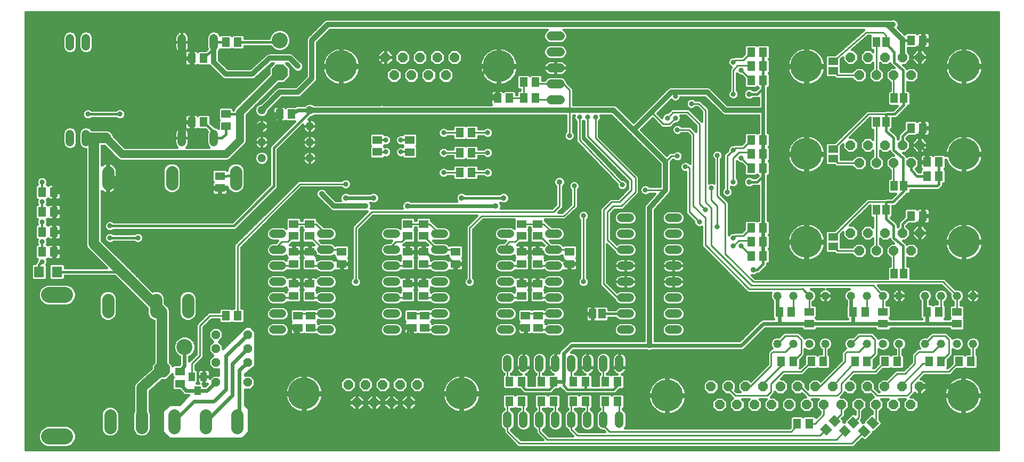
<source format=gbl>
G75*
%MOIN*%
%OFA0B0*%
%FSLAX25Y25*%
%IPPOS*%
%LPD*%
%AMOC8*
5,1,8,0,0,1.08239X$1,22.5*
%
%ADD10C,0.10000*%
%ADD11C,0.02000*%
%ADD12R,0.05906X0.05118*%
%ADD13C,0.07800*%
%ADD14R,0.06299X0.07098*%
%ADD15OC8,0.10000*%
%ADD16R,0.05118X0.05906*%
%ADD17C,0.05200*%
%ADD18OC8,0.06000*%
%ADD19C,0.20000*%
%ADD20C,0.05600*%
%ADD21OC8,0.05346*%
%ADD22R,0.03937X0.05512*%
%ADD23C,0.05200*%
%ADD24C,0.10000*%
%ADD25R,0.04600X0.06300*%
%ADD26R,0.06300X0.04600*%
%ADD27C,0.06600*%
%ADD28C,0.05000*%
%ADD29C,0.01600*%
%ADD30C,0.03200*%
%ADD31C,0.03200*%
%ADD32C,0.03600*%
%ADD33C,0.02400*%
%ADD34C,0.01200*%
%ADD35C,0.01500*%
%ADD36C,0.01000*%
D10*
X0265955Y0105955D03*
X0325500Y0298000D03*
D11*
X0248814Y0091156D02*
X0247814Y0090156D01*
X0247814Y0093470D01*
X0250156Y0095812D01*
X0253470Y0095812D01*
X0255812Y0093470D01*
X0255812Y0090156D01*
X0253470Y0087814D01*
X0250156Y0087814D01*
X0247814Y0090156D01*
X0249314Y0090778D01*
X0249314Y0092848D01*
X0250778Y0094312D01*
X0252848Y0094312D01*
X0254312Y0092848D01*
X0254312Y0090778D01*
X0252848Y0089314D01*
X0250778Y0089314D01*
X0249314Y0090778D01*
X0250814Y0091399D01*
X0250814Y0092227D01*
X0251399Y0092812D01*
X0252227Y0092812D01*
X0252812Y0092227D01*
X0252812Y0091399D01*
X0252227Y0090814D01*
X0251399Y0090814D01*
X0250814Y0091399D01*
D12*
X0263000Y0090490D03*
X0263000Y0083010D03*
X0336750Y0118010D03*
X0344750Y0118010D03*
X0344750Y0125490D03*
X0336750Y0125490D03*
X0334250Y0138010D03*
X0344250Y0138010D03*
X0344250Y0145490D03*
X0334250Y0145490D03*
X0334250Y0158010D03*
X0344250Y0158010D03*
X0344250Y0165490D03*
X0334250Y0165490D03*
X0334250Y0175510D03*
X0344250Y0175510D03*
X0344250Y0182990D03*
X0334250Y0182990D03*
X0364250Y0165490D03*
X0364250Y0158010D03*
X0405500Y0158010D03*
X0415500Y0158010D03*
X0415500Y0165490D03*
X0405500Y0165490D03*
X0405500Y0175510D03*
X0415500Y0175510D03*
X0415500Y0182990D03*
X0405500Y0182990D03*
X0435500Y0165490D03*
X0435500Y0158010D03*
X0415500Y0145490D03*
X0405500Y0145490D03*
X0405500Y0138010D03*
X0415500Y0138010D03*
X0416000Y0125490D03*
X0408000Y0125490D03*
X0408000Y0118010D03*
X0416000Y0118010D03*
X0479250Y0118010D03*
X0487250Y0118010D03*
X0487250Y0125490D03*
X0479250Y0125490D03*
X0476750Y0138010D03*
X0486750Y0138010D03*
X0486750Y0145490D03*
X0476750Y0145490D03*
X0476750Y0158010D03*
X0486750Y0158010D03*
X0486750Y0165490D03*
X0476750Y0165490D03*
X0476750Y0175510D03*
X0486750Y0175510D03*
X0486750Y0182990D03*
X0476750Y0182990D03*
X0506750Y0165490D03*
X0506750Y0158010D03*
X0656735Y0127990D03*
X0656735Y0120510D03*
X0702985Y0120510D03*
X0702985Y0127990D03*
X0749235Y0127990D03*
X0749235Y0120510D03*
X0406750Y0228010D03*
X0406750Y0235490D03*
X0386496Y0235521D03*
X0386496Y0228041D03*
X0291750Y0244260D03*
X0291750Y0251740D03*
X0288000Y0212990D03*
X0288000Y0205510D03*
D13*
X0298000Y0207850D02*
X0298000Y0215650D01*
X0258000Y0215650D02*
X0258000Y0207850D01*
X0218000Y0207850D02*
X0218000Y0215650D01*
X0218000Y0135650D02*
X0218000Y0127850D01*
X0248000Y0127850D02*
X0248000Y0135650D01*
X0268000Y0135650D02*
X0268000Y0127850D01*
X0259550Y0063150D02*
X0259550Y0055350D01*
X0279250Y0055350D02*
X0279250Y0063150D01*
X0298950Y0063150D02*
X0298950Y0055350D01*
X0239150Y0055350D02*
X0239150Y0063150D01*
X0219350Y0063150D02*
X0219350Y0055350D01*
D14*
X0186098Y0153000D03*
X0174902Y0153000D03*
D15*
X0325500Y0278000D03*
D16*
X0299240Y0296750D03*
X0291760Y0296750D03*
X0277990Y0286750D03*
X0270510Y0286750D03*
X0325510Y0251750D03*
X0332990Y0251750D03*
X0277990Y0246750D03*
X0270510Y0246750D03*
X0184240Y0203000D03*
X0176760Y0203000D03*
X0176760Y0190500D03*
X0184240Y0190500D03*
X0184240Y0178000D03*
X0176760Y0178000D03*
X0176760Y0165500D03*
X0184240Y0165500D03*
X0291760Y0125500D03*
X0299240Y0125500D03*
X0469275Y0084250D03*
X0476755Y0084250D03*
X0489245Y0084250D03*
X0496725Y0084250D03*
X0509275Y0084250D03*
X0516755Y0084250D03*
X0529245Y0084250D03*
X0536725Y0084250D03*
X0536755Y0071750D03*
X0529275Y0071750D03*
X0516725Y0071750D03*
X0509245Y0071750D03*
X0496755Y0071750D03*
X0489275Y0071750D03*
X0476725Y0071750D03*
X0469245Y0071750D03*
X0639245Y0096750D03*
X0646725Y0096750D03*
X0657995Y0096750D03*
X0665475Y0096750D03*
X0685495Y0096750D03*
X0692975Y0096750D03*
X0704245Y0096750D03*
X0711725Y0096750D03*
X0731745Y0096750D03*
X0739225Y0096750D03*
X0750495Y0096750D03*
X0757975Y0096750D03*
X0737975Y0128000D03*
X0730495Y0128000D03*
X0691725Y0128000D03*
X0684245Y0128000D03*
X0645475Y0128000D03*
X0637995Y0128000D03*
X0627975Y0163000D03*
X0620495Y0163000D03*
X0620495Y0171750D03*
X0627975Y0171750D03*
X0627975Y0180500D03*
X0620495Y0180500D03*
X0620495Y0218000D03*
X0627975Y0218000D03*
X0627975Y0226750D03*
X0620495Y0226750D03*
X0620495Y0235500D03*
X0627975Y0235500D03*
X0720510Y0243000D03*
X0727990Y0243000D03*
X0730495Y0221750D03*
X0737975Y0221750D03*
X0737975Y0213000D03*
X0730495Y0213000D03*
X0727990Y0188000D03*
X0720510Y0188000D03*
X0627975Y0273000D03*
X0620495Y0273000D03*
X0620495Y0281750D03*
X0627975Y0281750D03*
X0627975Y0290500D03*
X0620495Y0290500D03*
X0720510Y0298000D03*
X0727990Y0298000D03*
X0485490Y0271750D03*
X0478010Y0271750D03*
X0478010Y0261750D03*
X0485490Y0261750D03*
X0469240Y0261750D03*
X0461760Y0261750D03*
X0445490Y0240125D03*
X0438010Y0240125D03*
X0438010Y0227625D03*
X0445490Y0227625D03*
X0445490Y0215125D03*
X0438010Y0215125D03*
X0649245Y0058000D03*
X0656725Y0058000D03*
G36*
X0663426Y0054598D02*
X0667045Y0058217D01*
X0671220Y0054042D01*
X0667601Y0050423D01*
X0663426Y0054598D01*
G37*
G36*
X0668715Y0059887D02*
X0672334Y0063506D01*
X0676509Y0059331D01*
X0672890Y0055712D01*
X0668715Y0059887D01*
G37*
G36*
X0675194Y0053651D02*
X0678813Y0057270D01*
X0682988Y0053095D01*
X0679369Y0049476D01*
X0675194Y0053651D01*
G37*
G36*
X0680483Y0058940D02*
X0684102Y0062559D01*
X0688277Y0058384D01*
X0684658Y0054765D01*
X0680483Y0058940D01*
G37*
G36*
X0687327Y0053499D02*
X0690946Y0057118D01*
X0695121Y0052943D01*
X0691502Y0049324D01*
X0687327Y0053499D01*
G37*
G36*
X0692617Y0058789D02*
X0696236Y0062408D01*
X0700411Y0058233D01*
X0696792Y0054614D01*
X0692617Y0058789D01*
G37*
D17*
X0574350Y0116750D02*
X0569150Y0116750D01*
X0569150Y0126750D02*
X0574350Y0126750D01*
X0574350Y0136750D02*
X0569150Y0136750D01*
X0569150Y0146750D02*
X0574350Y0146750D01*
X0574350Y0156750D02*
X0569150Y0156750D01*
X0569150Y0166750D02*
X0574350Y0166750D01*
X0574350Y0176750D02*
X0569150Y0176750D01*
X0569150Y0186750D02*
X0574350Y0186750D01*
X0544350Y0186750D02*
X0539150Y0186750D01*
X0539150Y0176750D02*
X0544350Y0176750D01*
X0544350Y0166750D02*
X0539150Y0166750D01*
X0539150Y0156750D02*
X0544350Y0156750D01*
X0544350Y0146750D02*
X0539150Y0146750D01*
X0539150Y0136750D02*
X0544350Y0136750D01*
X0544350Y0126750D02*
X0539150Y0126750D01*
X0539150Y0116750D02*
X0544350Y0116750D01*
X0499468Y0116750D02*
X0494268Y0116750D01*
X0494268Y0126750D02*
X0499468Y0126750D01*
X0499468Y0136750D02*
X0494268Y0136750D01*
X0494268Y0146750D02*
X0499468Y0146750D01*
X0499468Y0156750D02*
X0494268Y0156750D01*
X0494268Y0166750D02*
X0499468Y0166750D01*
X0499468Y0176750D02*
X0494268Y0176750D01*
X0469468Y0176750D02*
X0464268Y0176750D01*
X0464268Y0166750D02*
X0469468Y0166750D01*
X0469468Y0156750D02*
X0464268Y0156750D01*
X0464268Y0146750D02*
X0469468Y0146750D01*
X0469468Y0136750D02*
X0464268Y0136750D01*
X0464268Y0126750D02*
X0469468Y0126750D01*
X0469468Y0116750D02*
X0464268Y0116750D01*
X0428100Y0116750D02*
X0422900Y0116750D01*
X0422900Y0126750D02*
X0428100Y0126750D01*
X0428100Y0136750D02*
X0422900Y0136750D01*
X0422900Y0146750D02*
X0428100Y0146750D01*
X0428100Y0156750D02*
X0422900Y0156750D01*
X0422900Y0166750D02*
X0428100Y0166750D01*
X0428100Y0176750D02*
X0422900Y0176750D01*
X0398100Y0176750D02*
X0392900Y0176750D01*
X0392900Y0166750D02*
X0398100Y0166750D01*
X0398100Y0156750D02*
X0392900Y0156750D01*
X0392900Y0146750D02*
X0398100Y0146750D01*
X0398100Y0136750D02*
X0392900Y0136750D01*
X0392900Y0126750D02*
X0398100Y0126750D01*
X0398100Y0116750D02*
X0392900Y0116750D01*
X0356850Y0116750D02*
X0351650Y0116750D01*
X0326850Y0116750D02*
X0321650Y0116750D01*
X0321650Y0126750D02*
X0326850Y0126750D01*
X0351650Y0126750D02*
X0356850Y0126750D01*
X0356850Y0136750D02*
X0351650Y0136750D01*
X0351650Y0146750D02*
X0356850Y0146750D01*
X0356850Y0156750D02*
X0351650Y0156750D01*
X0326850Y0156750D02*
X0321650Y0156750D01*
X0321650Y0146750D02*
X0326850Y0146750D01*
X0326850Y0136750D02*
X0321650Y0136750D01*
X0321650Y0166750D02*
X0326850Y0166750D01*
X0326850Y0176750D02*
X0321650Y0176750D01*
X0351650Y0176750D02*
X0356850Y0176750D01*
X0356850Y0166750D02*
X0351650Y0166750D01*
X0284250Y0234150D02*
X0284250Y0239350D01*
X0264250Y0239350D02*
X0264250Y0234150D01*
X0204250Y0234150D02*
X0204250Y0239350D01*
X0194250Y0239350D02*
X0194250Y0234150D01*
X0194250Y0294150D02*
X0194250Y0299350D01*
X0204250Y0299350D02*
X0204250Y0294150D01*
X0264250Y0294150D02*
X0264250Y0299350D01*
X0284250Y0299350D02*
X0284250Y0294150D01*
X0467985Y0098200D02*
X0467985Y0093000D01*
X0477985Y0093000D02*
X0477985Y0098200D01*
X0487985Y0098200D02*
X0487985Y0093000D01*
X0497985Y0093000D02*
X0497985Y0098200D01*
X0507985Y0098200D02*
X0507985Y0093000D01*
X0517985Y0093000D02*
X0517985Y0098200D01*
X0527985Y0098200D02*
X0527985Y0093000D01*
X0537985Y0093000D02*
X0537985Y0098200D01*
X0537985Y0063000D02*
X0537985Y0057800D01*
X0527985Y0057800D02*
X0527985Y0063000D01*
X0517985Y0063000D02*
X0517985Y0057800D01*
X0507985Y0057800D02*
X0507985Y0063000D01*
X0497985Y0063000D02*
X0497985Y0057800D01*
X0487985Y0057800D02*
X0487985Y0063000D01*
X0477985Y0063000D02*
X0477985Y0057800D01*
X0467985Y0057800D02*
X0467985Y0063000D01*
D18*
X0411539Y0082350D03*
X0400739Y0082350D03*
X0389939Y0082350D03*
X0379139Y0082350D03*
X0368339Y0082350D03*
X0373739Y0071150D03*
X0384539Y0071150D03*
X0395339Y0071150D03*
X0406139Y0071150D03*
X0595285Y0081100D03*
X0606185Y0081100D03*
X0616985Y0081100D03*
X0627885Y0081100D03*
X0638785Y0081100D03*
X0649585Y0081100D03*
X0660485Y0081100D03*
X0671385Y0081100D03*
X0682185Y0081100D03*
X0693085Y0081100D03*
X0703985Y0081100D03*
X0714785Y0081100D03*
X0725685Y0081100D03*
X0720285Y0069900D03*
X0709385Y0069900D03*
X0698485Y0069900D03*
X0687685Y0069900D03*
X0676785Y0069900D03*
X0665885Y0069900D03*
X0655085Y0069900D03*
X0644185Y0069900D03*
X0633285Y0069900D03*
X0622485Y0069900D03*
X0611585Y0069900D03*
X0600685Y0069900D03*
X0688035Y0166150D03*
X0698835Y0166150D03*
X0709635Y0166150D03*
X0720435Y0166150D03*
X0715035Y0177350D03*
X0725835Y0177350D03*
X0704235Y0177350D03*
X0693435Y0177350D03*
X0682635Y0177350D03*
X0688035Y0221150D03*
X0698835Y0221150D03*
X0709635Y0221150D03*
X0720435Y0221150D03*
X0715035Y0232350D03*
X0725835Y0232350D03*
X0704235Y0232350D03*
X0693435Y0232350D03*
X0682635Y0232350D03*
X0688035Y0276150D03*
X0698835Y0276150D03*
X0709635Y0276150D03*
X0720435Y0276150D03*
X0715035Y0287350D03*
X0725835Y0287350D03*
X0704235Y0287350D03*
X0693435Y0287350D03*
X0682635Y0287350D03*
X0434797Y0287307D03*
X0423997Y0287307D03*
X0413197Y0287307D03*
X0402397Y0287307D03*
X0391597Y0287307D03*
X0396997Y0276107D03*
X0407797Y0276107D03*
X0418597Y0276107D03*
X0429397Y0276107D03*
D19*
X0462497Y0281707D03*
X0363897Y0281707D03*
X0654935Y0281750D03*
X0753535Y0281750D03*
X0753535Y0226750D03*
X0654935Y0226750D03*
X0654935Y0171750D03*
X0753535Y0171750D03*
X0753085Y0075500D03*
X0567885Y0075500D03*
X0439239Y0076750D03*
X0340639Y0076750D03*
D20*
X0495200Y0260750D02*
X0500800Y0260750D01*
X0500800Y0270750D02*
X0495200Y0270750D01*
X0495200Y0280750D02*
X0500800Y0280750D01*
X0500800Y0290750D02*
X0495200Y0290750D01*
X0495200Y0300750D02*
X0500800Y0300750D01*
D21*
X0305500Y0113671D03*
X0285500Y0113671D03*
X0285500Y0105010D03*
X0285500Y0096348D03*
X0305500Y0096348D03*
X0305500Y0105010D03*
X0305500Y0083750D03*
X0285500Y0083750D03*
D22*
X0277990Y0087331D03*
X0270510Y0087331D03*
X0274250Y0078669D03*
D23*
X0636735Y0108000D03*
X0646735Y0108000D03*
X0656735Y0108000D03*
X0666735Y0108000D03*
X0682985Y0108000D03*
X0692985Y0108000D03*
X0702985Y0108000D03*
X0712985Y0108000D03*
X0729235Y0108000D03*
X0739235Y0108000D03*
X0749235Y0108000D03*
X0759235Y0108000D03*
X0759235Y0138000D03*
X0749235Y0138000D03*
X0739235Y0138000D03*
X0729235Y0138000D03*
X0712985Y0138000D03*
X0702985Y0138000D03*
X0692985Y0138000D03*
X0682985Y0138000D03*
X0666735Y0138000D03*
X0656735Y0138000D03*
X0646735Y0138000D03*
X0636735Y0138000D03*
X0344250Y0224250D03*
X0344250Y0234250D03*
X0344250Y0244250D03*
X0344250Y0254250D03*
X0314250Y0254250D03*
X0314250Y0244250D03*
X0314250Y0234250D03*
X0314250Y0224250D03*
D24*
X0191250Y0138550D02*
X0181250Y0138550D01*
X0181250Y0049950D02*
X0191250Y0049950D01*
D25*
X0521250Y0126750D03*
X0527250Y0126750D03*
X0698735Y0191750D03*
X0704735Y0191750D03*
X0709985Y0206750D03*
X0715985Y0206750D03*
X0704735Y0246750D03*
X0698735Y0246750D03*
X0709985Y0261750D03*
X0715985Y0261750D03*
X0704735Y0296750D03*
X0698735Y0296750D03*
X0709985Y0151750D03*
X0715985Y0151750D03*
D26*
X0671735Y0168750D03*
X0671735Y0174750D03*
X0671735Y0223750D03*
X0671735Y0229750D03*
X0671735Y0278750D03*
X0671735Y0284750D03*
D27*
X0251813Y0127937D02*
X0248000Y0131750D01*
X0226750Y0153000D01*
X0209250Y0170500D01*
X0209250Y0234250D01*
X0206750Y0236750D02*
X0216750Y0236750D01*
X0251813Y0127937D02*
X0251813Y0091813D01*
X0239150Y0080400D01*
X0239150Y0059250D01*
D28*
X0233000Y0196750D02*
X0288000Y0196750D01*
X0301750Y0196750D01*
X0308000Y0203000D01*
X0308000Y0239250D01*
X0313000Y0244250D01*
X0314250Y0244250D01*
X0300500Y0251750D02*
X0300500Y0235500D01*
X0291750Y0226750D01*
X0226750Y0226750D01*
X0216750Y0236750D01*
X0206750Y0236750D02*
X0204250Y0236750D01*
X0206750Y0236750D02*
X0206848Y0236748D01*
X0206946Y0236742D01*
X0207044Y0236733D01*
X0207141Y0236719D01*
X0207238Y0236702D01*
X0207334Y0236681D01*
X0207429Y0236656D01*
X0207523Y0236628D01*
X0207615Y0236595D01*
X0207707Y0236560D01*
X0207797Y0236520D01*
X0207885Y0236478D01*
X0207972Y0236431D01*
X0208056Y0236382D01*
X0208139Y0236329D01*
X0208219Y0236273D01*
X0208298Y0236213D01*
X0208374Y0236151D01*
X0208447Y0236086D01*
X0208518Y0236018D01*
X0208586Y0235947D01*
X0208651Y0235874D01*
X0208713Y0235798D01*
X0208773Y0235719D01*
X0208829Y0235639D01*
X0208882Y0235556D01*
X0208931Y0235472D01*
X0208978Y0235385D01*
X0209020Y0235297D01*
X0209060Y0235207D01*
X0209095Y0235115D01*
X0209128Y0235023D01*
X0209156Y0234929D01*
X0209181Y0234834D01*
X0209202Y0234738D01*
X0209219Y0234641D01*
X0209233Y0234544D01*
X0209242Y0234446D01*
X0209248Y0234348D01*
X0209250Y0234250D01*
X0218000Y0211750D02*
X0233000Y0196750D01*
X0264250Y0236750D02*
X0264250Y0246750D01*
X0264250Y0286750D01*
X0264250Y0296750D01*
X0300500Y0253000D02*
X0325500Y0278000D01*
X0300500Y0253000D02*
X0300500Y0251750D01*
D29*
X0291937Y0251750D01*
X0291750Y0251740D01*
X0284250Y0240687D02*
X0277990Y0246750D01*
X0270510Y0246750D02*
X0264250Y0246750D01*
X0264250Y0240687D02*
X0264250Y0236750D01*
X0284250Y0236750D02*
X0284250Y0240687D01*
X0284250Y0236750D02*
X0289250Y0236750D01*
X0291750Y0239250D01*
X0291750Y0244260D01*
X0321750Y0230500D02*
X0321750Y0206750D01*
X0296750Y0181750D01*
X0219250Y0181750D01*
X0219250Y0174250D02*
X0236750Y0174250D01*
X0288000Y0196750D02*
X0288000Y0205510D01*
X0296563Y0213187D02*
X0298000Y0211750D01*
X0296563Y0213187D02*
X0288000Y0212990D01*
X0321750Y0230500D02*
X0344250Y0253000D01*
X0344250Y0254250D01*
X0406750Y0236750D02*
X0406750Y0235490D01*
X0406750Y0228010D02*
X0406750Y0226750D01*
X0439250Y0199250D02*
X0465500Y0199250D01*
X0486750Y0175510D02*
X0488108Y0175510D01*
X0489250Y0165500D02*
X0486760Y0165500D01*
X0486750Y0165490D01*
X0481750Y0165490D01*
X0481750Y0145490D01*
X0481750Y0133000D01*
X0480500Y0131750D01*
X0475500Y0131750D01*
X0474250Y0130500D01*
X0474250Y0120500D01*
X0476750Y0118000D01*
X0479240Y0118000D01*
X0479250Y0118010D01*
X0479250Y0114250D01*
X0490500Y0110500D01*
X0440500Y0110500D01*
X0413650Y0071150D01*
X0406139Y0071150D01*
X0395339Y0071150D01*
X0384539Y0071150D01*
X0373739Y0071150D01*
X0367350Y0071150D01*
X0341750Y0096750D01*
X0334250Y0118000D01*
X0331750Y0120500D01*
X0331750Y0130500D01*
X0339250Y0133000D01*
X0339250Y0145500D01*
X0334260Y0145500D01*
X0334250Y0145490D01*
X0339250Y0145500D02*
X0344240Y0145500D01*
X0344250Y0145490D01*
X0339250Y0145500D02*
X0339250Y0165500D01*
X0339240Y0165490D01*
X0334250Y0165490D01*
X0339250Y0165500D02*
X0344240Y0165500D01*
X0344250Y0165490D01*
X0345510Y0165490D01*
X0349250Y0161750D01*
X0359260Y0161750D01*
X0364250Y0158010D01*
X0364250Y0165490D02*
X0362990Y0166750D01*
X0345510Y0156750D02*
X0344250Y0158010D01*
X0334250Y0158010D02*
X0332990Y0156750D01*
X0334250Y0138010D02*
X0332990Y0136750D01*
X0344250Y0138010D02*
X0345510Y0136750D01*
X0345510Y0126750D02*
X0344750Y0125490D01*
X0336750Y0125490D02*
X0335510Y0126750D01*
X0336750Y0118010D02*
X0336740Y0118000D01*
X0334250Y0118000D01*
X0344750Y0118010D02*
X0345510Y0116750D01*
X0403000Y0120500D02*
X0403000Y0130500D01*
X0410500Y0133000D01*
X0410500Y0145490D01*
X0410500Y0165490D01*
X0415500Y0165490D01*
X0416740Y0164250D01*
X0418000Y0164250D01*
X0420500Y0161750D01*
X0430500Y0161750D01*
X0435490Y0158010D01*
X0435500Y0158010D01*
X0416760Y0156750D02*
X0415500Y0158010D01*
X0405500Y0158010D02*
X0404240Y0156750D01*
X0405500Y0165490D02*
X0410500Y0165490D01*
X0405500Y0175500D02*
X0405500Y0175510D01*
X0344260Y0183000D02*
X0344250Y0182990D01*
X0405500Y0145490D02*
X0410500Y0145490D01*
X0415500Y0145490D01*
X0415500Y0138010D02*
X0416760Y0136750D01*
X0405500Y0138010D02*
X0404240Y0136750D01*
X0410500Y0126750D02*
X0409240Y0125490D01*
X0408000Y0125490D01*
X0415490Y0126750D02*
X0416000Y0125490D01*
X0418010Y0126750D01*
X0416000Y0118010D02*
X0418010Y0116750D01*
X0408000Y0118010D02*
X0405500Y0115510D01*
X0405500Y0106750D01*
X0406139Y0096139D01*
X0406139Y0071150D01*
X0467985Y0070490D02*
X0469245Y0071750D01*
X0476725Y0071750D02*
X0477985Y0070490D01*
X0479250Y0079250D02*
X0476755Y0081745D01*
X0476755Y0084250D01*
X0479250Y0079250D02*
X0494235Y0079250D01*
X0496725Y0081740D01*
X0496725Y0084250D01*
X0503000Y0084250D02*
X0503000Y0081750D01*
X0505500Y0079250D01*
X0516750Y0079250D01*
X0516750Y0084245D01*
X0516755Y0084250D01*
X0516750Y0079250D02*
X0534235Y0079250D01*
X0536725Y0081740D01*
X0536725Y0084250D01*
X0517985Y0070500D02*
X0516725Y0071750D01*
X0509245Y0071750D02*
X0507985Y0070500D01*
X0489260Y0116750D02*
X0487250Y0118010D01*
X0487250Y0125490D02*
X0489260Y0126750D01*
X0488000Y0125500D02*
X0487250Y0125490D01*
X0488000Y0125500D02*
X0486750Y0126750D01*
X0480510Y0126750D02*
X0479250Y0125490D01*
X0475490Y0136750D02*
X0476750Y0138010D01*
X0486750Y0138010D02*
X0488010Y0136750D01*
X0486750Y0145490D02*
X0481750Y0145490D01*
X0476750Y0145490D01*
X0488010Y0156750D02*
X0486750Y0158010D01*
X0493000Y0161750D02*
X0501750Y0161750D01*
X0505490Y0158010D01*
X0506750Y0158010D01*
X0493000Y0161750D02*
X0489250Y0165500D01*
X0481750Y0165490D02*
X0476750Y0165490D01*
X0527250Y0126750D02*
X0541750Y0126750D01*
X0621735Y0154250D02*
X0624235Y0154250D01*
X0627985Y0158000D01*
X0627985Y0162990D01*
X0627975Y0163000D01*
X0620495Y0171750D02*
X0619245Y0172650D01*
X0639250Y0199250D02*
X0644235Y0204235D01*
X0644235Y0221750D01*
X0639235Y0226750D01*
X0627985Y0217990D02*
X0627975Y0218000D01*
X0627985Y0217990D02*
X0627985Y0213000D01*
X0624235Y0209250D01*
X0619235Y0209250D01*
X0620485Y0218000D02*
X0620495Y0218000D01*
X0620485Y0226750D02*
X0620495Y0226750D01*
X0620485Y0226750D02*
X0618985Y0227750D01*
X0626750Y0254250D02*
X0627975Y0254250D01*
X0639250Y0254250D02*
X0644235Y0259235D01*
X0644235Y0276750D01*
X0639235Y0281750D01*
X0627975Y0281750D02*
X0627975Y0273000D01*
X0628000Y0272975D01*
X0627975Y0267975D02*
X0624250Y0264250D01*
X0619250Y0264250D01*
X0627975Y0281750D02*
X0627975Y0290500D01*
X0698835Y0295400D02*
X0698735Y0296750D01*
X0704735Y0296750D02*
X0704735Y0296250D01*
X0709735Y0290500D01*
X0709735Y0284250D01*
X0715485Y0279250D01*
X0715485Y0262250D01*
X0715985Y0261750D01*
X0715985Y0257500D01*
X0710235Y0251750D01*
X0705485Y0251750D01*
X0704735Y0251250D02*
X0704735Y0246750D01*
X0704735Y0241250D01*
X0709610Y0236750D01*
X0709610Y0229250D01*
X0715485Y0224250D01*
X0715485Y0207250D01*
X0715985Y0206750D01*
X0715985Y0203500D01*
X0709235Y0196750D01*
X0705485Y0196750D01*
X0704735Y0196250D02*
X0704735Y0191750D01*
X0704735Y0186250D01*
X0709610Y0181750D01*
X0709610Y0174250D01*
X0715485Y0169250D01*
X0715485Y0152250D01*
X0715985Y0151750D01*
X0709985Y0151750D02*
X0709635Y0152100D01*
X0715035Y0177350D02*
X0715035Y0182722D01*
X0720510Y0188000D01*
X0725835Y0185648D02*
X0725835Y0177350D01*
X0725835Y0185648D02*
X0727990Y0188000D01*
X0698835Y0191650D02*
X0698735Y0191750D01*
X0709985Y0206750D02*
X0709635Y0207100D01*
X0715985Y0206750D02*
X0736735Y0206750D01*
X0737975Y0207990D01*
X0737975Y0213000D01*
X0737975Y0221750D01*
X0730495Y0221750D02*
X0730495Y0227690D01*
X0725835Y0232350D01*
X0725835Y0240648D01*
X0727990Y0243000D01*
X0720510Y0243000D02*
X0715035Y0237722D01*
X0715035Y0232350D01*
X0720435Y0221150D02*
X0720435Y0216750D01*
X0724185Y0213000D01*
X0730495Y0213000D01*
X0698835Y0246650D02*
X0698735Y0246750D01*
X0709985Y0261750D02*
X0709635Y0262100D01*
X0725835Y0287350D02*
X0725835Y0295648D01*
X0727990Y0298000D01*
X0720510Y0298000D02*
X0715500Y0298000D01*
X0715035Y0298465D01*
X0325500Y0298000D02*
X0324250Y0296750D01*
X0299240Y0296750D01*
X0291760Y0296750D02*
X0284250Y0296750D01*
X0284250Y0292813D01*
X0277990Y0286750D01*
X0270510Y0286750D02*
X0264250Y0286750D01*
X0264250Y0292813D02*
X0264250Y0296750D01*
X0225500Y0251750D02*
X0205500Y0251750D01*
X0184240Y0203000D02*
X0184240Y0190500D01*
X0184240Y0178000D01*
X0184240Y0165500D01*
X0176750Y0159250D02*
X0174902Y0157402D01*
X0174902Y0153000D01*
X0186098Y0153000D02*
X0226750Y0153000D01*
X0236750Y0141750D02*
X0246750Y0131750D01*
X0248000Y0131750D01*
X0403000Y0120500D02*
X0405500Y0118000D01*
X0407990Y0118000D01*
X0408000Y0118010D01*
X0637985Y0127990D02*
X0637995Y0128000D01*
X0645475Y0128000D02*
X0646735Y0129260D01*
X0682985Y0129260D02*
X0684245Y0128000D01*
X0684235Y0127990D01*
X0691725Y0128000D02*
X0692985Y0129260D01*
X0729235Y0129260D02*
X0730495Y0128000D01*
X0729245Y0126750D01*
X0729235Y0126750D01*
X0737975Y0128000D02*
X0739235Y0129260D01*
X0731745Y0096750D02*
X0730495Y0095500D01*
X0712985Y0096760D02*
X0711725Y0096750D01*
X0703985Y0081500D02*
X0703985Y0081100D01*
X0693635Y0081100D02*
X0693085Y0081100D01*
X0666735Y0096760D02*
X0665475Y0096750D01*
X0639245Y0096750D02*
X0639235Y0096740D01*
X0639235Y0094250D01*
X0649245Y0058000D02*
X0649245Y0056760D01*
X0757975Y0096750D02*
X0759235Y0098010D01*
D30*
X0614235Y0169250D03*
X0609235Y0169250D03*
X0609235Y0174250D03*
X0599250Y0181136D03*
X0588000Y0184250D03*
X0591750Y0191750D03*
X0605500Y0203000D03*
X0595500Y0205500D03*
X0609235Y0209250D03*
X0579250Y0218800D03*
X0574250Y0225500D03*
X0550500Y0230500D03*
X0546750Y0234250D03*
X0543000Y0230500D03*
X0535500Y0238000D03*
X0539250Y0241750D03*
X0535500Y0245500D03*
X0546750Y0249250D03*
X0543000Y0253000D03*
X0550500Y0253000D03*
X0558000Y0245500D03*
X0554250Y0241750D03*
X0558000Y0238000D03*
X0574250Y0241950D03*
X0573000Y0249250D03*
X0568000Y0249350D03*
X0583089Y0258250D03*
X0573000Y0263000D03*
X0609250Y0264250D03*
X0639235Y0254250D03*
X0614250Y0279250D03*
X0609250Y0284250D03*
X0594250Y0294250D03*
X0523000Y0249750D03*
X0518000Y0249750D03*
X0513000Y0249750D03*
X0506750Y0238266D03*
X0484250Y0236375D03*
X0455500Y0240125D03*
X0455500Y0227625D03*
X0428000Y0227625D03*
X0401281Y0228040D03*
X0391953Y0228040D03*
X0391953Y0235514D03*
X0401281Y0235492D03*
X0428000Y0240125D03*
X0444250Y0264250D03*
X0455500Y0215125D03*
X0428000Y0215125D03*
X0366750Y0208000D03*
X0301750Y0196750D03*
X0236750Y0174250D03*
X0219250Y0174250D03*
X0219250Y0181750D03*
X0176750Y0184250D03*
X0176750Y0171750D03*
X0176750Y0159250D03*
X0176750Y0196750D03*
X0176750Y0209250D03*
X0205500Y0251750D03*
X0225500Y0251750D03*
X0266750Y0266750D03*
X0490500Y0195500D03*
X0515490Y0188050D03*
X0554250Y0204250D03*
X0539750Y0207500D03*
X0509750Y0206750D03*
X0599250Y0226000D03*
X0609235Y0229250D03*
X0614235Y0224250D03*
X0639235Y0199250D03*
X0619235Y0196750D03*
X0515490Y0146740D03*
X0444250Y0146750D03*
X0373000Y0146750D03*
X0319250Y0094250D03*
D31*
X0556750Y0106750D02*
X0556750Y0193000D01*
X0566750Y0204250D01*
X0566750Y0221750D01*
X0546750Y0241750D01*
X0558000Y0253000D01*
X0570500Y0265500D01*
X0593000Y0265500D01*
X0604250Y0254250D01*
X0626750Y0254250D01*
X0546750Y0241750D02*
X0534250Y0254250D01*
X0506750Y0254250D01*
X0389250Y0254250D01*
X0344250Y0254250D01*
X0336750Y0265500D02*
X0325500Y0265500D01*
X0314250Y0254250D01*
X0336750Y0265500D02*
X0345500Y0274250D01*
X0345500Y0298000D01*
X0355500Y0308000D01*
X0705500Y0308000D01*
X0709250Y0308000D01*
X0705500Y0308000D02*
X0715035Y0298465D01*
X0715035Y0287350D01*
X0379250Y0194250D02*
X0359250Y0194250D01*
X0351750Y0201750D01*
X0308000Y0276750D02*
X0291750Y0276750D01*
X0284250Y0284250D01*
X0284250Y0296750D01*
X0308000Y0276750D02*
X0319250Y0286750D01*
X0331750Y0286750D01*
X0336750Y0281750D01*
X0725685Y0081100D02*
X0746015Y0081100D01*
X0753085Y0075500D01*
D32*
X0621735Y0154250D03*
X0619235Y0209250D03*
X0500500Y0209250D03*
X0465500Y0199250D03*
X0460500Y0194250D03*
X0439250Y0199250D03*
X0405500Y0194250D03*
X0384250Y0199250D03*
X0379250Y0194250D03*
X0366750Y0199250D03*
X0351750Y0201750D03*
X0389250Y0254250D03*
X0336750Y0281750D03*
X0619250Y0264250D03*
X0709250Y0308000D03*
D33*
X0627975Y0273000D02*
X0627975Y0267975D01*
X0627975Y0254250D01*
X0627975Y0235500D01*
X0627975Y0226750D01*
X0627975Y0218000D01*
X0627975Y0180500D01*
X0627975Y0171750D01*
X0627975Y0163000D01*
X0636735Y0138000D02*
X0636735Y0129260D01*
X0637995Y0128000D01*
X0638000Y0127995D02*
X0638000Y0120510D01*
X0628010Y0120510D01*
X0614250Y0106750D01*
X0556750Y0106750D01*
X0508000Y0106750D01*
X0503000Y0101750D01*
X0503000Y0084250D01*
X0496725Y0084250D01*
X0567885Y0075500D02*
X0573485Y0069900D01*
X0638000Y0120510D02*
X0656735Y0120510D01*
X0684245Y0120510D01*
X0684245Y0128000D01*
X0682985Y0129260D02*
X0682985Y0138000D01*
X0638000Y0127995D02*
X0637998Y0128063D01*
X0637993Y0128132D01*
X0637983Y0128200D01*
X0637970Y0128267D01*
X0637954Y0128333D01*
X0637934Y0128399D01*
X0637910Y0128463D01*
X0637883Y0128526D01*
X0637853Y0128588D01*
X0637819Y0128647D01*
X0637782Y0128705D01*
X0637742Y0128761D01*
X0637699Y0128814D01*
X0637653Y0128865D01*
X0637605Y0128913D01*
X0637554Y0128959D01*
X0637501Y0129002D01*
X0637445Y0129042D01*
X0637387Y0129079D01*
X0637328Y0129113D01*
X0637266Y0129143D01*
X0637203Y0129170D01*
X0637139Y0129194D01*
X0637073Y0129214D01*
X0637007Y0129230D01*
X0636940Y0129243D01*
X0636872Y0129253D01*
X0636803Y0129258D01*
X0636735Y0129260D01*
X0684245Y0120510D02*
X0702985Y0120510D01*
X0730495Y0120510D01*
X0730495Y0128000D01*
X0729235Y0129260D02*
X0729235Y0138000D01*
X0730495Y0120510D02*
X0749235Y0120510D01*
X0460500Y0194250D02*
X0405500Y0194250D01*
X0384250Y0199250D02*
X0366750Y0199250D01*
X0317813Y0244250D02*
X0314250Y0244250D01*
X0317813Y0244250D02*
X0325510Y0251750D01*
X0332990Y0251750D02*
X0336937Y0254250D01*
X0344250Y0254250D01*
X0264250Y0246750D02*
X0191750Y0246750D01*
X0186750Y0241750D01*
X0186750Y0203652D01*
X0184240Y0203000D01*
X0291750Y0100500D02*
X0305500Y0113671D01*
X0305500Y0105010D02*
X0295950Y0095500D01*
X0295950Y0075500D01*
X0279250Y0059250D01*
X0271750Y0071750D02*
X0259550Y0059550D01*
X0259550Y0059250D01*
X0271750Y0071750D02*
X0284250Y0071750D01*
X0291750Y0079250D01*
X0291750Y0100500D01*
X0300200Y0091450D02*
X0300200Y0060500D01*
X0298950Y0059250D01*
X0279919Y0078669D02*
X0274250Y0078669D01*
X0266917Y0078669D01*
X0263000Y0083010D01*
X0263000Y0090490D02*
X0265913Y0094250D01*
X0265955Y0105955D01*
X0300200Y0091450D02*
X0305500Y0096348D01*
X0285500Y0083750D02*
X0279919Y0078669D01*
D34*
X0476750Y0156750D02*
X0476750Y0158010D01*
X0506750Y0165490D02*
X0506750Y0166750D01*
X0435500Y0166750D02*
X0435500Y0165490D01*
X0406750Y0226750D02*
X0405460Y0228040D01*
X0401281Y0228040D01*
X0391953Y0228040D02*
X0389623Y0228010D01*
X0386496Y0228041D01*
X0386496Y0235521D02*
X0389651Y0235490D01*
X0391953Y0235514D01*
X0401281Y0235492D02*
X0401827Y0235490D01*
X0406750Y0235490D01*
X0461760Y0261750D02*
X0461429Y0261904D01*
X0461103Y0262066D01*
X0460780Y0262236D01*
X0460462Y0262413D01*
X0460148Y0262599D01*
X0459838Y0262791D01*
X0459534Y0262991D01*
X0459234Y0263199D01*
X0458939Y0263413D01*
X0458650Y0263635D01*
X0458366Y0263864D01*
X0458087Y0264099D01*
X0457815Y0264341D01*
X0457548Y0264590D01*
X0457287Y0264845D01*
X0457033Y0265106D01*
X0456785Y0265373D01*
X0456544Y0265646D01*
X0456309Y0265925D01*
X0456081Y0266210D01*
X0455860Y0266500D01*
X0455646Y0266795D01*
X0455439Y0267095D01*
X0455240Y0267400D01*
X0455048Y0267710D01*
X0454863Y0268025D01*
X0454687Y0268343D01*
X0454517Y0268666D01*
X0454356Y0268993D01*
X0454203Y0269324D01*
X0454058Y0269659D01*
X0453921Y0269996D01*
X0453792Y0270337D01*
X0453671Y0270681D01*
X0453559Y0271028D01*
X0453455Y0271378D01*
X0453360Y0271730D01*
X0453273Y0272084D01*
X0453195Y0272440D01*
X0453125Y0272798D01*
X0453064Y0273157D01*
X0453012Y0273518D01*
X0452968Y0273880D01*
X0452933Y0274243D01*
X0452907Y0274606D01*
X0452890Y0274970D01*
X0452882Y0275335D01*
X0452882Y0275699D01*
X0452892Y0276064D01*
X0452910Y0276428D01*
X0452936Y0276792D01*
X0452972Y0277154D01*
X0453016Y0277516D01*
X0453069Y0277877D01*
X0453131Y0278236D01*
X0453202Y0278594D01*
X0453281Y0278950D01*
X0453368Y0279304D01*
X0453465Y0279655D01*
X0453569Y0280005D01*
X0453682Y0280351D01*
X0453804Y0280695D01*
X0453933Y0281036D01*
X0454071Y0281373D01*
X0454217Y0281707D01*
X0462497Y0281707D01*
X0462540Y0281750D01*
X0498000Y0280750D01*
X0391597Y0287307D02*
X0385997Y0281707D01*
X0363897Y0281707D01*
X0176760Y0209240D02*
X0176760Y0203000D01*
X0176760Y0209240D02*
X0176750Y0209250D01*
X0176750Y0196750D02*
X0176760Y0196740D01*
X0176760Y0190500D01*
X0176750Y0184250D02*
X0176760Y0184240D01*
X0176760Y0178000D01*
X0176750Y0171750D02*
X0176760Y0171740D01*
X0176760Y0165500D01*
X0619995Y0282250D02*
X0620495Y0281750D01*
X0671735Y0168750D02*
X0674335Y0166150D01*
X0652985Y0142250D02*
X0656735Y0138000D01*
D35*
X0166500Y0041500D02*
X0166500Y0315465D01*
X0775110Y0315465D01*
X0775110Y0041500D01*
X0166500Y0041500D01*
X0166500Y0042744D02*
X0775110Y0042744D01*
X0775110Y0044243D02*
X0685428Y0044243D01*
X0685753Y0044568D02*
X0689768Y0048583D01*
X0690778Y0047574D01*
X0692228Y0047574D01*
X0696872Y0052218D01*
X0696872Y0052863D01*
X0697517Y0052863D01*
X0702161Y0057508D01*
X0702161Y0058957D01*
X0700735Y0060383D01*
X0700735Y0065432D01*
X0703235Y0067932D01*
X0703235Y0071868D01*
X0701853Y0073250D01*
X0706018Y0073250D01*
X0704635Y0071868D01*
X0704635Y0067932D01*
X0707418Y0065150D01*
X0711353Y0065150D01*
X0714135Y0067932D01*
X0714135Y0071868D01*
X0712753Y0073250D01*
X0716918Y0073250D01*
X0715535Y0071868D01*
X0715535Y0067932D01*
X0718318Y0065150D01*
X0722253Y0065150D01*
X0725035Y0067932D01*
X0725035Y0071868D01*
X0722253Y0074650D01*
X0720317Y0074650D01*
X0721417Y0075750D01*
X0722735Y0077068D01*
X0722735Y0077333D01*
X0723718Y0076350D01*
X0725435Y0076350D01*
X0725435Y0080850D01*
X0725935Y0080850D01*
X0725935Y0076350D01*
X0727653Y0076350D01*
X0730435Y0079132D01*
X0730435Y0080850D01*
X0725935Y0080850D01*
X0725935Y0081350D01*
X0730435Y0081350D01*
X0730435Y0083068D01*
X0727653Y0085850D01*
X0726517Y0085850D01*
X0728917Y0088250D01*
X0745177Y0088250D01*
X0748974Y0092047D01*
X0753779Y0092047D01*
X0754235Y0092503D01*
X0754691Y0092047D01*
X0761259Y0092047D01*
X0762284Y0093072D01*
X0762284Y0100428D01*
X0761485Y0101227D01*
X0761485Y0104224D01*
X0761699Y0104312D01*
X0762923Y0105536D01*
X0763585Y0107135D01*
X0763585Y0108865D01*
X0762923Y0110464D01*
X0761699Y0111688D01*
X0760101Y0112350D01*
X0758370Y0112350D01*
X0756771Y0111688D01*
X0755547Y0110464D01*
X0754885Y0108865D01*
X0754885Y0107135D01*
X0755547Y0105536D01*
X0756771Y0104312D01*
X0756985Y0104224D01*
X0756985Y0101453D01*
X0754691Y0101453D01*
X0754235Y0100997D01*
X0753779Y0101453D01*
X0747211Y0101453D01*
X0746186Y0100428D01*
X0746186Y0095623D01*
X0743313Y0092750D01*
X0743212Y0092750D01*
X0743534Y0093072D01*
X0743534Y0097877D01*
X0746485Y0100828D01*
X0746485Y0104598D01*
X0746771Y0104312D01*
X0748370Y0103650D01*
X0750101Y0103650D01*
X0751699Y0104312D01*
X0752923Y0105536D01*
X0753585Y0107135D01*
X0753585Y0108865D01*
X0752923Y0110464D01*
X0751699Y0111688D01*
X0750101Y0112350D01*
X0748370Y0112350D01*
X0746771Y0111688D01*
X0746485Y0111402D01*
X0746485Y0111432D01*
X0743985Y0113932D01*
X0742667Y0115250D01*
X0733303Y0115250D01*
X0730315Y0112261D01*
X0730101Y0112350D01*
X0728370Y0112350D01*
X0726771Y0111688D01*
X0725547Y0110464D01*
X0724885Y0108865D01*
X0724885Y0107135D01*
X0725547Y0105536D01*
X0725833Y0105250D01*
X0724553Y0105250D01*
X0723235Y0103932D01*
X0720735Y0101432D01*
X0720735Y0096432D01*
X0715803Y0091500D01*
X0710803Y0091500D01*
X0709485Y0090182D01*
X0705153Y0085850D01*
X0702018Y0085850D01*
X0699235Y0083068D01*
X0699235Y0079132D01*
X0700618Y0077750D01*
X0700167Y0077750D01*
X0697835Y0080082D01*
X0697835Y0083068D01*
X0695053Y0085850D01*
X0691118Y0085850D01*
X0688335Y0083068D01*
X0688335Y0079132D01*
X0691118Y0076350D01*
X0695053Y0076350D01*
X0695128Y0076425D01*
X0696903Y0074650D01*
X0696518Y0074650D01*
X0693735Y0071868D01*
X0693735Y0067932D01*
X0696235Y0065432D01*
X0696235Y0064158D01*
X0695511Y0064158D01*
X0690866Y0059514D01*
X0690866Y0058869D01*
X0690221Y0058869D01*
X0690027Y0058675D01*
X0690027Y0059109D01*
X0689018Y0060118D01*
X0689935Y0061036D01*
X0689935Y0065432D01*
X0692435Y0067932D01*
X0692435Y0071868D01*
X0689653Y0074650D01*
X0685718Y0074650D01*
X0682935Y0071868D01*
X0682935Y0067932D01*
X0685435Y0065432D01*
X0685435Y0063701D01*
X0684826Y0064310D01*
X0683377Y0064310D01*
X0678733Y0059666D01*
X0678733Y0059020D01*
X0678260Y0059020D01*
X0678260Y0060056D01*
X0677250Y0061065D01*
X0677717Y0061532D01*
X0679035Y0062850D01*
X0679035Y0065432D01*
X0681535Y0067932D01*
X0681535Y0071868D01*
X0678753Y0074650D01*
X0676567Y0074650D01*
X0677667Y0075750D01*
X0678985Y0077068D01*
X0678985Y0077583D01*
X0680218Y0076350D01*
X0684153Y0076350D01*
X0686935Y0079132D01*
X0686935Y0083068D01*
X0684153Y0085850D01*
X0682767Y0085850D01*
X0685167Y0088250D01*
X0698927Y0088250D01*
X0702724Y0092047D01*
X0707529Y0092047D01*
X0707985Y0092503D01*
X0708441Y0092047D01*
X0715009Y0092047D01*
X0716034Y0093072D01*
X0716034Y0100428D01*
X0715235Y0101227D01*
X0715235Y0104224D01*
X0715449Y0104312D01*
X0716673Y0105536D01*
X0717335Y0107135D01*
X0717335Y0108865D01*
X0716673Y0110464D01*
X0715449Y0111688D01*
X0713851Y0112350D01*
X0712120Y0112350D01*
X0710521Y0111688D01*
X0709297Y0110464D01*
X0708635Y0108865D01*
X0708635Y0107135D01*
X0709297Y0105536D01*
X0710521Y0104312D01*
X0710735Y0104224D01*
X0710735Y0101453D01*
X0708441Y0101453D01*
X0707985Y0100997D01*
X0707529Y0101453D01*
X0700961Y0101453D01*
X0699936Y0100428D01*
X0699936Y0095623D01*
X0697063Y0092750D01*
X0696962Y0092750D01*
X0697284Y0093072D01*
X0697284Y0097877D01*
X0700235Y0100828D01*
X0700235Y0104598D01*
X0700521Y0104312D01*
X0702120Y0103650D01*
X0703851Y0103650D01*
X0705449Y0104312D01*
X0706673Y0105536D01*
X0707335Y0107135D01*
X0707335Y0108865D01*
X0706673Y0110464D01*
X0705449Y0111688D01*
X0703851Y0112350D01*
X0702120Y0112350D01*
X0700521Y0111688D01*
X0700235Y0111402D01*
X0700235Y0111432D01*
X0698917Y0112750D01*
X0696417Y0115250D01*
X0687053Y0115250D01*
X0685735Y0113932D01*
X0684065Y0112261D01*
X0683851Y0112350D01*
X0682120Y0112350D01*
X0680521Y0111688D01*
X0679297Y0110464D01*
X0678635Y0108865D01*
X0678635Y0107135D01*
X0679297Y0105536D01*
X0679583Y0105250D01*
X0679553Y0105250D01*
X0676985Y0102682D01*
X0676985Y0097682D01*
X0663803Y0084500D01*
X0662453Y0085850D01*
X0658518Y0085850D01*
X0655735Y0083068D01*
X0655735Y0079682D01*
X0654335Y0081082D01*
X0654335Y0083068D01*
X0651553Y0085850D01*
X0647618Y0085850D01*
X0644835Y0083068D01*
X0644835Y0079132D01*
X0647618Y0076350D01*
X0651553Y0076350D01*
X0652128Y0076925D01*
X0654403Y0074650D01*
X0653118Y0074650D01*
X0650335Y0071868D01*
X0650335Y0067932D01*
X0653118Y0065150D01*
X0657053Y0065150D01*
X0659835Y0067932D01*
X0659835Y0071868D01*
X0658453Y0073250D01*
X0662518Y0073250D01*
X0661135Y0071868D01*
X0661135Y0067932D01*
X0663635Y0065432D01*
X0663635Y0064332D01*
X0661008Y0061704D01*
X0660009Y0062703D01*
X0653441Y0062703D01*
X0652985Y0062247D01*
X0652529Y0062703D01*
X0645961Y0062703D01*
X0644936Y0061678D01*
X0644936Y0055633D01*
X0644553Y0055250D01*
X0541587Y0055250D01*
X0541673Y0055336D01*
X0542335Y0056935D01*
X0542335Y0063865D01*
X0541673Y0065464D01*
X0540449Y0066688D01*
X0540235Y0066776D01*
X0540235Y0067244D01*
X0541064Y0068072D01*
X0541064Y0075428D01*
X0540039Y0076453D01*
X0533471Y0076453D01*
X0533015Y0075997D01*
X0532559Y0076453D01*
X0525991Y0076453D01*
X0524966Y0075428D01*
X0524966Y0068072D01*
X0525735Y0067303D01*
X0525735Y0066776D01*
X0525521Y0066688D01*
X0524297Y0065464D01*
X0523635Y0063865D01*
X0523635Y0056935D01*
X0524297Y0055336D01*
X0525521Y0054112D01*
X0527120Y0053450D01*
X0528103Y0053450D01*
X0528803Y0052750D01*
X0512667Y0052750D01*
X0510877Y0054540D01*
X0511673Y0055336D01*
X0512335Y0056935D01*
X0512335Y0063865D01*
X0511673Y0065464D01*
X0510449Y0066688D01*
X0510235Y0066776D01*
X0510235Y0067047D01*
X0512529Y0067047D01*
X0512985Y0067503D01*
X0513441Y0067047D01*
X0515735Y0067047D01*
X0515735Y0066776D01*
X0515521Y0066688D01*
X0514297Y0065464D01*
X0513635Y0063865D01*
X0513635Y0056935D01*
X0514297Y0055336D01*
X0515521Y0054112D01*
X0517120Y0053450D01*
X0518851Y0053450D01*
X0520449Y0054112D01*
X0521673Y0055336D01*
X0522335Y0056935D01*
X0522335Y0063865D01*
X0521673Y0065464D01*
X0520449Y0066688D01*
X0520235Y0066776D01*
X0520235Y0067273D01*
X0521034Y0068072D01*
X0521034Y0075428D01*
X0520009Y0076453D01*
X0513441Y0076453D01*
X0512985Y0075997D01*
X0512529Y0076453D01*
X0505961Y0076453D01*
X0504936Y0075428D01*
X0504936Y0068072D01*
X0505735Y0067273D01*
X0505735Y0066776D01*
X0505521Y0066688D01*
X0504297Y0065464D01*
X0503635Y0063865D01*
X0503635Y0056935D01*
X0504297Y0055336D01*
X0505521Y0054112D01*
X0505735Y0054024D01*
X0505735Y0053318D01*
X0507053Y0052000D01*
X0508803Y0050250D01*
X0493917Y0050250D01*
X0490235Y0053932D01*
X0490235Y0054024D01*
X0490449Y0054112D01*
X0491673Y0055336D01*
X0492335Y0056935D01*
X0492335Y0063865D01*
X0491673Y0065464D01*
X0490449Y0066688D01*
X0490235Y0066776D01*
X0490235Y0067047D01*
X0492559Y0067047D01*
X0493015Y0067503D01*
X0493471Y0067047D01*
X0495735Y0067047D01*
X0495735Y0066776D01*
X0495521Y0066688D01*
X0494297Y0065464D01*
X0493635Y0063865D01*
X0493635Y0056935D01*
X0494297Y0055336D01*
X0495521Y0054112D01*
X0497120Y0053450D01*
X0498851Y0053450D01*
X0500449Y0054112D01*
X0501673Y0055336D01*
X0502335Y0056935D01*
X0502335Y0063865D01*
X0501673Y0065464D01*
X0500449Y0066688D01*
X0500235Y0066776D01*
X0500235Y0067244D01*
X0501064Y0068072D01*
X0501064Y0075428D01*
X0500039Y0076453D01*
X0493471Y0076453D01*
X0493015Y0075997D01*
X0492559Y0076453D01*
X0485991Y0076453D01*
X0484966Y0075428D01*
X0484966Y0068072D01*
X0485735Y0067303D01*
X0485735Y0066776D01*
X0485521Y0066688D01*
X0484297Y0065464D01*
X0483635Y0063865D01*
X0483635Y0056935D01*
X0484297Y0055336D01*
X0485521Y0054112D01*
X0485735Y0054024D01*
X0485735Y0052068D01*
X0487053Y0050750D01*
X0490053Y0047750D01*
X0476417Y0047750D01*
X0470235Y0053932D01*
X0470235Y0054024D01*
X0470449Y0054112D01*
X0471673Y0055336D01*
X0472335Y0056935D01*
X0472335Y0063865D01*
X0471673Y0065464D01*
X0470449Y0066688D01*
X0470235Y0066776D01*
X0470235Y0067047D01*
X0472529Y0067047D01*
X0472985Y0067503D01*
X0473441Y0067047D01*
X0475735Y0067047D01*
X0475735Y0066776D01*
X0475521Y0066688D01*
X0474297Y0065464D01*
X0473635Y0063865D01*
X0473635Y0056935D01*
X0474297Y0055336D01*
X0475521Y0054112D01*
X0477120Y0053450D01*
X0478851Y0053450D01*
X0480449Y0054112D01*
X0481673Y0055336D01*
X0482335Y0056935D01*
X0482335Y0063865D01*
X0481673Y0065464D01*
X0480449Y0066688D01*
X0480235Y0066776D01*
X0480235Y0067273D01*
X0481034Y0068072D01*
X0481034Y0075428D01*
X0480009Y0076453D01*
X0473441Y0076453D01*
X0472985Y0075997D01*
X0472529Y0076453D01*
X0465961Y0076453D01*
X0464936Y0075428D01*
X0464936Y0068072D01*
X0465735Y0067273D01*
X0465735Y0066776D01*
X0465521Y0066688D01*
X0464297Y0065464D01*
X0463635Y0063865D01*
X0463635Y0056935D01*
X0464297Y0055336D01*
X0465521Y0054112D01*
X0465735Y0054024D01*
X0465735Y0052068D01*
X0467053Y0050750D01*
X0474553Y0043250D01*
X0684435Y0043250D01*
X0685753Y0044568D01*
X0686926Y0045741D02*
X0775110Y0045741D01*
X0775110Y0047240D02*
X0688425Y0047240D01*
X0693392Y0048738D02*
X0775110Y0048738D01*
X0775110Y0050237D02*
X0694890Y0050237D01*
X0696389Y0051735D02*
X0775110Y0051735D01*
X0775110Y0053234D02*
X0697887Y0053234D01*
X0699386Y0054732D02*
X0775110Y0054732D01*
X0775110Y0056231D02*
X0700884Y0056231D01*
X0702161Y0057729D02*
X0775110Y0057729D01*
X0775110Y0059228D02*
X0701891Y0059228D01*
X0700735Y0060726D02*
X0775110Y0060726D01*
X0775110Y0062225D02*
X0700735Y0062225D01*
X0700735Y0063723D02*
X0775110Y0063723D01*
X0775110Y0065222D02*
X0758813Y0065222D01*
X0758778Y0065200D02*
X0759895Y0065902D01*
X0760927Y0066725D01*
X0761860Y0067658D01*
X0762683Y0068690D01*
X0763385Y0069807D01*
X0763958Y0070996D01*
X0764394Y0072242D01*
X0764687Y0073529D01*
X0764825Y0074750D01*
X0753835Y0074750D01*
X0753835Y0063760D01*
X0755057Y0063898D01*
X0756343Y0064191D01*
X0757589Y0064627D01*
X0758778Y0065200D01*
X0760921Y0066720D02*
X0775110Y0066720D01*
X0775110Y0068219D02*
X0762307Y0068219D01*
X0763329Y0069717D02*
X0775110Y0069717D01*
X0775110Y0071216D02*
X0764035Y0071216D01*
X0764502Y0072714D02*
X0775110Y0072714D01*
X0775110Y0074213D02*
X0764765Y0074213D01*
X0764825Y0076250D02*
X0753835Y0076250D01*
X0752335Y0076250D01*
X0752335Y0074750D01*
X0741345Y0074750D01*
X0741483Y0073529D01*
X0741777Y0072242D01*
X0742213Y0070996D01*
X0742785Y0069807D01*
X0743487Y0068690D01*
X0744310Y0067658D01*
X0745243Y0066725D01*
X0746275Y0065902D01*
X0747393Y0065200D01*
X0748582Y0064627D01*
X0749827Y0064191D01*
X0751114Y0063898D01*
X0752335Y0063760D01*
X0752335Y0074750D01*
X0753835Y0074750D01*
X0753835Y0076250D01*
X0753835Y0087240D01*
X0755057Y0087102D01*
X0756343Y0086809D01*
X0757589Y0086373D01*
X0758778Y0085800D01*
X0759895Y0085098D01*
X0760927Y0084275D01*
X0761860Y0083342D01*
X0762683Y0082310D01*
X0763385Y0081193D01*
X0763958Y0080004D01*
X0764394Y0078758D01*
X0764687Y0077471D01*
X0764825Y0076250D01*
X0764717Y0077210D02*
X0775110Y0077210D01*
X0775110Y0078708D02*
X0764405Y0078708D01*
X0763860Y0080207D02*
X0775110Y0080207D01*
X0775110Y0081705D02*
X0763063Y0081705D01*
X0761970Y0083204D02*
X0775110Y0083204D01*
X0775110Y0084702D02*
X0760391Y0084702D01*
X0757946Y0086201D02*
X0775110Y0086201D01*
X0775110Y0087699D02*
X0728367Y0087699D01*
X0726868Y0086201D02*
X0748225Y0086201D01*
X0748582Y0086373D02*
X0747393Y0085800D01*
X0746275Y0085098D01*
X0745243Y0084275D01*
X0744310Y0083342D01*
X0743487Y0082310D01*
X0742785Y0081193D01*
X0742213Y0080004D01*
X0741777Y0078758D01*
X0741483Y0077471D01*
X0741345Y0076250D01*
X0752335Y0076250D01*
X0752335Y0087240D01*
X0751114Y0087102D01*
X0749827Y0086809D01*
X0748582Y0086373D01*
X0745779Y0084702D02*
X0728800Y0084702D01*
X0730299Y0083204D02*
X0744200Y0083204D01*
X0743107Y0081705D02*
X0730435Y0081705D01*
X0730435Y0080207D02*
X0742310Y0080207D01*
X0741765Y0078708D02*
X0730011Y0078708D01*
X0728513Y0077210D02*
X0741454Y0077210D01*
X0741406Y0074213D02*
X0722690Y0074213D01*
X0721378Y0075711D02*
X0752335Y0075711D01*
X0752335Y0074213D02*
X0753835Y0074213D01*
X0753835Y0075711D02*
X0775110Y0075711D01*
X0753835Y0077210D02*
X0752335Y0077210D01*
X0752335Y0078708D02*
X0753835Y0078708D01*
X0753835Y0080207D02*
X0752335Y0080207D01*
X0752335Y0081705D02*
X0753835Y0081705D01*
X0753835Y0083204D02*
X0752335Y0083204D01*
X0752335Y0084702D02*
X0753835Y0084702D01*
X0753835Y0086201D02*
X0752335Y0086201D01*
X0747623Y0090696D02*
X0775110Y0090696D01*
X0775110Y0089198D02*
X0746125Y0089198D01*
X0744257Y0093693D02*
X0743534Y0093693D01*
X0743534Y0095192D02*
X0745755Y0095192D01*
X0746186Y0096690D02*
X0743534Y0096690D01*
X0743846Y0098189D02*
X0746186Y0098189D01*
X0746186Y0099687D02*
X0745345Y0099687D01*
X0746485Y0101186D02*
X0746944Y0101186D01*
X0746485Y0102684D02*
X0756985Y0102684D01*
X0756985Y0104183D02*
X0751387Y0104183D01*
X0752983Y0105682D02*
X0755487Y0105682D01*
X0754885Y0107180D02*
X0753585Y0107180D01*
X0753585Y0108679D02*
X0754885Y0108679D01*
X0755429Y0110177D02*
X0753042Y0110177D01*
X0751711Y0111676D02*
X0756759Y0111676D01*
X0761711Y0111676D02*
X0775110Y0111676D01*
X0775110Y0113174D02*
X0744743Y0113174D01*
X0743245Y0114673D02*
X0775110Y0114673D01*
X0775110Y0116171D02*
X0627843Y0116171D01*
X0629232Y0117560D02*
X0652032Y0117560D01*
X0652032Y0117226D01*
X0653058Y0116201D01*
X0660413Y0116201D01*
X0661438Y0117226D01*
X0661438Y0117560D01*
X0698282Y0117560D01*
X0698282Y0117226D01*
X0699308Y0116201D01*
X0706663Y0116201D01*
X0707688Y0117226D01*
X0707688Y0117560D01*
X0744532Y0117560D01*
X0744532Y0117226D01*
X0745558Y0116201D01*
X0752913Y0116201D01*
X0753938Y0117226D01*
X0753938Y0123794D01*
X0753482Y0124250D01*
X0753938Y0124706D01*
X0753938Y0131274D01*
X0752913Y0132299D01*
X0751485Y0132299D01*
X0751485Y0134224D01*
X0751699Y0134312D01*
X0752923Y0135536D01*
X0753585Y0137135D01*
X0753585Y0138865D01*
X0752923Y0140464D01*
X0751699Y0141688D01*
X0750101Y0142350D01*
X0748370Y0142350D01*
X0748156Y0142261D01*
X0741417Y0149000D01*
X0720035Y0149000D01*
X0720035Y0155625D01*
X0719010Y0156650D01*
X0718035Y0156650D01*
X0718035Y0161833D01*
X0718468Y0161400D01*
X0722403Y0161400D01*
X0725185Y0164182D01*
X0725185Y0168118D01*
X0722403Y0170900D01*
X0718468Y0170900D01*
X0717831Y0170263D01*
X0717802Y0170320D01*
X0717647Y0170694D01*
X0717572Y0170769D01*
X0717524Y0170863D01*
X0717216Y0171126D01*
X0716930Y0171412D01*
X0716832Y0171452D01*
X0715483Y0172600D01*
X0717003Y0172600D01*
X0719785Y0175382D01*
X0719785Y0179318D01*
X0717585Y0181518D01*
X0717585Y0181639D01*
X0719306Y0183297D01*
X0723794Y0183297D01*
X0724250Y0183753D01*
X0724357Y0183647D01*
X0724756Y0183416D01*
X0725201Y0183297D01*
X0727461Y0183297D01*
X0727461Y0187470D01*
X0728520Y0187470D01*
X0728520Y0183297D01*
X0730780Y0183297D01*
X0731225Y0183416D01*
X0731624Y0183647D01*
X0731950Y0183973D01*
X0732180Y0184372D01*
X0732299Y0184817D01*
X0732299Y0187470D01*
X0728520Y0187470D01*
X0728520Y0188530D01*
X0727461Y0188530D01*
X0727461Y0192703D01*
X0725201Y0192703D01*
X0724756Y0192583D01*
X0724357Y0192353D01*
X0724250Y0192247D01*
X0723794Y0192703D01*
X0717226Y0192703D01*
X0716201Y0191678D01*
X0716201Y0187388D01*
X0713613Y0184893D01*
X0713591Y0184884D01*
X0713249Y0184542D01*
X0712900Y0184206D01*
X0712891Y0184184D01*
X0712873Y0184167D01*
X0712688Y0183720D01*
X0712495Y0183276D01*
X0712495Y0183252D01*
X0712485Y0183229D01*
X0712485Y0182746D01*
X0712476Y0182262D01*
X0712485Y0182239D01*
X0712485Y0181518D01*
X0712160Y0181192D01*
X0712160Y0181296D01*
X0712178Y0181345D01*
X0712160Y0181801D01*
X0712160Y0182257D01*
X0712140Y0182306D01*
X0712138Y0182359D01*
X0711947Y0182773D01*
X0711772Y0183194D01*
X0711735Y0183232D01*
X0711713Y0183280D01*
X0711377Y0183589D01*
X0711055Y0183912D01*
X0711006Y0183932D01*
X0707801Y0186891D01*
X0708785Y0187875D01*
X0708785Y0194200D01*
X0709742Y0194200D01*
X0710680Y0194588D01*
X0711397Y0195306D01*
X0717430Y0201338D01*
X0717941Y0201850D01*
X0719010Y0201850D01*
X0720035Y0202875D01*
X0720035Y0204200D01*
X0737242Y0204200D01*
X0738180Y0204588D01*
X0739420Y0205828D01*
X0740137Y0206546D01*
X0740525Y0207483D01*
X0740525Y0208297D01*
X0741259Y0208297D01*
X0742284Y0209322D01*
X0742284Y0216678D01*
X0741587Y0217375D01*
X0742284Y0218072D01*
X0742284Y0223327D01*
X0742663Y0222246D01*
X0743235Y0221057D01*
X0743937Y0219940D01*
X0744760Y0218908D01*
X0745693Y0217975D01*
X0746725Y0217152D01*
X0747843Y0216450D01*
X0749032Y0215877D01*
X0750277Y0215441D01*
X0751564Y0215148D01*
X0752785Y0215010D01*
X0752785Y0226000D01*
X0741795Y0226000D01*
X0741806Y0225906D01*
X0741259Y0226453D01*
X0734691Y0226453D01*
X0734235Y0225997D01*
X0734129Y0226103D01*
X0733730Y0226333D01*
X0733285Y0226453D01*
X0731025Y0226453D01*
X0731025Y0222280D01*
X0729966Y0222280D01*
X0729966Y0226453D01*
X0727706Y0226453D01*
X0727261Y0226333D01*
X0726861Y0226103D01*
X0726536Y0225777D01*
X0726305Y0225378D01*
X0726186Y0224933D01*
X0726186Y0222280D01*
X0729965Y0222280D01*
X0729965Y0221220D01*
X0726186Y0221220D01*
X0726186Y0218567D01*
X0726305Y0218122D01*
X0726536Y0217723D01*
X0726861Y0217397D01*
X0726889Y0217381D01*
X0726186Y0216678D01*
X0726186Y0215550D01*
X0725241Y0215550D01*
X0723397Y0217394D01*
X0725185Y0219182D01*
X0725185Y0223118D01*
X0722403Y0225900D01*
X0718468Y0225900D01*
X0717831Y0225263D01*
X0717802Y0225320D01*
X0717647Y0225694D01*
X0717572Y0225769D01*
X0717524Y0225863D01*
X0717216Y0226126D01*
X0716930Y0226412D01*
X0716832Y0226452D01*
X0715483Y0227600D01*
X0717003Y0227600D01*
X0719785Y0230382D01*
X0719785Y0234318D01*
X0717585Y0236518D01*
X0717585Y0236639D01*
X0719306Y0238297D01*
X0723794Y0238297D01*
X0724250Y0238753D01*
X0724357Y0238647D01*
X0724756Y0238416D01*
X0725201Y0238297D01*
X0727461Y0238297D01*
X0727461Y0242470D01*
X0728520Y0242470D01*
X0728520Y0238297D01*
X0730780Y0238297D01*
X0731225Y0238416D01*
X0731624Y0238647D01*
X0731950Y0238973D01*
X0732180Y0239372D01*
X0732299Y0239817D01*
X0732299Y0242470D01*
X0728520Y0242470D01*
X0728520Y0243530D01*
X0727461Y0243530D01*
X0727461Y0247703D01*
X0725201Y0247703D01*
X0724756Y0247583D01*
X0724357Y0247353D01*
X0724250Y0247247D01*
X0723794Y0247703D01*
X0717226Y0247703D01*
X0716201Y0246678D01*
X0716201Y0242388D01*
X0713613Y0239893D01*
X0713591Y0239884D01*
X0713249Y0239542D01*
X0712900Y0239206D01*
X0712891Y0239184D01*
X0712873Y0239167D01*
X0712688Y0238720D01*
X0712495Y0238276D01*
X0712495Y0238252D01*
X0712485Y0238229D01*
X0712485Y0237746D01*
X0712476Y0237262D01*
X0712485Y0237239D01*
X0712485Y0236518D01*
X0712160Y0236192D01*
X0712160Y0236296D01*
X0712178Y0236345D01*
X0712160Y0236801D01*
X0712160Y0237257D01*
X0712140Y0237306D01*
X0712138Y0237359D01*
X0711947Y0237773D01*
X0711772Y0238194D01*
X0711735Y0238232D01*
X0711713Y0238280D01*
X0711377Y0238589D01*
X0711055Y0238912D01*
X0711006Y0238932D01*
X0707801Y0241891D01*
X0708785Y0242875D01*
X0708785Y0249200D01*
X0710742Y0249200D01*
X0711680Y0249588D01*
X0712397Y0250306D01*
X0718147Y0256056D01*
X0718476Y0256850D01*
X0719010Y0256850D01*
X0720035Y0257875D01*
X0720035Y0265625D01*
X0719010Y0266650D01*
X0718035Y0266650D01*
X0718035Y0271833D01*
X0718468Y0271400D01*
X0722403Y0271400D01*
X0725185Y0274182D01*
X0725185Y0278118D01*
X0722403Y0280900D01*
X0718468Y0280900D01*
X0717830Y0280262D01*
X0717807Y0280308D01*
X0717647Y0280694D01*
X0717582Y0280759D01*
X0717541Y0280841D01*
X0717226Y0281116D01*
X0716930Y0281412D01*
X0716845Y0281447D01*
X0715519Y0282600D01*
X0717003Y0282600D01*
X0719785Y0285382D01*
X0719785Y0289318D01*
X0718385Y0290718D01*
X0718385Y0293297D01*
X0723794Y0293297D01*
X0724250Y0293753D01*
X0724357Y0293647D01*
X0724756Y0293416D01*
X0725201Y0293297D01*
X0727461Y0293297D01*
X0727461Y0297470D01*
X0728520Y0297470D01*
X0728520Y0293297D01*
X0730780Y0293297D01*
X0731225Y0293416D01*
X0731624Y0293647D01*
X0731950Y0293973D01*
X0732180Y0294372D01*
X0732299Y0294817D01*
X0732299Y0297470D01*
X0728520Y0297470D01*
X0728520Y0298530D01*
X0727461Y0298530D01*
X0727461Y0302703D01*
X0725201Y0302703D01*
X0724756Y0302583D01*
X0724357Y0302353D01*
X0724250Y0302247D01*
X0723794Y0302703D01*
X0717226Y0302703D01*
X0716380Y0301857D01*
X0712254Y0305984D01*
X0712260Y0305989D01*
X0712800Y0307294D01*
X0712800Y0308706D01*
X0712260Y0310011D01*
X0711261Y0311010D01*
X0709956Y0311550D01*
X0708544Y0311550D01*
X0708061Y0311350D01*
X0354834Y0311350D01*
X0353602Y0310840D01*
X0352660Y0309898D01*
X0343602Y0300840D01*
X0342660Y0299898D01*
X0342150Y0298666D01*
X0342150Y0275638D01*
X0335362Y0268850D01*
X0324834Y0268850D01*
X0323602Y0268340D01*
X0322660Y0267398D01*
X0322660Y0267398D01*
X0313862Y0258600D01*
X0313385Y0258600D01*
X0311786Y0257938D01*
X0310562Y0256714D01*
X0309900Y0255115D01*
X0309900Y0253385D01*
X0310562Y0251786D01*
X0311786Y0250562D01*
X0313385Y0249900D01*
X0315115Y0249900D01*
X0316714Y0250562D01*
X0317938Y0251786D01*
X0318600Y0253385D01*
X0318600Y0253862D01*
X0326888Y0262150D01*
X0337416Y0262150D01*
X0338648Y0262660D01*
X0347398Y0271410D01*
X0348340Y0272352D01*
X0348850Y0273584D01*
X0348850Y0296612D01*
X0356888Y0304650D01*
X0492726Y0304650D01*
X0492623Y0304607D01*
X0491343Y0303327D01*
X0490650Y0301655D01*
X0490650Y0299845D01*
X0491343Y0298173D01*
X0492623Y0296893D01*
X0494295Y0296200D01*
X0501705Y0296200D01*
X0503377Y0296893D01*
X0504657Y0298173D01*
X0505350Y0299845D01*
X0505350Y0301655D01*
X0504657Y0303327D01*
X0503377Y0304607D01*
X0503274Y0304650D01*
X0690953Y0304650D01*
X0690945Y0304642D01*
X0672933Y0288800D01*
X0667860Y0288800D01*
X0666835Y0287775D01*
X0666835Y0275725D01*
X0667860Y0274700D01*
X0672603Y0274700D01*
X0673403Y0273900D01*
X0683568Y0273900D01*
X0686068Y0271400D01*
X0690003Y0271400D01*
X0692785Y0274182D01*
X0692785Y0278118D01*
X0690003Y0280900D01*
X0686068Y0280900D01*
X0683568Y0278400D01*
X0676635Y0278400D01*
X0676635Y0286063D01*
X0677885Y0287163D01*
X0677885Y0285382D01*
X0680668Y0282600D01*
X0684603Y0282600D01*
X0687385Y0285382D01*
X0687385Y0289318D01*
X0684603Y0292100D01*
X0683499Y0292100D01*
X0693334Y0300750D01*
X0694810Y0300750D01*
X0694685Y0300625D01*
X0694685Y0292875D01*
X0695710Y0291850D01*
X0696585Y0291850D01*
X0696585Y0290917D01*
X0695403Y0292100D01*
X0691468Y0292100D01*
X0688685Y0289318D01*
X0688685Y0285382D01*
X0691468Y0282600D01*
X0695403Y0282600D01*
X0696585Y0283783D01*
X0696585Y0280618D01*
X0694085Y0278118D01*
X0694085Y0274182D01*
X0696868Y0271400D01*
X0700803Y0271400D01*
X0703585Y0274182D01*
X0703585Y0278118D01*
X0701085Y0280618D01*
X0701085Y0283783D01*
X0702268Y0282600D01*
X0706203Y0282600D01*
X0707223Y0283620D01*
X0707227Y0283567D01*
X0707413Y0283192D01*
X0707573Y0282806D01*
X0707638Y0282741D01*
X0707679Y0282659D01*
X0707995Y0282384D01*
X0708291Y0282088D01*
X0708376Y0282053D01*
X0709702Y0280900D01*
X0707668Y0280900D01*
X0704885Y0278118D01*
X0704885Y0274182D01*
X0707385Y0271682D01*
X0707385Y0266650D01*
X0706960Y0266650D01*
X0705935Y0265625D01*
X0705935Y0257875D01*
X0706960Y0256850D01*
X0711729Y0256850D01*
X0709179Y0254300D01*
X0704978Y0254300D01*
X0704254Y0254000D01*
X0692803Y0254000D01*
X0691485Y0252682D01*
X0672603Y0233800D01*
X0667860Y0233800D01*
X0666835Y0232775D01*
X0666835Y0220725D01*
X0667860Y0219700D01*
X0672603Y0219700D01*
X0673403Y0218900D01*
X0683568Y0218900D01*
X0686068Y0216400D01*
X0690003Y0216400D01*
X0692785Y0219182D01*
X0692785Y0223118D01*
X0690003Y0225900D01*
X0686068Y0225900D01*
X0683568Y0223400D01*
X0676635Y0223400D01*
X0676635Y0231468D01*
X0677885Y0232718D01*
X0677885Y0230382D01*
X0680668Y0227600D01*
X0684603Y0227600D01*
X0687385Y0230382D01*
X0687385Y0234318D01*
X0684603Y0237100D01*
X0682267Y0237100D01*
X0694667Y0249500D01*
X0694685Y0249500D01*
X0694685Y0242875D01*
X0695710Y0241850D01*
X0696585Y0241850D01*
X0696585Y0235917D01*
X0695403Y0237100D01*
X0691468Y0237100D01*
X0688685Y0234318D01*
X0688685Y0230382D01*
X0691468Y0227600D01*
X0695403Y0227600D01*
X0696585Y0228783D01*
X0696585Y0225618D01*
X0694085Y0223118D01*
X0694085Y0219182D01*
X0696868Y0216400D01*
X0700803Y0216400D01*
X0703585Y0219182D01*
X0703585Y0223118D01*
X0701085Y0225618D01*
X0701085Y0228783D01*
X0702268Y0227600D01*
X0706203Y0227600D01*
X0707120Y0228518D01*
X0707294Y0228180D01*
X0707448Y0227806D01*
X0707523Y0227731D01*
X0707571Y0227637D01*
X0707880Y0227374D01*
X0708166Y0227088D01*
X0708263Y0227048D01*
X0709612Y0225900D01*
X0707668Y0225900D01*
X0704885Y0223118D01*
X0704885Y0219182D01*
X0707385Y0216682D01*
X0707385Y0211650D01*
X0706960Y0211650D01*
X0705935Y0210625D01*
X0705935Y0202875D01*
X0706960Y0201850D01*
X0710729Y0201850D01*
X0708179Y0199300D01*
X0704978Y0199300D01*
X0704254Y0199000D01*
X0692803Y0199000D01*
X0691485Y0197682D01*
X0672603Y0178800D01*
X0667860Y0178800D01*
X0666835Y0177775D01*
X0666835Y0165725D01*
X0667860Y0164700D01*
X0672462Y0164700D01*
X0673362Y0163800D01*
X0675309Y0163800D01*
X0675409Y0163900D01*
X0683568Y0163900D01*
X0686068Y0161400D01*
X0690003Y0161400D01*
X0692785Y0164182D01*
X0692785Y0168118D01*
X0690003Y0170900D01*
X0686068Y0170900D01*
X0683568Y0168400D01*
X0676635Y0168400D01*
X0676635Y0176468D01*
X0677885Y0177718D01*
X0677885Y0175382D01*
X0680668Y0172600D01*
X0684603Y0172600D01*
X0687385Y0175382D01*
X0687385Y0179318D01*
X0684603Y0182100D01*
X0682267Y0182100D01*
X0694667Y0194500D01*
X0694685Y0194500D01*
X0694685Y0187875D01*
X0695710Y0186850D01*
X0696585Y0186850D01*
X0696585Y0180917D01*
X0695403Y0182100D01*
X0691468Y0182100D01*
X0688685Y0179318D01*
X0688685Y0175382D01*
X0691468Y0172600D01*
X0695403Y0172600D01*
X0696585Y0173783D01*
X0696585Y0170618D01*
X0694085Y0168118D01*
X0694085Y0164182D01*
X0696868Y0161400D01*
X0700803Y0161400D01*
X0703585Y0164182D01*
X0703585Y0168118D01*
X0701085Y0170618D01*
X0701085Y0173783D01*
X0702268Y0172600D01*
X0706203Y0172600D01*
X0707120Y0173518D01*
X0707294Y0173180D01*
X0707448Y0172806D01*
X0707523Y0172731D01*
X0707571Y0172637D01*
X0707880Y0172374D01*
X0708166Y0172088D01*
X0708263Y0172048D01*
X0709612Y0170900D01*
X0707668Y0170900D01*
X0704885Y0168118D01*
X0704885Y0164182D01*
X0707385Y0161682D01*
X0707385Y0156650D01*
X0706960Y0156650D01*
X0705935Y0155625D01*
X0705935Y0149000D01*
X0622682Y0149000D01*
X0620949Y0150733D01*
X0621029Y0150700D01*
X0622441Y0150700D01*
X0623746Y0151240D01*
X0624206Y0151700D01*
X0624742Y0151700D01*
X0625680Y0152088D01*
X0629430Y0155838D01*
X0630147Y0156556D01*
X0630535Y0157493D01*
X0630535Y0158297D01*
X0631259Y0158297D01*
X0632284Y0159322D01*
X0632284Y0166678D01*
X0631587Y0167375D01*
X0632284Y0168072D01*
X0632284Y0175428D01*
X0631587Y0176125D01*
X0632284Y0176822D01*
X0632284Y0184178D01*
X0631259Y0185203D01*
X0630925Y0185203D01*
X0630925Y0213297D01*
X0631259Y0213297D01*
X0632284Y0214322D01*
X0632284Y0221678D01*
X0631587Y0222375D01*
X0632284Y0223072D01*
X0632284Y0230428D01*
X0631587Y0231125D01*
X0632284Y0231822D01*
X0632284Y0239178D01*
X0631259Y0240203D01*
X0630925Y0240203D01*
X0630925Y0268297D01*
X0631259Y0268297D01*
X0632284Y0269322D01*
X0632284Y0276678D01*
X0631587Y0277375D01*
X0632284Y0278072D01*
X0632284Y0285428D01*
X0631587Y0286125D01*
X0632284Y0286822D01*
X0632284Y0294178D01*
X0631259Y0295203D01*
X0624691Y0295203D01*
X0624235Y0294747D01*
X0623779Y0295203D01*
X0617211Y0295203D01*
X0616186Y0294178D01*
X0616186Y0289373D01*
X0614563Y0287750D01*
X0609568Y0287750D01*
X0609418Y0287600D01*
X0608584Y0287600D01*
X0607352Y0287090D01*
X0606410Y0286148D01*
X0605900Y0284916D01*
X0605900Y0283584D01*
X0606410Y0282352D01*
X0607352Y0281410D01*
X0607924Y0281173D01*
X0607587Y0280769D01*
X0607000Y0280182D01*
X0607000Y0280065D01*
X0606925Y0279974D01*
X0607000Y0279148D01*
X0607000Y0266738D01*
X0606410Y0266148D01*
X0605900Y0264916D01*
X0605900Y0263584D01*
X0606410Y0262352D01*
X0607352Y0261410D01*
X0608584Y0260900D01*
X0609916Y0260900D01*
X0611148Y0261410D01*
X0612090Y0262352D01*
X0612600Y0263584D01*
X0612600Y0264916D01*
X0612090Y0266148D01*
X0611500Y0266738D01*
X0611500Y0277262D01*
X0612352Y0276410D01*
X0613584Y0275900D01*
X0614413Y0275900D01*
X0616186Y0274127D01*
X0616186Y0269322D01*
X0617211Y0268297D01*
X0623779Y0268297D01*
X0624235Y0268753D01*
X0624691Y0268297D01*
X0623194Y0266800D01*
X0621720Y0266800D01*
X0621261Y0267260D01*
X0619956Y0267800D01*
X0618544Y0267800D01*
X0617239Y0267260D01*
X0616240Y0266261D01*
X0615700Y0264956D01*
X0615700Y0263544D01*
X0616240Y0262239D01*
X0617239Y0261240D01*
X0618544Y0260700D01*
X0619956Y0260700D01*
X0621261Y0261240D01*
X0621720Y0261700D01*
X0624757Y0261700D01*
X0625025Y0261811D01*
X0625025Y0257600D01*
X0605638Y0257600D01*
X0594898Y0268340D01*
X0593666Y0268850D01*
X0569834Y0268850D01*
X0568602Y0268340D01*
X0567660Y0267398D01*
X0555160Y0254898D01*
X0546750Y0246488D01*
X0536148Y0257090D01*
X0534916Y0257600D01*
X0509000Y0257600D01*
X0509000Y0267682D01*
X0505350Y0271332D01*
X0505350Y0271655D01*
X0504657Y0273327D01*
X0503377Y0274607D01*
X0501705Y0275300D01*
X0494295Y0275300D01*
X0492623Y0274607D01*
X0491343Y0273327D01*
X0491207Y0273000D01*
X0489799Y0273000D01*
X0489799Y0275428D01*
X0488774Y0276453D01*
X0482206Y0276453D01*
X0481750Y0275997D01*
X0481294Y0276453D01*
X0474726Y0276453D01*
X0473701Y0275428D01*
X0473701Y0268072D01*
X0474726Y0267047D01*
X0475760Y0267047D01*
X0475760Y0266453D01*
X0474726Y0266453D01*
X0473701Y0265428D01*
X0473701Y0264000D01*
X0473549Y0264000D01*
X0473549Y0265428D01*
X0472524Y0266453D01*
X0465956Y0266453D01*
X0465500Y0265997D01*
X0465393Y0266103D01*
X0464994Y0266333D01*
X0464549Y0266453D01*
X0462289Y0266453D01*
X0462289Y0262280D01*
X0461230Y0262280D01*
X0461230Y0266453D01*
X0458970Y0266453D01*
X0458525Y0266333D01*
X0458126Y0266103D01*
X0457800Y0265777D01*
X0457570Y0265378D01*
X0457451Y0264933D01*
X0457451Y0262280D01*
X0461230Y0262280D01*
X0461230Y0261220D01*
X0457451Y0261220D01*
X0457451Y0258567D01*
X0457570Y0258122D01*
X0457800Y0257723D01*
X0457923Y0257600D01*
X0390439Y0257600D01*
X0389956Y0257800D01*
X0388544Y0257800D01*
X0388061Y0257600D01*
X0347052Y0257600D01*
X0346714Y0257938D01*
X0345115Y0258600D01*
X0343385Y0258600D01*
X0341786Y0257938D01*
X0341048Y0257200D01*
X0337264Y0257200D01*
X0337010Y0257257D01*
X0336683Y0257200D01*
X0336350Y0257200D01*
X0336110Y0257101D01*
X0335854Y0257056D01*
X0335573Y0256878D01*
X0335266Y0256751D01*
X0335082Y0256567D01*
X0334902Y0256453D01*
X0329706Y0256453D01*
X0329250Y0255997D01*
X0329143Y0256103D01*
X0328744Y0256333D01*
X0328299Y0256453D01*
X0326039Y0256453D01*
X0326039Y0252280D01*
X0324980Y0252280D01*
X0324980Y0256453D01*
X0322720Y0256453D01*
X0322275Y0256333D01*
X0321876Y0256103D01*
X0321550Y0255777D01*
X0321320Y0255378D01*
X0321201Y0254933D01*
X0321201Y0252280D01*
X0324980Y0252280D01*
X0324980Y0251220D01*
X0326039Y0251220D01*
X0326039Y0247047D01*
X0328299Y0247047D01*
X0328744Y0247166D01*
X0329143Y0247397D01*
X0329250Y0247503D01*
X0329706Y0247047D01*
X0334691Y0247047D01*
X0320306Y0232662D01*
X0319588Y0231944D01*
X0319200Y0231007D01*
X0319200Y0207806D01*
X0295694Y0184300D01*
X0221438Y0184300D01*
X0221148Y0184590D01*
X0219916Y0185100D01*
X0218584Y0185100D01*
X0217352Y0184590D01*
X0216410Y0183648D01*
X0215900Y0182416D01*
X0215900Y0181084D01*
X0216410Y0179852D01*
X0217352Y0178910D01*
X0218584Y0178400D01*
X0219916Y0178400D01*
X0221148Y0178910D01*
X0221438Y0179200D01*
X0297257Y0179200D01*
X0298194Y0179588D01*
X0298912Y0180306D01*
X0323912Y0205306D01*
X0324300Y0206243D01*
X0324300Y0229444D01*
X0339985Y0245129D01*
X0339900Y0244592D01*
X0339900Y0244300D01*
X0344200Y0244300D01*
X0344200Y0248600D01*
X0343908Y0248600D01*
X0343371Y0248515D01*
X0344756Y0249900D01*
X0345115Y0249900D01*
X0346714Y0250562D01*
X0347052Y0250900D01*
X0388061Y0250900D01*
X0388544Y0250700D01*
X0389956Y0250700D01*
X0390439Y0250900D01*
X0504500Y0250900D01*
X0504500Y0240753D01*
X0503910Y0240163D01*
X0503400Y0238932D01*
X0503400Y0237599D01*
X0503910Y0236368D01*
X0504852Y0235426D01*
X0506084Y0234916D01*
X0507416Y0234916D01*
X0508648Y0235426D01*
X0509590Y0236368D01*
X0510100Y0237599D01*
X0510100Y0238932D01*
X0509590Y0240163D01*
X0509000Y0240753D01*
X0509000Y0250900D01*
X0509850Y0250900D01*
X0509650Y0250416D01*
X0509650Y0249084D01*
X0510160Y0247852D01*
X0510750Y0247262D01*
X0510750Y0235525D01*
X0510729Y0234620D01*
X0510750Y0234598D01*
X0510750Y0234568D01*
X0511391Y0233927D01*
X0536400Y0207749D01*
X0536400Y0206834D01*
X0536910Y0205602D01*
X0537852Y0204660D01*
X0539084Y0204150D01*
X0540416Y0204150D01*
X0541648Y0204660D01*
X0542590Y0205602D01*
X0543100Y0206834D01*
X0543100Y0208166D01*
X0542590Y0209398D01*
X0541648Y0210340D01*
X0540416Y0210850D01*
X0539661Y0210850D01*
X0515250Y0236402D01*
X0515250Y0247262D01*
X0515500Y0247512D01*
X0515750Y0247262D01*
X0515750Y0237068D01*
X0543250Y0209568D01*
X0543250Y0205182D01*
X0537068Y0199000D01*
X0532068Y0199000D01*
X0530750Y0197682D01*
X0527068Y0194000D01*
X0525750Y0192682D01*
X0525750Y0144568D01*
X0527068Y0143250D01*
X0535059Y0135259D01*
X0535462Y0134286D01*
X0536686Y0133062D01*
X0538285Y0132400D01*
X0545215Y0132400D01*
X0546814Y0133062D01*
X0548038Y0134286D01*
X0548700Y0135885D01*
X0548700Y0137615D01*
X0548038Y0139214D01*
X0546814Y0140438D01*
X0545215Y0141100D01*
X0538285Y0141100D01*
X0536686Y0140438D01*
X0536465Y0140217D01*
X0530250Y0146432D01*
X0530250Y0170068D01*
X0535059Y0165259D01*
X0535462Y0164286D01*
X0536686Y0163062D01*
X0538285Y0162400D01*
X0545215Y0162400D01*
X0546814Y0163062D01*
X0548038Y0164286D01*
X0548700Y0165885D01*
X0548700Y0167615D01*
X0548038Y0169214D01*
X0546814Y0170438D01*
X0545215Y0171100D01*
X0538285Y0171100D01*
X0536686Y0170438D01*
X0536465Y0170217D01*
X0532750Y0173932D01*
X0532750Y0189568D01*
X0535182Y0192000D01*
X0540182Y0192000D01*
X0548932Y0200750D01*
X0550250Y0202068D01*
X0550250Y0212682D01*
X0548932Y0214000D01*
X0525250Y0237682D01*
X0525250Y0247262D01*
X0525840Y0247852D01*
X0526350Y0249084D01*
X0526350Y0250416D01*
X0526150Y0250900D01*
X0532862Y0250900D01*
X0543910Y0239852D01*
X0544852Y0238910D01*
X0563400Y0220362D01*
X0563400Y0206500D01*
X0556738Y0206500D01*
X0556148Y0207090D01*
X0554916Y0207600D01*
X0553584Y0207600D01*
X0552352Y0207090D01*
X0551410Y0206148D01*
X0550900Y0204916D01*
X0550900Y0203584D01*
X0551410Y0202352D01*
X0552352Y0201410D01*
X0553584Y0200900D01*
X0554916Y0200900D01*
X0556148Y0201410D01*
X0556738Y0202000D01*
X0560268Y0202000D01*
X0554312Y0195299D01*
X0553910Y0194898D01*
X0553871Y0194804D01*
X0553803Y0194728D01*
X0553617Y0194191D01*
X0553400Y0193666D01*
X0553400Y0193565D01*
X0553367Y0193468D01*
X0553400Y0192901D01*
X0553400Y0109700D01*
X0507413Y0109700D01*
X0506329Y0109251D01*
X0500499Y0103421D01*
X0500050Y0102337D01*
X0500050Y0102030D01*
X0499655Y0102231D01*
X0499004Y0102443D01*
X0498328Y0102550D01*
X0498035Y0102550D01*
X0498035Y0093050D01*
X0497935Y0093050D01*
X0497935Y0092950D01*
X0493635Y0092950D01*
X0493635Y0092658D01*
X0493742Y0091981D01*
X0493954Y0091330D01*
X0494265Y0090720D01*
X0494667Y0090166D01*
X0495151Y0089682D01*
X0495705Y0089280D01*
X0496315Y0088969D01*
X0496365Y0088953D01*
X0493441Y0088953D01*
X0492985Y0088497D01*
X0492529Y0088953D01*
X0490235Y0088953D01*
X0490235Y0089224D01*
X0490449Y0089312D01*
X0491673Y0090536D01*
X0492335Y0092135D01*
X0492335Y0099065D01*
X0491673Y0100664D01*
X0490449Y0101888D01*
X0488851Y0102550D01*
X0487120Y0102550D01*
X0485521Y0101888D01*
X0484297Y0100664D01*
X0483635Y0099065D01*
X0483635Y0092135D01*
X0484297Y0090536D01*
X0485521Y0089312D01*
X0485735Y0089224D01*
X0485735Y0088727D01*
X0484936Y0087928D01*
X0484936Y0081800D01*
X0481064Y0081800D01*
X0481064Y0087928D01*
X0480039Y0088953D01*
X0479606Y0088953D01*
X0479655Y0088969D01*
X0480265Y0089280D01*
X0480819Y0089682D01*
X0481303Y0090166D01*
X0481706Y0090720D01*
X0482017Y0091330D01*
X0482228Y0091981D01*
X0482335Y0092658D01*
X0482335Y0092950D01*
X0478035Y0092950D01*
X0478035Y0093050D01*
X0477935Y0093050D01*
X0477935Y0092950D01*
X0473635Y0092950D01*
X0473635Y0092658D01*
X0473742Y0091981D01*
X0473954Y0091330D01*
X0474265Y0090720D01*
X0474667Y0090166D01*
X0475151Y0089682D01*
X0475705Y0089280D01*
X0476315Y0088969D01*
X0476365Y0088953D01*
X0473471Y0088953D01*
X0473015Y0088497D01*
X0472559Y0088953D01*
X0470235Y0088953D01*
X0470235Y0089224D01*
X0470449Y0089312D01*
X0471673Y0090536D01*
X0472335Y0092135D01*
X0472335Y0099065D01*
X0471673Y0100664D01*
X0470449Y0101888D01*
X0468851Y0102550D01*
X0467120Y0102550D01*
X0465521Y0101888D01*
X0464297Y0100664D01*
X0463635Y0099065D01*
X0463635Y0092135D01*
X0464297Y0090536D01*
X0465521Y0089312D01*
X0465735Y0089224D01*
X0465735Y0088697D01*
X0464966Y0087928D01*
X0464966Y0080572D01*
X0465991Y0079547D01*
X0472559Y0079547D01*
X0473015Y0080003D01*
X0473471Y0079547D01*
X0475347Y0079547D01*
X0477806Y0077088D01*
X0478743Y0076700D01*
X0494742Y0076700D01*
X0495680Y0077088D01*
X0498139Y0079547D01*
X0500009Y0079547D01*
X0500818Y0080355D01*
X0500838Y0080306D01*
X0501556Y0079588D01*
X0504056Y0077088D01*
X0504993Y0076700D01*
X0534742Y0076700D01*
X0535680Y0077088D01*
X0536397Y0077806D01*
X0538139Y0079547D01*
X0540009Y0079547D01*
X0541034Y0080572D01*
X0541034Y0087928D01*
X0540009Y0088953D01*
X0539606Y0088953D01*
X0539655Y0088969D01*
X0540265Y0089280D01*
X0540819Y0089682D01*
X0541303Y0090166D01*
X0541706Y0090720D01*
X0542017Y0091330D01*
X0542228Y0091981D01*
X0542335Y0092658D01*
X0542335Y0092950D01*
X0538035Y0092950D01*
X0538035Y0093050D01*
X0537935Y0093050D01*
X0537935Y0092950D01*
X0533635Y0092950D01*
X0533635Y0092658D01*
X0533742Y0091981D01*
X0533954Y0091330D01*
X0534265Y0090720D01*
X0534667Y0090166D01*
X0535151Y0089682D01*
X0535705Y0089280D01*
X0536315Y0088969D01*
X0536365Y0088953D01*
X0533441Y0088953D01*
X0532985Y0088497D01*
X0532529Y0088953D01*
X0530235Y0088953D01*
X0530235Y0089224D01*
X0530449Y0089312D01*
X0531673Y0090536D01*
X0532335Y0092135D01*
X0532335Y0099065D01*
X0531673Y0100664D01*
X0530449Y0101888D01*
X0528851Y0102550D01*
X0527120Y0102550D01*
X0525521Y0101888D01*
X0524297Y0100664D01*
X0523635Y0099065D01*
X0523635Y0092135D01*
X0524297Y0090536D01*
X0525521Y0089312D01*
X0525735Y0089224D01*
X0525735Y0088727D01*
X0524936Y0087928D01*
X0524936Y0081800D01*
X0521064Y0081800D01*
X0521064Y0087928D01*
X0520039Y0088953D01*
X0519606Y0088953D01*
X0519655Y0088969D01*
X0520265Y0089280D01*
X0520819Y0089682D01*
X0521303Y0090166D01*
X0521706Y0090720D01*
X0522017Y0091330D01*
X0522228Y0091981D01*
X0522335Y0092658D01*
X0522335Y0092950D01*
X0518035Y0092950D01*
X0518035Y0093050D01*
X0517935Y0093050D01*
X0517935Y0092950D01*
X0513635Y0092950D01*
X0513635Y0092658D01*
X0513742Y0091981D01*
X0513954Y0091330D01*
X0514265Y0090720D01*
X0514667Y0090166D01*
X0515151Y0089682D01*
X0515705Y0089280D01*
X0516315Y0088969D01*
X0516365Y0088953D01*
X0513471Y0088953D01*
X0513015Y0088497D01*
X0512559Y0088953D01*
X0510235Y0088953D01*
X0510235Y0089224D01*
X0510449Y0089312D01*
X0511673Y0090536D01*
X0512335Y0092135D01*
X0512335Y0099065D01*
X0511673Y0100664D01*
X0510449Y0101888D01*
X0508851Y0102550D01*
X0507972Y0102550D01*
X0509222Y0103800D01*
X0555118Y0103800D01*
X0556084Y0103400D01*
X0557416Y0103400D01*
X0558382Y0103800D01*
X0614837Y0103800D01*
X0615921Y0104249D01*
X0629232Y0117560D01*
X0626345Y0114673D02*
X0640226Y0114673D01*
X0640803Y0115250D02*
X0639485Y0113932D01*
X0637815Y0112261D01*
X0637601Y0112350D01*
X0635870Y0112350D01*
X0634271Y0111688D01*
X0633047Y0110464D01*
X0632385Y0108865D01*
X0632385Y0107135D01*
X0633047Y0105536D01*
X0633333Y0105250D01*
X0633303Y0105250D01*
X0631985Y0103932D01*
X0630735Y0102682D01*
X0630735Y0095182D01*
X0620178Y0084625D01*
X0618953Y0085850D01*
X0615018Y0085850D01*
X0612235Y0083068D01*
X0612235Y0079132D01*
X0613618Y0077750D01*
X0611417Y0077750D01*
X0610485Y0078682D01*
X0610935Y0079132D01*
X0610935Y0083068D01*
X0608153Y0085850D01*
X0604218Y0085850D01*
X0601435Y0083068D01*
X0601435Y0079132D01*
X0604218Y0076350D01*
X0606453Y0076350D01*
X0608235Y0074568D01*
X0608885Y0073918D01*
X0606835Y0071868D01*
X0606835Y0067932D01*
X0609618Y0065150D01*
X0613553Y0065150D01*
X0616335Y0067932D01*
X0616335Y0071868D01*
X0614953Y0073250D01*
X0619118Y0073250D01*
X0617735Y0071868D01*
X0617735Y0067932D01*
X0620518Y0065150D01*
X0624453Y0065150D01*
X0627235Y0067932D01*
X0627235Y0071868D01*
X0625853Y0073250D01*
X0629918Y0073250D01*
X0628535Y0071868D01*
X0628535Y0067932D01*
X0631318Y0065150D01*
X0635253Y0065150D01*
X0638035Y0067932D01*
X0638035Y0071868D01*
X0635253Y0074650D01*
X0632817Y0074650D01*
X0633917Y0075750D01*
X0635235Y0077068D01*
X0635235Y0077933D01*
X0636818Y0076350D01*
X0640753Y0076350D01*
X0643535Y0079132D01*
X0643535Y0083068D01*
X0640753Y0085850D01*
X0639017Y0085850D01*
X0641417Y0088250D01*
X0652677Y0088250D01*
X0656474Y0092047D01*
X0661279Y0092047D01*
X0661735Y0092503D01*
X0662191Y0092047D01*
X0668759Y0092047D01*
X0669784Y0093072D01*
X0669784Y0100428D01*
X0668985Y0101227D01*
X0668985Y0104224D01*
X0669199Y0104312D01*
X0670423Y0105536D01*
X0671085Y0107135D01*
X0671085Y0108865D01*
X0670423Y0110464D01*
X0669199Y0111688D01*
X0667601Y0112350D01*
X0665870Y0112350D01*
X0664271Y0111688D01*
X0663047Y0110464D01*
X0662385Y0108865D01*
X0662385Y0107135D01*
X0663047Y0105536D01*
X0664271Y0104312D01*
X0664485Y0104224D01*
X0664485Y0101453D01*
X0662191Y0101453D01*
X0661735Y0100997D01*
X0661279Y0101453D01*
X0654711Y0101453D01*
X0653686Y0100428D01*
X0653686Y0095623D01*
X0650813Y0092750D01*
X0650712Y0092750D01*
X0651034Y0093072D01*
X0651034Y0097877D01*
X0653985Y0100828D01*
X0653985Y0104598D01*
X0654271Y0104312D01*
X0655870Y0103650D01*
X0657601Y0103650D01*
X0659199Y0104312D01*
X0660423Y0105536D01*
X0661085Y0107135D01*
X0661085Y0108865D01*
X0660423Y0110464D01*
X0659199Y0111688D01*
X0657601Y0112350D01*
X0655870Y0112350D01*
X0654271Y0111688D01*
X0653985Y0111402D01*
X0653985Y0111432D01*
X0652667Y0112750D01*
X0650167Y0115250D01*
X0640803Y0115250D01*
X0638727Y0113174D02*
X0624846Y0113174D01*
X0623347Y0111676D02*
X0634259Y0111676D01*
X0632929Y0110177D02*
X0621849Y0110177D01*
X0620350Y0108679D02*
X0632385Y0108679D01*
X0632385Y0107180D02*
X0618852Y0107180D01*
X0617353Y0105682D02*
X0632987Y0105682D01*
X0632236Y0104183D02*
X0615761Y0104183D01*
X0613028Y0109700D02*
X0560100Y0109700D01*
X0560100Y0191726D01*
X0569188Y0201951D01*
X0569590Y0202352D01*
X0569629Y0202446D01*
X0569697Y0202522D01*
X0569883Y0203059D01*
X0570100Y0203584D01*
X0570100Y0203685D01*
X0570133Y0203781D01*
X0570100Y0204348D01*
X0570100Y0221918D01*
X0571432Y0223250D01*
X0571762Y0223250D01*
X0572352Y0222660D01*
X0573584Y0222150D01*
X0574916Y0222150D01*
X0576148Y0222660D01*
X0577090Y0223602D01*
X0577600Y0224834D01*
X0577600Y0226166D01*
X0577090Y0227398D01*
X0576148Y0228340D01*
X0574916Y0228850D01*
X0573584Y0228850D01*
X0572352Y0228340D01*
X0571762Y0227750D01*
X0569568Y0227750D01*
X0567528Y0225710D01*
X0551488Y0241750D01*
X0558778Y0249040D01*
X0563250Y0244568D01*
X0564568Y0243250D01*
X0570182Y0243250D01*
X0571500Y0244568D01*
X0571500Y0244568D01*
X0572832Y0245900D01*
X0573666Y0245900D01*
X0574898Y0246410D01*
X0575840Y0247352D01*
X0576350Y0248584D01*
X0576350Y0249916D01*
X0576005Y0250750D01*
X0579568Y0250750D01*
X0585750Y0244568D01*
X0585750Y0240932D01*
X0585182Y0241500D01*
X0582482Y0244200D01*
X0576738Y0244200D01*
X0576148Y0244790D01*
X0574916Y0245300D01*
X0573584Y0245300D01*
X0572352Y0244790D01*
X0571410Y0243848D01*
X0570900Y0242616D01*
X0570900Y0241284D01*
X0571410Y0240052D01*
X0572352Y0239110D01*
X0573584Y0238600D01*
X0574916Y0238600D01*
X0576148Y0239110D01*
X0576738Y0239700D01*
X0580618Y0239700D01*
X0582000Y0238318D01*
X0582000Y0220932D01*
X0581882Y0221050D01*
X0581738Y0221050D01*
X0581148Y0221640D01*
X0579916Y0222150D01*
X0578584Y0222150D01*
X0577352Y0221640D01*
X0576410Y0220698D01*
X0575900Y0219466D01*
X0575900Y0218134D01*
X0576410Y0216902D01*
X0577352Y0215960D01*
X0578584Y0215450D01*
X0579500Y0215450D01*
X0579500Y0189568D01*
X0584650Y0184418D01*
X0584650Y0183584D01*
X0585160Y0182352D01*
X0586102Y0181410D01*
X0587334Y0180900D01*
X0588666Y0180900D01*
X0589500Y0181245D01*
X0589500Y0168818D01*
X0590818Y0167500D01*
X0618318Y0140000D01*
X0632855Y0140000D01*
X0632385Y0138865D01*
X0632385Y0137135D01*
X0633047Y0135536D01*
X0633785Y0134798D01*
X0633785Y0131777D01*
X0633686Y0131678D01*
X0633686Y0124322D01*
X0634549Y0123460D01*
X0627423Y0123460D01*
X0626339Y0123011D01*
X0625509Y0122181D01*
X0613028Y0109700D01*
X0613505Y0110177D02*
X0560100Y0110177D01*
X0560100Y0111676D02*
X0615004Y0111676D01*
X0616502Y0113174D02*
X0576926Y0113174D01*
X0576814Y0113062D02*
X0578038Y0114286D01*
X0578700Y0115885D01*
X0578700Y0117615D01*
X0578038Y0119214D01*
X0576814Y0120438D01*
X0575215Y0121100D01*
X0568285Y0121100D01*
X0566686Y0120438D01*
X0565462Y0119214D01*
X0564800Y0117615D01*
X0564800Y0115885D01*
X0565462Y0114286D01*
X0566686Y0113062D01*
X0568285Y0112400D01*
X0575215Y0112400D01*
X0576814Y0113062D01*
X0578198Y0114673D02*
X0618001Y0114673D01*
X0619499Y0116171D02*
X0578700Y0116171D01*
X0578677Y0117670D02*
X0620998Y0117670D01*
X0622496Y0119168D02*
X0578057Y0119168D01*
X0576261Y0120667D02*
X0623995Y0120667D01*
X0625493Y0122165D02*
X0560100Y0122165D01*
X0560100Y0120667D02*
X0567239Y0120667D01*
X0568285Y0122400D02*
X0566686Y0123062D01*
X0565462Y0124286D01*
X0564800Y0125885D01*
X0564800Y0127615D01*
X0565462Y0129214D01*
X0566686Y0130438D01*
X0568285Y0131100D01*
X0575215Y0131100D01*
X0576814Y0130438D01*
X0578038Y0129214D01*
X0578700Y0127615D01*
X0578700Y0125885D01*
X0578038Y0124286D01*
X0576814Y0123062D01*
X0575215Y0122400D01*
X0568285Y0122400D01*
X0566084Y0123664D02*
X0560100Y0123664D01*
X0560100Y0125162D02*
X0565099Y0125162D01*
X0564800Y0126661D02*
X0560100Y0126661D01*
X0560100Y0128159D02*
X0565025Y0128159D01*
X0565906Y0129658D02*
X0560100Y0129658D01*
X0560100Y0131156D02*
X0633686Y0131156D01*
X0633686Y0129658D02*
X0577594Y0129658D01*
X0578475Y0128159D02*
X0633686Y0128159D01*
X0633686Y0126661D02*
X0578700Y0126661D01*
X0578401Y0125162D02*
X0633686Y0125162D01*
X0634345Y0123664D02*
X0577415Y0123664D01*
X0575215Y0132400D02*
X0576814Y0133062D01*
X0578038Y0134286D01*
X0578700Y0135885D01*
X0578700Y0137615D01*
X0578038Y0139214D01*
X0576814Y0140438D01*
X0575215Y0141100D01*
X0568285Y0141100D01*
X0566686Y0140438D01*
X0565462Y0139214D01*
X0564800Y0137615D01*
X0564800Y0135885D01*
X0565462Y0134286D01*
X0566686Y0133062D01*
X0568285Y0132400D01*
X0575215Y0132400D01*
X0575830Y0132655D02*
X0633785Y0132655D01*
X0633785Y0134153D02*
X0577905Y0134153D01*
X0578603Y0135652D02*
X0632999Y0135652D01*
X0632385Y0137150D02*
X0578700Y0137150D01*
X0578272Y0138649D02*
X0632385Y0138649D01*
X0618171Y0140147D02*
X0577105Y0140147D01*
X0576020Y0142719D02*
X0576630Y0143030D01*
X0577184Y0143432D01*
X0577668Y0143916D01*
X0578070Y0144470D01*
X0578381Y0145080D01*
X0578593Y0145731D01*
X0578700Y0146408D01*
X0578700Y0146700D01*
X0571800Y0146700D01*
X0571800Y0146800D01*
X0571700Y0146800D01*
X0571700Y0151100D01*
X0568808Y0151100D01*
X0568131Y0150993D01*
X0567480Y0150781D01*
X0566870Y0150470D01*
X0566316Y0150068D01*
X0565832Y0149584D01*
X0565430Y0149030D01*
X0565119Y0148420D01*
X0564907Y0147769D01*
X0564800Y0147092D01*
X0564800Y0146800D01*
X0571700Y0146800D01*
X0571700Y0146700D01*
X0571800Y0146700D01*
X0571800Y0142400D01*
X0574692Y0142400D01*
X0575369Y0142507D01*
X0576020Y0142719D01*
X0576788Y0143144D02*
X0615174Y0143144D01*
X0616672Y0141646D02*
X0560100Y0141646D01*
X0560100Y0143144D02*
X0566712Y0143144D01*
X0566870Y0143030D02*
X0567480Y0142719D01*
X0568131Y0142507D01*
X0568808Y0142400D01*
X0571700Y0142400D01*
X0571700Y0146700D01*
X0564800Y0146700D01*
X0564800Y0146408D01*
X0564907Y0145731D01*
X0565119Y0145080D01*
X0565430Y0144470D01*
X0565832Y0143916D01*
X0566316Y0143432D01*
X0566870Y0143030D01*
X0565342Y0144643D02*
X0560100Y0144643D01*
X0560100Y0146141D02*
X0564842Y0146141D01*
X0564887Y0147640D02*
X0560100Y0147640D01*
X0560100Y0149138D02*
X0565508Y0149138D01*
X0567197Y0150637D02*
X0560100Y0150637D01*
X0560100Y0152135D02*
X0606183Y0152135D01*
X0607681Y0150637D02*
X0576303Y0150637D01*
X0576020Y0150781D02*
X0575369Y0150993D01*
X0574692Y0151100D01*
X0571800Y0151100D01*
X0571800Y0146800D01*
X0578700Y0146800D01*
X0578700Y0147092D01*
X0578593Y0147769D01*
X0578381Y0148420D01*
X0578070Y0149030D01*
X0577668Y0149584D01*
X0577184Y0150068D01*
X0576630Y0150470D01*
X0576020Y0150781D01*
X0575369Y0152507D02*
X0576020Y0152719D01*
X0576630Y0153030D01*
X0577184Y0153432D01*
X0577668Y0153916D01*
X0578070Y0154470D01*
X0578381Y0155080D01*
X0578593Y0155731D01*
X0578700Y0156408D01*
X0578700Y0156700D01*
X0571800Y0156700D01*
X0571800Y0156800D01*
X0571700Y0156800D01*
X0571700Y0161100D01*
X0568808Y0161100D01*
X0568131Y0160993D01*
X0567480Y0160781D01*
X0566870Y0160470D01*
X0566316Y0160068D01*
X0565832Y0159584D01*
X0565430Y0159030D01*
X0565119Y0158420D01*
X0564907Y0157769D01*
X0564800Y0157092D01*
X0564800Y0156800D01*
X0571700Y0156800D01*
X0571700Y0156700D01*
X0571800Y0156700D01*
X0571800Y0152400D01*
X0574692Y0152400D01*
X0575369Y0152507D01*
X0577386Y0153634D02*
X0604684Y0153634D01*
X0603186Y0155132D02*
X0578398Y0155132D01*
X0578700Y0156631D02*
X0601687Y0156631D01*
X0600189Y0158129D02*
X0578476Y0158129D01*
X0578381Y0158420D02*
X0578070Y0159030D01*
X0577668Y0159584D01*
X0577184Y0160068D01*
X0576630Y0160470D01*
X0576020Y0160781D01*
X0575369Y0160993D01*
X0574692Y0161100D01*
X0571800Y0161100D01*
X0571800Y0156800D01*
X0578700Y0156800D01*
X0578700Y0157092D01*
X0578593Y0157769D01*
X0578381Y0158420D01*
X0577624Y0159628D02*
X0598690Y0159628D01*
X0597192Y0161126D02*
X0560100Y0161126D01*
X0560100Y0159628D02*
X0565876Y0159628D01*
X0565024Y0158129D02*
X0560100Y0158129D01*
X0560100Y0156631D02*
X0564800Y0156631D01*
X0564800Y0156700D02*
X0564800Y0156408D01*
X0564907Y0155731D01*
X0565119Y0155080D01*
X0565430Y0154470D01*
X0565832Y0153916D01*
X0566316Y0153432D01*
X0566870Y0153030D01*
X0567480Y0152719D01*
X0568131Y0152507D01*
X0568808Y0152400D01*
X0571700Y0152400D01*
X0571700Y0156700D01*
X0564800Y0156700D01*
X0565102Y0155132D02*
X0560100Y0155132D01*
X0560100Y0153634D02*
X0566114Y0153634D01*
X0571700Y0153634D02*
X0571800Y0153634D01*
X0571800Y0155132D02*
X0571700Y0155132D01*
X0571700Y0156631D02*
X0571800Y0156631D01*
X0571800Y0158129D02*
X0571700Y0158129D01*
X0571700Y0159628D02*
X0571800Y0159628D01*
X0575215Y0162400D02*
X0576814Y0163062D01*
X0578038Y0164286D01*
X0578700Y0165885D01*
X0578700Y0167615D01*
X0578038Y0169214D01*
X0576814Y0170438D01*
X0575215Y0171100D01*
X0568285Y0171100D01*
X0566686Y0170438D01*
X0565462Y0169214D01*
X0564800Y0167615D01*
X0564800Y0165885D01*
X0565462Y0164286D01*
X0566686Y0163062D01*
X0568285Y0162400D01*
X0575215Y0162400D01*
X0575758Y0162625D02*
X0595693Y0162625D01*
X0594195Y0164123D02*
X0577875Y0164123D01*
X0578591Y0165622D02*
X0592696Y0165622D01*
X0591198Y0167120D02*
X0578700Y0167120D01*
X0578284Y0168619D02*
X0589699Y0168619D01*
X0589500Y0170118D02*
X0577134Y0170118D01*
X0576814Y0173062D02*
X0578038Y0174286D01*
X0578700Y0175885D01*
X0578700Y0177615D01*
X0578038Y0179214D01*
X0576814Y0180438D01*
X0575215Y0181100D01*
X0568285Y0181100D01*
X0566686Y0180438D01*
X0565462Y0179214D01*
X0564800Y0177615D01*
X0564800Y0175885D01*
X0565462Y0174286D01*
X0566686Y0173062D01*
X0568285Y0172400D01*
X0575215Y0172400D01*
X0576814Y0173062D01*
X0576866Y0173115D02*
X0589500Y0173115D01*
X0589500Y0174613D02*
X0578173Y0174613D01*
X0578700Y0176112D02*
X0589500Y0176112D01*
X0589500Y0177610D02*
X0578700Y0177610D01*
X0578081Y0179109D02*
X0589500Y0179109D01*
X0589500Y0180607D02*
X0576405Y0180607D01*
X0575215Y0182400D02*
X0576814Y0183062D01*
X0578038Y0184286D01*
X0578700Y0185885D01*
X0578700Y0187615D01*
X0578038Y0189214D01*
X0576814Y0190438D01*
X0575215Y0191100D01*
X0568285Y0191100D01*
X0566686Y0190438D01*
X0565462Y0189214D01*
X0564800Y0187615D01*
X0564800Y0185885D01*
X0565462Y0184286D01*
X0566686Y0183062D01*
X0568285Y0182400D01*
X0575215Y0182400D01*
X0577356Y0183604D02*
X0584650Y0183604D01*
X0583965Y0185103D02*
X0578376Y0185103D01*
X0578700Y0186601D02*
X0582467Y0186601D01*
X0580968Y0188100D02*
X0578499Y0188100D01*
X0577654Y0189598D02*
X0579500Y0189598D01*
X0579500Y0191097D02*
X0575223Y0191097D01*
X0579500Y0192595D02*
X0560872Y0192595D01*
X0560100Y0191097D02*
X0568277Y0191097D01*
X0565846Y0189598D02*
X0560100Y0189598D01*
X0560100Y0188100D02*
X0565001Y0188100D01*
X0564800Y0186601D02*
X0560100Y0186601D01*
X0560100Y0185103D02*
X0565124Y0185103D01*
X0566144Y0183604D02*
X0560100Y0183604D01*
X0560100Y0182106D02*
X0585407Y0182106D01*
X0567095Y0180607D02*
X0560100Y0180607D01*
X0560100Y0179109D02*
X0565419Y0179109D01*
X0564800Y0177610D02*
X0560100Y0177610D01*
X0560100Y0176112D02*
X0564800Y0176112D01*
X0565327Y0174613D02*
X0560100Y0174613D01*
X0560100Y0173115D02*
X0566634Y0173115D01*
X0566366Y0170118D02*
X0560100Y0170118D01*
X0560100Y0171616D02*
X0589500Y0171616D01*
X0606500Y0176252D02*
X0606500Y0196432D01*
X0601500Y0201432D01*
X0601500Y0223512D01*
X0602090Y0224102D01*
X0602600Y0225334D01*
X0602600Y0226666D01*
X0602090Y0227898D01*
X0601148Y0228840D01*
X0599916Y0229350D01*
X0598584Y0229350D01*
X0597352Y0228840D01*
X0596410Y0227898D01*
X0595900Y0226666D01*
X0595900Y0225334D01*
X0596410Y0224102D01*
X0597000Y0223512D01*
X0597000Y0208505D01*
X0596166Y0208850D01*
X0594834Y0208850D01*
X0594000Y0208505D01*
X0594000Y0255182D01*
X0592682Y0256500D01*
X0589880Y0259302D01*
X0589879Y0259331D01*
X0589224Y0259958D01*
X0588582Y0260600D01*
X0588553Y0260600D01*
X0588532Y0260620D01*
X0587625Y0260600D01*
X0586718Y0260600D01*
X0586698Y0260580D01*
X0585522Y0260554D01*
X0584986Y0261090D01*
X0583755Y0261600D01*
X0582422Y0261600D01*
X0581191Y0261090D01*
X0580249Y0260148D01*
X0579739Y0258916D01*
X0579739Y0257584D01*
X0580249Y0256352D01*
X0581191Y0255410D01*
X0582422Y0254900D01*
X0583755Y0254900D01*
X0584986Y0255410D01*
X0585631Y0256055D01*
X0586739Y0256079D01*
X0589500Y0253318D01*
X0589500Y0247182D01*
X0588932Y0247750D01*
X0581432Y0255250D01*
X0570718Y0255250D01*
X0569400Y0253932D01*
X0568168Y0252700D01*
X0567334Y0252700D01*
X0566102Y0252190D01*
X0565160Y0251248D01*
X0564650Y0250016D01*
X0564650Y0249532D01*
X0561960Y0252222D01*
X0570500Y0260762D01*
X0571102Y0260160D01*
X0572334Y0259650D01*
X0573666Y0259650D01*
X0574898Y0260160D01*
X0575840Y0261102D01*
X0576274Y0262150D01*
X0591612Y0262150D01*
X0602352Y0251410D01*
X0603584Y0250900D01*
X0625025Y0250900D01*
X0625025Y0240203D01*
X0624691Y0240203D01*
X0624235Y0239747D01*
X0623779Y0240203D01*
X0617211Y0240203D01*
X0616186Y0239178D01*
X0616186Y0234373D01*
X0614563Y0232750D01*
X0609553Y0232750D01*
X0609403Y0232600D01*
X0608569Y0232600D01*
X0607338Y0232090D01*
X0606395Y0231148D01*
X0605885Y0229916D01*
X0605885Y0229082D01*
X0604553Y0227749D01*
X0604552Y0227749D01*
X0603893Y0227090D01*
X0603235Y0226432D01*
X0603235Y0226431D01*
X0603235Y0226430D01*
X0603235Y0225493D01*
X0603235Y0224568D01*
X0603236Y0224567D01*
X0603248Y0205486D01*
X0602660Y0204898D01*
X0602150Y0203666D01*
X0602150Y0202334D01*
X0602660Y0201102D01*
X0603602Y0200160D01*
X0604834Y0199650D01*
X0606166Y0199650D01*
X0607398Y0200160D01*
X0608340Y0201102D01*
X0608850Y0202334D01*
X0608850Y0203666D01*
X0608340Y0204898D01*
X0607748Y0205489D01*
X0607748Y0206240D01*
X0608569Y0205900D01*
X0609902Y0205900D01*
X0611133Y0206410D01*
X0612075Y0207352D01*
X0612585Y0208584D01*
X0612585Y0209916D01*
X0612075Y0211148D01*
X0611485Y0211738D01*
X0611485Y0222262D01*
X0612338Y0221410D01*
X0613569Y0220900D01*
X0614403Y0220900D01*
X0616186Y0219117D01*
X0616186Y0214322D01*
X0617211Y0213297D01*
X0623779Y0213297D01*
X0624235Y0213753D01*
X0624684Y0213305D01*
X0623179Y0211800D01*
X0621706Y0211800D01*
X0621246Y0212260D01*
X0619941Y0212800D01*
X0618529Y0212800D01*
X0617224Y0212260D01*
X0616226Y0211261D01*
X0615685Y0209956D01*
X0615685Y0208544D01*
X0616226Y0207239D01*
X0617224Y0206240D01*
X0618529Y0205700D01*
X0619941Y0205700D01*
X0621246Y0206240D01*
X0621706Y0206700D01*
X0624742Y0206700D01*
X0625025Y0206817D01*
X0625025Y0185203D01*
X0624691Y0185203D01*
X0624235Y0184747D01*
X0623779Y0185203D01*
X0617211Y0185203D01*
X0616186Y0184178D01*
X0616186Y0179373D01*
X0614563Y0177750D01*
X0609553Y0177750D01*
X0609403Y0177600D01*
X0608569Y0177600D01*
X0607338Y0177090D01*
X0606500Y0176252D01*
X0606500Y0177610D02*
X0609413Y0177610D01*
X0606500Y0179109D02*
X0615922Y0179109D01*
X0616186Y0180607D02*
X0606500Y0180607D01*
X0606500Y0182106D02*
X0616186Y0182106D01*
X0616186Y0183604D02*
X0606500Y0183604D01*
X0606500Y0185103D02*
X0617111Y0185103D01*
X0623879Y0185103D02*
X0624591Y0185103D01*
X0625025Y0186601D02*
X0606500Y0186601D01*
X0606500Y0188100D02*
X0625025Y0188100D01*
X0625025Y0189598D02*
X0606500Y0189598D01*
X0606500Y0191097D02*
X0625025Y0191097D01*
X0625025Y0192595D02*
X0606500Y0192595D01*
X0606500Y0194094D02*
X0625025Y0194094D01*
X0625025Y0195592D02*
X0606500Y0195592D01*
X0605841Y0197091D02*
X0625025Y0197091D01*
X0625025Y0198589D02*
X0604343Y0198589D01*
X0603777Y0200088D02*
X0602844Y0200088D01*
X0602460Y0201586D02*
X0601500Y0201586D01*
X0601500Y0203085D02*
X0602150Y0203085D01*
X0602530Y0204583D02*
X0601500Y0204583D01*
X0601500Y0206082D02*
X0603248Y0206082D01*
X0603247Y0207580D02*
X0601500Y0207580D01*
X0601500Y0209079D02*
X0603246Y0209079D01*
X0603245Y0210577D02*
X0601500Y0210577D01*
X0601500Y0212076D02*
X0603244Y0212076D01*
X0603243Y0213574D02*
X0601500Y0213574D01*
X0601500Y0215073D02*
X0603242Y0215073D01*
X0603241Y0216571D02*
X0601500Y0216571D01*
X0601500Y0218070D02*
X0603240Y0218070D01*
X0603239Y0219568D02*
X0601500Y0219568D01*
X0601500Y0221067D02*
X0603238Y0221067D01*
X0603237Y0222565D02*
X0601500Y0222565D01*
X0602052Y0224064D02*
X0603236Y0224064D01*
X0603235Y0225562D02*
X0602600Y0225562D01*
X0602437Y0227061D02*
X0603864Y0227061D01*
X0605363Y0228559D02*
X0601428Y0228559D01*
X0597072Y0228559D02*
X0594000Y0228559D01*
X0594000Y0227061D02*
X0596063Y0227061D01*
X0595900Y0225562D02*
X0594000Y0225562D01*
X0594000Y0224064D02*
X0596448Y0224064D01*
X0597000Y0222565D02*
X0594000Y0222565D01*
X0594000Y0221067D02*
X0597000Y0221067D01*
X0597000Y0219568D02*
X0594000Y0219568D01*
X0594000Y0218070D02*
X0597000Y0218070D01*
X0597000Y0216571D02*
X0594000Y0216571D01*
X0594000Y0215073D02*
X0597000Y0215073D01*
X0597000Y0213574D02*
X0594000Y0213574D01*
X0594000Y0212076D02*
X0597000Y0212076D01*
X0597000Y0210577D02*
X0594000Y0210577D01*
X0594000Y0209079D02*
X0597000Y0209079D01*
X0607748Y0206082D02*
X0608130Y0206082D01*
X0608470Y0204583D02*
X0625025Y0204583D01*
X0625025Y0203085D02*
X0608850Y0203085D01*
X0608540Y0201586D02*
X0625025Y0201586D01*
X0625025Y0200088D02*
X0607223Y0200088D01*
X0610340Y0206082D02*
X0617607Y0206082D01*
X0616084Y0207580D02*
X0612170Y0207580D01*
X0612585Y0209079D02*
X0615685Y0209079D01*
X0615943Y0210577D02*
X0612311Y0210577D01*
X0611485Y0212076D02*
X0617041Y0212076D01*
X0616934Y0213574D02*
X0611485Y0213574D01*
X0611485Y0215073D02*
X0616186Y0215073D01*
X0616186Y0216571D02*
X0611485Y0216571D01*
X0611485Y0218070D02*
X0616186Y0218070D01*
X0615735Y0219568D02*
X0611485Y0219568D01*
X0611485Y0221067D02*
X0613166Y0221067D01*
X0605944Y0230058D02*
X0594000Y0230058D01*
X0594000Y0231556D02*
X0606804Y0231556D01*
X0614868Y0233055D02*
X0594000Y0233055D01*
X0594000Y0234553D02*
X0616186Y0234553D01*
X0616186Y0236052D02*
X0594000Y0236052D01*
X0594000Y0237551D02*
X0616186Y0237551D01*
X0616186Y0239049D02*
X0594000Y0239049D01*
X0594000Y0240548D02*
X0625025Y0240548D01*
X0625025Y0242046D02*
X0594000Y0242046D01*
X0594000Y0243545D02*
X0625025Y0243545D01*
X0625025Y0245043D02*
X0594000Y0245043D01*
X0594000Y0246542D02*
X0625025Y0246542D01*
X0625025Y0248040D02*
X0594000Y0248040D01*
X0594000Y0249539D02*
X0625025Y0249539D01*
X0630925Y0249539D02*
X0688342Y0249539D01*
X0689840Y0251037D02*
X0630925Y0251037D01*
X0630925Y0252536D02*
X0691339Y0252536D01*
X0693207Y0248040D02*
X0694685Y0248040D01*
X0694685Y0246542D02*
X0691709Y0246542D01*
X0690210Y0245043D02*
X0694685Y0245043D01*
X0694685Y0243545D02*
X0688712Y0243545D01*
X0687213Y0242046D02*
X0695514Y0242046D01*
X0696585Y0240548D02*
X0685715Y0240548D01*
X0684216Y0239049D02*
X0696585Y0239049D01*
X0696585Y0237551D02*
X0682718Y0237551D01*
X0685651Y0236052D02*
X0690420Y0236052D01*
X0688921Y0234553D02*
X0687149Y0234553D01*
X0687385Y0233055D02*
X0688685Y0233055D01*
X0688685Y0231556D02*
X0687385Y0231556D01*
X0687061Y0230058D02*
X0689010Y0230058D01*
X0690508Y0228559D02*
X0685562Y0228559D01*
X0685730Y0225562D02*
X0676635Y0225562D01*
X0676635Y0224064D02*
X0684232Y0224064D01*
X0690340Y0225562D02*
X0696530Y0225562D01*
X0696585Y0227061D02*
X0676635Y0227061D01*
X0676635Y0228559D02*
X0679708Y0228559D01*
X0678210Y0230058D02*
X0676635Y0230058D01*
X0676724Y0231556D02*
X0677885Y0231556D01*
X0674855Y0236052D02*
X0662116Y0236052D01*
X0661745Y0236348D02*
X0660628Y0237050D01*
X0659439Y0237623D01*
X0658193Y0238059D01*
X0656907Y0238352D01*
X0655685Y0238490D01*
X0655685Y0227500D01*
X0654185Y0227500D01*
X0654185Y0226000D01*
X0643195Y0226000D01*
X0643333Y0224779D01*
X0643627Y0223492D01*
X0644063Y0222246D01*
X0644635Y0221057D01*
X0645337Y0219940D01*
X0646160Y0218908D01*
X0647093Y0217975D01*
X0648125Y0217152D01*
X0649243Y0216450D01*
X0650432Y0215877D01*
X0651677Y0215441D01*
X0652964Y0215148D01*
X0654185Y0215010D01*
X0654185Y0226000D01*
X0655685Y0226000D01*
X0655685Y0215010D01*
X0656907Y0215148D01*
X0658193Y0215441D01*
X0659439Y0215877D01*
X0660628Y0216450D01*
X0661745Y0217152D01*
X0662777Y0217975D01*
X0663710Y0218908D01*
X0664533Y0219940D01*
X0665235Y0221057D01*
X0665808Y0222246D01*
X0666244Y0223492D01*
X0666537Y0224779D01*
X0666675Y0226000D01*
X0655685Y0226000D01*
X0655685Y0227500D01*
X0666675Y0227500D01*
X0666537Y0228721D01*
X0666244Y0230008D01*
X0665808Y0231254D01*
X0665235Y0232443D01*
X0664533Y0233560D01*
X0663710Y0234592D01*
X0662777Y0235525D01*
X0661745Y0236348D01*
X0659589Y0237551D02*
X0676354Y0237551D01*
X0677852Y0239049D02*
X0632284Y0239049D01*
X0632284Y0237551D02*
X0650282Y0237551D01*
X0650432Y0237623D02*
X0649243Y0237050D01*
X0648125Y0236348D01*
X0647093Y0235525D01*
X0646160Y0234592D01*
X0645337Y0233560D01*
X0644635Y0232443D01*
X0644063Y0231254D01*
X0643627Y0230008D01*
X0643333Y0228721D01*
X0643195Y0227500D01*
X0654185Y0227500D01*
X0654185Y0238490D01*
X0652964Y0238352D01*
X0651677Y0238059D01*
X0650432Y0237623D01*
X0647754Y0236052D02*
X0632284Y0236052D01*
X0632284Y0234553D02*
X0646130Y0234553D01*
X0645020Y0233055D02*
X0632284Y0233055D01*
X0632019Y0231556D02*
X0644208Y0231556D01*
X0643644Y0230058D02*
X0632284Y0230058D01*
X0632284Y0228559D02*
X0643315Y0228559D01*
X0643245Y0225562D02*
X0632284Y0225562D01*
X0632284Y0224064D02*
X0643496Y0224064D01*
X0643951Y0222565D02*
X0631777Y0222565D01*
X0632284Y0221067D02*
X0644631Y0221067D01*
X0645634Y0219568D02*
X0632284Y0219568D01*
X0632284Y0218070D02*
X0646998Y0218070D01*
X0649049Y0216571D02*
X0632284Y0216571D01*
X0632284Y0215073D02*
X0653629Y0215073D01*
X0654185Y0215073D02*
X0655685Y0215073D01*
X0656242Y0215073D02*
X0707385Y0215073D01*
X0707385Y0216571D02*
X0700974Y0216571D01*
X0702473Y0218070D02*
X0705998Y0218070D01*
X0704885Y0219568D02*
X0703585Y0219568D01*
X0703585Y0221067D02*
X0704885Y0221067D01*
X0704885Y0222565D02*
X0703585Y0222565D01*
X0702639Y0224064D02*
X0705832Y0224064D01*
X0707330Y0225562D02*
X0701140Y0225562D01*
X0701085Y0227061D02*
X0708232Y0227061D01*
X0701308Y0228559D02*
X0701085Y0228559D01*
X0696585Y0228559D02*
X0696362Y0228559D01*
X0695032Y0224064D02*
X0691839Y0224064D01*
X0692785Y0222565D02*
X0694085Y0222565D01*
X0694085Y0221067D02*
X0692785Y0221067D01*
X0692785Y0219568D02*
X0694085Y0219568D01*
X0695198Y0218070D02*
X0691673Y0218070D01*
X0690174Y0216571D02*
X0696696Y0216571D01*
X0685896Y0216571D02*
X0660821Y0216571D01*
X0662872Y0218070D02*
X0684398Y0218070D01*
X0672735Y0219568D02*
X0664237Y0219568D01*
X0665240Y0221067D02*
X0666835Y0221067D01*
X0666835Y0222565D02*
X0665920Y0222565D01*
X0666374Y0224064D02*
X0666835Y0224064D01*
X0666835Y0225562D02*
X0666626Y0225562D01*
X0666835Y0227061D02*
X0655685Y0227061D01*
X0655685Y0228559D02*
X0654185Y0228559D01*
X0654185Y0227061D02*
X0632284Y0227061D01*
X0654185Y0225562D02*
X0655685Y0225562D01*
X0655685Y0224064D02*
X0654185Y0224064D01*
X0654185Y0222565D02*
X0655685Y0222565D01*
X0655685Y0221067D02*
X0654185Y0221067D01*
X0654185Y0219568D02*
X0655685Y0219568D01*
X0655685Y0218070D02*
X0654185Y0218070D01*
X0654185Y0216571D02*
X0655685Y0216571D01*
X0655685Y0230058D02*
X0654185Y0230058D01*
X0654185Y0231556D02*
X0655685Y0231556D01*
X0655685Y0233055D02*
X0654185Y0233055D01*
X0654185Y0234553D02*
X0655685Y0234553D01*
X0655685Y0236052D02*
X0654185Y0236052D01*
X0654185Y0237551D02*
X0655685Y0237551D01*
X0663741Y0234553D02*
X0673357Y0234553D01*
X0667115Y0233055D02*
X0664851Y0233055D01*
X0665662Y0231556D02*
X0666835Y0231556D01*
X0666835Y0230058D02*
X0666226Y0230058D01*
X0666556Y0228559D02*
X0666835Y0228559D01*
X0679351Y0240548D02*
X0630925Y0240548D01*
X0630925Y0242046D02*
X0680849Y0242046D01*
X0682348Y0243545D02*
X0630925Y0243545D01*
X0630925Y0245043D02*
X0683846Y0245043D01*
X0685345Y0246542D02*
X0630925Y0246542D01*
X0630925Y0248040D02*
X0686843Y0248040D01*
X0704336Y0254034D02*
X0630925Y0254034D01*
X0630925Y0255533D02*
X0710412Y0255533D01*
X0706779Y0257031D02*
X0630925Y0257031D01*
X0630925Y0258530D02*
X0705935Y0258530D01*
X0705935Y0260028D02*
X0630925Y0260028D01*
X0630925Y0261527D02*
X0705935Y0261527D01*
X0705935Y0263025D02*
X0630925Y0263025D01*
X0630925Y0264524D02*
X0705935Y0264524D01*
X0706333Y0266022D02*
X0630925Y0266022D01*
X0630925Y0267521D02*
X0707385Y0267521D01*
X0707385Y0269019D02*
X0631981Y0269019D01*
X0632284Y0270518D02*
X0651459Y0270518D01*
X0651677Y0270441D02*
X0652964Y0270148D01*
X0654185Y0270010D01*
X0654185Y0281000D01*
X0643195Y0281000D01*
X0643333Y0279779D01*
X0643627Y0278492D01*
X0644063Y0277246D01*
X0644635Y0276057D01*
X0645337Y0274940D01*
X0646160Y0273908D01*
X0647093Y0272975D01*
X0648125Y0272152D01*
X0649243Y0271450D01*
X0650432Y0270877D01*
X0651677Y0270441D01*
X0654185Y0270518D02*
X0655685Y0270518D01*
X0655685Y0270010D02*
X0656907Y0270148D01*
X0658193Y0270441D01*
X0659439Y0270877D01*
X0660628Y0271450D01*
X0661745Y0272152D01*
X0662777Y0272975D01*
X0663710Y0273908D01*
X0664533Y0274940D01*
X0665235Y0276057D01*
X0665808Y0277246D01*
X0666244Y0278492D01*
X0666537Y0279779D01*
X0666675Y0281000D01*
X0655685Y0281000D01*
X0655685Y0270010D01*
X0655685Y0272016D02*
X0654185Y0272016D01*
X0654185Y0273515D02*
X0655685Y0273515D01*
X0655685Y0275013D02*
X0654185Y0275013D01*
X0654185Y0276512D02*
X0655685Y0276512D01*
X0655685Y0278010D02*
X0654185Y0278010D01*
X0654185Y0279509D02*
X0655685Y0279509D01*
X0655685Y0281000D02*
X0654185Y0281000D01*
X0654185Y0282500D01*
X0643195Y0282500D01*
X0643333Y0283721D01*
X0643627Y0285008D01*
X0644063Y0286254D01*
X0644635Y0287443D01*
X0645337Y0288560D01*
X0646160Y0289592D01*
X0647093Y0290525D01*
X0648125Y0291348D01*
X0649243Y0292050D01*
X0650432Y0292623D01*
X0651677Y0293059D01*
X0652964Y0293352D01*
X0654185Y0293490D01*
X0654185Y0282500D01*
X0655685Y0282500D01*
X0655685Y0293490D01*
X0656907Y0293352D01*
X0658193Y0293059D01*
X0659439Y0292623D01*
X0660628Y0292050D01*
X0661745Y0291348D01*
X0662777Y0290525D01*
X0663710Y0289592D01*
X0664533Y0288560D01*
X0665235Y0287443D01*
X0665808Y0286254D01*
X0666244Y0285008D01*
X0666537Y0283721D01*
X0666675Y0282500D01*
X0655685Y0282500D01*
X0655685Y0281000D01*
X0655685Y0281007D02*
X0666835Y0281007D01*
X0666835Y0279509D02*
X0666476Y0279509D01*
X0666835Y0278010D02*
X0666075Y0278010D01*
X0665454Y0276512D02*
X0666835Y0276512D01*
X0667547Y0275013D02*
X0664579Y0275013D01*
X0663317Y0273515D02*
X0683953Y0273515D01*
X0685451Y0272016D02*
X0661529Y0272016D01*
X0658411Y0270518D02*
X0707385Y0270518D01*
X0707051Y0272016D02*
X0701419Y0272016D01*
X0702918Y0273515D02*
X0705553Y0273515D01*
X0704885Y0275013D02*
X0703585Y0275013D01*
X0703585Y0276512D02*
X0704885Y0276512D01*
X0704885Y0278010D02*
X0703585Y0278010D01*
X0702194Y0279509D02*
X0706277Y0279509D01*
X0707855Y0282506D02*
X0701085Y0282506D01*
X0701085Y0281007D02*
X0709578Y0281007D01*
X0715627Y0282506D02*
X0741796Y0282506D01*
X0741795Y0282500D02*
X0752785Y0282500D01*
X0752785Y0281000D01*
X0741795Y0281000D01*
X0741933Y0279779D01*
X0742227Y0278492D01*
X0742663Y0277246D01*
X0743235Y0276057D01*
X0743937Y0274940D01*
X0744760Y0273908D01*
X0745693Y0272975D01*
X0746725Y0272152D01*
X0747843Y0271450D01*
X0749032Y0270877D01*
X0750277Y0270441D01*
X0751564Y0270148D01*
X0752785Y0270010D01*
X0752785Y0281000D01*
X0754285Y0281000D01*
X0754285Y0270010D01*
X0755507Y0270148D01*
X0756793Y0270441D01*
X0758039Y0270877D01*
X0759228Y0271450D01*
X0760345Y0272152D01*
X0761377Y0272975D01*
X0762310Y0273908D01*
X0763133Y0274940D01*
X0763835Y0276057D01*
X0764408Y0277246D01*
X0764844Y0278492D01*
X0765137Y0279779D01*
X0765275Y0281000D01*
X0754285Y0281000D01*
X0754285Y0282500D01*
X0752785Y0282500D01*
X0752785Y0293490D01*
X0751564Y0293352D01*
X0750277Y0293059D01*
X0749032Y0292623D01*
X0747843Y0292050D01*
X0746725Y0291348D01*
X0745693Y0290525D01*
X0744760Y0289592D01*
X0743937Y0288560D01*
X0743235Y0287443D01*
X0742663Y0286254D01*
X0742227Y0285008D01*
X0741933Y0283721D01*
X0741795Y0282500D01*
X0741998Y0284004D02*
X0729207Y0284004D01*
X0730585Y0285382D02*
X0730585Y0287100D01*
X0726085Y0287100D01*
X0726085Y0282600D01*
X0727803Y0282600D01*
X0730585Y0285382D01*
X0730585Y0285503D02*
X0742400Y0285503D01*
X0743023Y0287001D02*
X0730585Y0287001D01*
X0730585Y0287600D02*
X0730585Y0289318D01*
X0727803Y0292100D01*
X0726085Y0292100D01*
X0726085Y0287600D01*
X0725585Y0287600D01*
X0725585Y0287100D01*
X0721085Y0287100D01*
X0721085Y0285382D01*
X0723868Y0282600D01*
X0725585Y0282600D01*
X0725585Y0287100D01*
X0726085Y0287100D01*
X0726085Y0287600D01*
X0730585Y0287600D01*
X0730585Y0288500D02*
X0743899Y0288500D01*
X0745167Y0289998D02*
X0729904Y0289998D01*
X0728406Y0291497D02*
X0746962Y0291497D01*
X0750097Y0292995D02*
X0718385Y0292995D01*
X0718385Y0291497D02*
X0723265Y0291497D01*
X0723868Y0292100D02*
X0721085Y0289318D01*
X0721085Y0287600D01*
X0725585Y0287600D01*
X0725585Y0292100D01*
X0723868Y0292100D01*
X0725585Y0291497D02*
X0726085Y0291497D01*
X0726085Y0289998D02*
X0725585Y0289998D01*
X0725585Y0288500D02*
X0726085Y0288500D01*
X0726085Y0287001D02*
X0725585Y0287001D01*
X0725585Y0285503D02*
X0726085Y0285503D01*
X0726085Y0284004D02*
X0725585Y0284004D01*
X0722463Y0284004D02*
X0718407Y0284004D01*
X0719785Y0285503D02*
X0721085Y0285503D01*
X0721085Y0287001D02*
X0719785Y0287001D01*
X0719785Y0288500D02*
X0721085Y0288500D01*
X0721766Y0289998D02*
X0719104Y0289998D01*
X0727461Y0294494D02*
X0728520Y0294494D01*
X0728520Y0295992D02*
X0727461Y0295992D01*
X0728520Y0297491D02*
X0775110Y0297491D01*
X0775110Y0298989D02*
X0732299Y0298989D01*
X0732299Y0298530D02*
X0732299Y0301183D01*
X0732180Y0301628D01*
X0731950Y0302027D01*
X0731624Y0302353D01*
X0731225Y0302583D01*
X0730780Y0302703D01*
X0728520Y0302703D01*
X0728520Y0298530D01*
X0732299Y0298530D01*
X0732299Y0300488D02*
X0775110Y0300488D01*
X0775110Y0301987D02*
X0731973Y0301987D01*
X0728520Y0301987D02*
X0727461Y0301987D01*
X0727461Y0300488D02*
X0728520Y0300488D01*
X0728520Y0298989D02*
X0727461Y0298989D01*
X0732299Y0295992D02*
X0775110Y0295992D01*
X0775110Y0294494D02*
X0732213Y0294494D01*
X0716510Y0301987D02*
X0716251Y0301987D01*
X0714753Y0303485D02*
X0775110Y0303485D01*
X0775110Y0304984D02*
X0713254Y0304984D01*
X0712464Y0306482D02*
X0775110Y0306482D01*
X0775110Y0307981D02*
X0712800Y0307981D01*
X0712480Y0309479D02*
X0775110Y0309479D01*
X0775110Y0310978D02*
X0711293Y0310978D01*
X0689630Y0303485D02*
X0504500Y0303485D01*
X0505213Y0301987D02*
X0687926Y0301987D01*
X0686222Y0300488D02*
X0505350Y0300488D01*
X0504996Y0298989D02*
X0684518Y0298989D01*
X0682815Y0297491D02*
X0503976Y0297491D01*
X0503377Y0294607D02*
X0501705Y0295300D01*
X0494295Y0295300D01*
X0492623Y0294607D01*
X0491343Y0293327D01*
X0490650Y0291655D01*
X0490650Y0289845D01*
X0491343Y0288173D01*
X0492623Y0286893D01*
X0494295Y0286200D01*
X0501705Y0286200D01*
X0503377Y0286893D01*
X0504657Y0288173D01*
X0505350Y0289845D01*
X0505350Y0291655D01*
X0504657Y0293327D01*
X0503377Y0294607D01*
X0503491Y0294494D02*
X0616502Y0294494D01*
X0616186Y0292995D02*
X0504795Y0292995D01*
X0505350Y0291497D02*
X0616186Y0291497D01*
X0616186Y0289998D02*
X0505350Y0289998D01*
X0504793Y0288500D02*
X0615313Y0288500D01*
X0607264Y0287001D02*
X0503486Y0287001D01*
X0502547Y0284967D02*
X0501865Y0285188D01*
X0501158Y0285300D01*
X0498150Y0285300D01*
X0498150Y0280900D01*
X0497850Y0280900D01*
X0497850Y0285300D01*
X0494842Y0285300D01*
X0494135Y0285188D01*
X0493453Y0284967D01*
X0492815Y0284641D01*
X0492236Y0284221D01*
X0491729Y0283714D01*
X0491308Y0283135D01*
X0490983Y0282497D01*
X0490762Y0281815D01*
X0490650Y0281108D01*
X0490650Y0280900D01*
X0497850Y0280900D01*
X0497850Y0280600D01*
X0498150Y0280600D01*
X0498150Y0280900D01*
X0505350Y0280900D01*
X0505350Y0281108D01*
X0505238Y0281815D01*
X0505017Y0282497D01*
X0504691Y0283135D01*
X0504271Y0283714D01*
X0503764Y0284221D01*
X0503185Y0284641D01*
X0502547Y0284967D01*
X0503980Y0284004D02*
X0605900Y0284004D01*
X0606143Y0285503D02*
X0473618Y0285503D01*
X0473806Y0284965D02*
X0473370Y0286211D01*
X0472797Y0287400D01*
X0472095Y0288517D01*
X0471272Y0289549D01*
X0470339Y0290482D01*
X0469307Y0291305D01*
X0468190Y0292007D01*
X0467001Y0292580D01*
X0465755Y0293016D01*
X0464468Y0293309D01*
X0463247Y0293447D01*
X0463247Y0282457D01*
X0474237Y0282457D01*
X0474099Y0283678D01*
X0473806Y0284965D01*
X0474025Y0284004D02*
X0492020Y0284004D01*
X0490988Y0282506D02*
X0474231Y0282506D01*
X0474237Y0280957D02*
X0463247Y0280957D01*
X0463247Y0269967D01*
X0464468Y0270105D01*
X0465755Y0270399D01*
X0467001Y0270835D01*
X0468190Y0271407D01*
X0469307Y0272109D01*
X0470339Y0272932D01*
X0471272Y0273865D01*
X0472095Y0274897D01*
X0472797Y0276015D01*
X0473370Y0277204D01*
X0473806Y0278449D01*
X0474099Y0279736D01*
X0474237Y0280957D01*
X0474048Y0279509D02*
X0490819Y0279509D01*
X0490762Y0279685D02*
X0490983Y0279003D01*
X0491308Y0278365D01*
X0491729Y0277786D01*
X0492236Y0277279D01*
X0492815Y0276858D01*
X0493453Y0276533D01*
X0494135Y0276312D01*
X0494842Y0276200D01*
X0497850Y0276200D01*
X0497850Y0280600D01*
X0490650Y0280600D01*
X0490650Y0280392D01*
X0490762Y0279685D01*
X0490650Y0281007D02*
X0463247Y0281007D01*
X0463247Y0280957D02*
X0463247Y0282457D01*
X0461747Y0282457D01*
X0461747Y0280957D01*
X0463247Y0280957D01*
X0463247Y0279509D02*
X0461747Y0279509D01*
X0461747Y0280957D02*
X0461747Y0269967D01*
X0460526Y0270105D01*
X0459239Y0270399D01*
X0457994Y0270835D01*
X0456804Y0271407D01*
X0455687Y0272109D01*
X0454655Y0272932D01*
X0453722Y0273865D01*
X0452899Y0274897D01*
X0452197Y0276015D01*
X0451624Y0277204D01*
X0451189Y0278449D01*
X0450895Y0279736D01*
X0450757Y0280957D01*
X0461747Y0280957D01*
X0461747Y0281007D02*
X0364647Y0281007D01*
X0364647Y0280957D02*
X0364647Y0282457D01*
X0375637Y0282457D01*
X0375499Y0283678D01*
X0375206Y0284965D01*
X0374770Y0286211D01*
X0374197Y0287400D01*
X0373495Y0288517D01*
X0372672Y0289549D01*
X0371739Y0290482D01*
X0370707Y0291305D01*
X0369590Y0292007D01*
X0368401Y0292580D01*
X0367155Y0293016D01*
X0365868Y0293309D01*
X0364647Y0293447D01*
X0364647Y0282457D01*
X0363147Y0282457D01*
X0363147Y0280957D01*
X0364647Y0280957D01*
X0364647Y0269967D01*
X0365868Y0270105D01*
X0367155Y0270399D01*
X0368401Y0270835D01*
X0369590Y0271407D01*
X0370707Y0272109D01*
X0371739Y0272932D01*
X0372672Y0273865D01*
X0373495Y0274897D01*
X0374197Y0276015D01*
X0374770Y0277204D01*
X0375206Y0278449D01*
X0375499Y0279736D01*
X0375637Y0280957D01*
X0364647Y0280957D01*
X0364647Y0279509D02*
X0363147Y0279509D01*
X0363147Y0280957D02*
X0363147Y0269967D01*
X0361926Y0270105D01*
X0360639Y0270399D01*
X0359394Y0270835D01*
X0358204Y0271407D01*
X0357087Y0272109D01*
X0356055Y0272932D01*
X0355122Y0273865D01*
X0354299Y0274897D01*
X0353597Y0276015D01*
X0353024Y0277204D01*
X0352589Y0278449D01*
X0352295Y0279736D01*
X0352157Y0280957D01*
X0363147Y0280957D01*
X0363147Y0281007D02*
X0348850Y0281007D01*
X0348850Y0279509D02*
X0352347Y0279509D01*
X0352742Y0278010D02*
X0348850Y0278010D01*
X0348850Y0276512D02*
X0353358Y0276512D01*
X0354226Y0275013D02*
X0348850Y0275013D01*
X0348821Y0273515D02*
X0355473Y0273515D01*
X0357235Y0272016D02*
X0348004Y0272016D01*
X0346505Y0270518D02*
X0360299Y0270518D01*
X0363147Y0270518D02*
X0364647Y0270518D01*
X0364647Y0272016D02*
X0363147Y0272016D01*
X0363147Y0273515D02*
X0364647Y0273515D01*
X0364647Y0275013D02*
X0363147Y0275013D01*
X0363147Y0276512D02*
X0364647Y0276512D01*
X0364647Y0278010D02*
X0363147Y0278010D01*
X0363147Y0282457D02*
X0352157Y0282457D01*
X0352295Y0283678D01*
X0352589Y0284965D01*
X0353024Y0286211D01*
X0353597Y0287400D01*
X0354299Y0288517D01*
X0355122Y0289549D01*
X0356055Y0290482D01*
X0357087Y0291305D01*
X0358204Y0292007D01*
X0359394Y0292580D01*
X0360639Y0293016D01*
X0361926Y0293309D01*
X0363147Y0293447D01*
X0363147Y0282457D01*
X0363147Y0282506D02*
X0364647Y0282506D01*
X0364647Y0284004D02*
X0363147Y0284004D01*
X0363147Y0285503D02*
X0364647Y0285503D01*
X0364647Y0287001D02*
X0363147Y0287001D01*
X0363147Y0288500D02*
X0364647Y0288500D01*
X0364647Y0289998D02*
X0363147Y0289998D01*
X0363147Y0291497D02*
X0364647Y0291497D01*
X0364647Y0292995D02*
X0363147Y0292995D01*
X0360581Y0292995D02*
X0348850Y0292995D01*
X0348850Y0291497D02*
X0357392Y0291497D01*
X0355571Y0289998D02*
X0348850Y0289998D01*
X0348850Y0288500D02*
X0354288Y0288500D01*
X0353405Y0287001D02*
X0348850Y0287001D01*
X0348850Y0285503D02*
X0352777Y0285503D01*
X0352369Y0284004D02*
X0348850Y0284004D01*
X0348850Y0282506D02*
X0352163Y0282506D01*
X0342150Y0282506D02*
X0340279Y0282506D01*
X0340300Y0282456D02*
X0339760Y0283761D01*
X0338761Y0284760D01*
X0338278Y0284960D01*
X0333648Y0289590D01*
X0332416Y0290100D01*
X0319349Y0290100D01*
X0318781Y0290133D01*
X0318685Y0290100D01*
X0318584Y0290100D01*
X0318059Y0289883D01*
X0317522Y0289697D01*
X0317446Y0289629D01*
X0317352Y0289590D01*
X0316951Y0289188D01*
X0306726Y0280100D01*
X0293138Y0280100D01*
X0287600Y0285638D01*
X0287600Y0291348D01*
X0287938Y0291686D01*
X0288201Y0292322D01*
X0288476Y0292047D01*
X0295044Y0292047D01*
X0295500Y0292503D01*
X0295956Y0292047D01*
X0302524Y0292047D01*
X0303549Y0293072D01*
X0303549Y0294200D01*
X0319768Y0294200D01*
X0319778Y0294176D01*
X0321676Y0292278D01*
X0324157Y0291250D01*
X0326843Y0291250D01*
X0329324Y0292278D01*
X0331222Y0294176D01*
X0332250Y0296657D01*
X0332250Y0299343D01*
X0331222Y0301824D01*
X0329324Y0303722D01*
X0326843Y0304750D01*
X0324157Y0304750D01*
X0321676Y0303722D01*
X0319778Y0301824D01*
X0318750Y0299343D01*
X0318750Y0299300D01*
X0303549Y0299300D01*
X0303549Y0300428D01*
X0302524Y0301453D01*
X0295956Y0301453D01*
X0295500Y0300997D01*
X0295044Y0301453D01*
X0288476Y0301453D01*
X0288201Y0301178D01*
X0287938Y0301814D01*
X0286714Y0303038D01*
X0285115Y0303700D01*
X0283385Y0303700D01*
X0281786Y0303038D01*
X0280562Y0301814D01*
X0279900Y0300215D01*
X0279900Y0293285D01*
X0280236Y0292475D01*
X0279180Y0291453D01*
X0274706Y0291453D01*
X0274250Y0290997D01*
X0274143Y0291103D01*
X0273744Y0291333D01*
X0273299Y0291453D01*
X0271039Y0291453D01*
X0271039Y0287280D01*
X0269980Y0287280D01*
X0269980Y0291453D01*
X0267720Y0291453D01*
X0267654Y0291435D01*
X0267970Y0291870D01*
X0268281Y0292480D01*
X0268493Y0293131D01*
X0268600Y0293808D01*
X0268600Y0296700D01*
X0264300Y0296700D01*
X0264300Y0296800D01*
X0264200Y0296800D01*
X0264200Y0303700D01*
X0263908Y0303700D01*
X0263231Y0303593D01*
X0262580Y0303381D01*
X0261970Y0303070D01*
X0261416Y0302668D01*
X0260932Y0302184D01*
X0260530Y0301630D01*
X0260219Y0301020D01*
X0260007Y0300369D01*
X0259900Y0299692D01*
X0259900Y0296800D01*
X0264200Y0296800D01*
X0264200Y0296700D01*
X0264300Y0296700D01*
X0264300Y0289800D01*
X0264592Y0289800D01*
X0265269Y0289907D01*
X0265920Y0290119D01*
X0266303Y0290314D01*
X0266201Y0289933D01*
X0266201Y0287280D01*
X0269980Y0287280D01*
X0269980Y0286220D01*
X0271039Y0286220D01*
X0271039Y0282047D01*
X0273299Y0282047D01*
X0273744Y0282166D01*
X0274143Y0282397D01*
X0274250Y0282503D01*
X0274706Y0282047D01*
X0281274Y0282047D01*
X0281495Y0282268D01*
X0288910Y0274852D01*
X0289852Y0273910D01*
X0291084Y0273400D01*
X0307902Y0273400D01*
X0308468Y0273367D01*
X0308565Y0273400D01*
X0308666Y0273400D01*
X0309191Y0273617D01*
X0309728Y0273803D01*
X0309804Y0273871D01*
X0309898Y0273910D01*
X0310299Y0274312D01*
X0320524Y0283400D01*
X0321354Y0283400D01*
X0318750Y0280796D01*
X0318750Y0277260D01*
X0296897Y0255407D01*
X0296453Y0254335D01*
X0296453Y0255024D01*
X0295428Y0256049D01*
X0288072Y0256049D01*
X0287047Y0255024D01*
X0287047Y0248456D01*
X0287503Y0248000D01*
X0287047Y0247544D01*
X0287047Y0242705D01*
X0286714Y0243038D01*
X0285115Y0243700D01*
X0284804Y0243700D01*
X0282299Y0246126D01*
X0282299Y0250428D01*
X0281274Y0251453D01*
X0274706Y0251453D01*
X0274250Y0250997D01*
X0274143Y0251103D01*
X0273744Y0251333D01*
X0273299Y0251453D01*
X0271039Y0251453D01*
X0271039Y0247280D01*
X0269980Y0247280D01*
X0269980Y0251453D01*
X0267720Y0251453D01*
X0267275Y0251333D01*
X0266876Y0251103D01*
X0266550Y0250777D01*
X0266320Y0250378D01*
X0266201Y0249933D01*
X0266201Y0247280D01*
X0269980Y0247280D01*
X0269980Y0246220D01*
X0271039Y0246220D01*
X0271039Y0242047D01*
X0273299Y0242047D01*
X0273744Y0242166D01*
X0274143Y0242397D01*
X0274250Y0242503D01*
X0274706Y0242047D01*
X0279180Y0242047D01*
X0280236Y0241025D01*
X0279900Y0240215D01*
X0279900Y0233285D01*
X0280562Y0231686D01*
X0281248Y0231000D01*
X0267252Y0231000D01*
X0267568Y0231316D01*
X0267970Y0231870D01*
X0268281Y0232480D01*
X0268493Y0233131D01*
X0268600Y0233808D01*
X0268600Y0236700D01*
X0264300Y0236700D01*
X0264300Y0236800D01*
X0264200Y0236800D01*
X0264200Y0243700D01*
X0263908Y0243700D01*
X0263231Y0243593D01*
X0262580Y0243381D01*
X0261970Y0243070D01*
X0261416Y0242668D01*
X0260932Y0242184D01*
X0260530Y0241630D01*
X0260219Y0241020D01*
X0260007Y0240369D01*
X0259900Y0239692D01*
X0259900Y0236800D01*
X0264200Y0236800D01*
X0264200Y0236700D01*
X0259900Y0236700D01*
X0259900Y0233808D01*
X0260007Y0233131D01*
X0260219Y0232480D01*
X0260530Y0231870D01*
X0260932Y0231316D01*
X0261248Y0231000D01*
X0228510Y0231000D01*
X0221800Y0237710D01*
X0221800Y0237755D01*
X0221031Y0239611D01*
X0219611Y0241031D01*
X0217755Y0241800D01*
X0207944Y0241800D01*
X0207938Y0241814D01*
X0206714Y0243038D01*
X0205115Y0243700D01*
X0203385Y0243700D01*
X0201786Y0243038D01*
X0200562Y0241814D01*
X0199900Y0240215D01*
X0199900Y0233285D01*
X0200562Y0231686D01*
X0201786Y0230462D01*
X0203385Y0229800D01*
X0204200Y0229800D01*
X0204200Y0169495D01*
X0204969Y0167639D01*
X0206389Y0166219D01*
X0217058Y0155550D01*
X0190998Y0155550D01*
X0190998Y0157274D01*
X0189973Y0158299D01*
X0182224Y0158299D01*
X0181199Y0157274D01*
X0181199Y0148726D01*
X0182224Y0147701D01*
X0189973Y0147701D01*
X0190998Y0148726D01*
X0190998Y0150450D01*
X0222158Y0150450D01*
X0223889Y0148719D01*
X0242350Y0130258D01*
X0242350Y0126726D01*
X0243210Y0124650D01*
X0244800Y0123060D01*
X0246763Y0122247D01*
X0246763Y0096309D01*
X0245063Y0094609D01*
X0245063Y0092528D01*
X0236415Y0084733D01*
X0236289Y0084681D01*
X0235672Y0084063D01*
X0235023Y0083479D01*
X0234965Y0083356D01*
X0234869Y0083261D01*
X0234535Y0082454D01*
X0234159Y0081665D01*
X0234152Y0081530D01*
X0234100Y0081405D01*
X0234100Y0080531D01*
X0234055Y0079659D01*
X0234100Y0079531D01*
X0234100Y0065722D01*
X0233500Y0064274D01*
X0233500Y0054226D01*
X0234360Y0052150D01*
X0235950Y0050560D01*
X0238026Y0049700D01*
X0240274Y0049700D01*
X0242350Y0050560D01*
X0243940Y0052150D01*
X0244800Y0054226D01*
X0244800Y0064274D01*
X0244200Y0065722D01*
X0244200Y0078153D01*
X0251867Y0085063D01*
X0254609Y0085063D01*
X0258297Y0088751D01*
X0258297Y0087206D01*
X0258753Y0086750D01*
X0258297Y0086294D01*
X0258297Y0079726D01*
X0259322Y0078701D01*
X0262915Y0078701D01*
X0264387Y0077070D01*
X0264416Y0076998D01*
X0264778Y0076637D01*
X0265120Y0076257D01*
X0265191Y0076224D01*
X0265246Y0076168D01*
X0265719Y0075973D01*
X0266180Y0075753D01*
X0266258Y0075749D01*
X0266331Y0075719D01*
X0266842Y0075719D01*
X0267352Y0075693D01*
X0267426Y0075719D01*
X0268409Y0075719D01*
X0262689Y0070000D01*
X0256439Y0070000D01*
X0256000Y0069561D01*
X0256000Y0069561D01*
X0252250Y0065811D01*
X0252250Y0052689D01*
X0256439Y0048500D01*
X0302061Y0048500D01*
X0302500Y0048939D01*
X0306250Y0052689D01*
X0306250Y0067061D01*
X0305811Y0067500D01*
X0303750Y0069561D01*
X0303750Y0079327D01*
X0307332Y0079327D01*
X0309923Y0081918D01*
X0309923Y0085582D01*
X0307332Y0088173D01*
X0303750Y0088173D01*
X0303750Y0088890D01*
X0309513Y0093500D01*
X0309561Y0093500D01*
X0309751Y0093690D01*
X0309961Y0093858D01*
X0309966Y0093906D01*
X0310000Y0093939D01*
X0310000Y0094208D01*
X0310030Y0094476D01*
X0310000Y0094513D01*
X0310000Y0115811D01*
X0309561Y0116250D01*
X0307061Y0118750D01*
X0303939Y0118750D01*
X0303500Y0118311D01*
X0289923Y0104734D01*
X0289923Y0106842D01*
X0287425Y0109341D01*
X0289923Y0111839D01*
X0289923Y0115503D01*
X0287332Y0118094D01*
X0283668Y0118094D01*
X0281077Y0115503D01*
X0281077Y0111839D01*
X0283575Y0109341D01*
X0281077Y0106842D01*
X0281077Y0103178D01*
X0283575Y0100679D01*
X0281077Y0098181D01*
X0281077Y0094516D01*
X0283668Y0091925D01*
X0287250Y0091925D01*
X0287250Y0088173D01*
X0283668Y0088173D01*
X0281709Y0086214D01*
X0281709Y0087096D01*
X0278224Y0087096D01*
X0278224Y0082825D01*
X0280102Y0082825D01*
X0278778Y0081619D01*
X0277968Y0081619D01*
X0277968Y0082150D01*
X0277294Y0082825D01*
X0277756Y0082825D01*
X0277756Y0087096D01*
X0278224Y0087096D01*
X0278224Y0087565D01*
X0277756Y0087565D01*
X0277756Y0091837D01*
X0275791Y0091837D01*
X0275346Y0091717D01*
X0274947Y0091487D01*
X0274621Y0091161D01*
X0274391Y0090762D01*
X0274272Y0090317D01*
X0274272Y0087565D01*
X0277756Y0087565D01*
X0277756Y0087096D01*
X0274272Y0087096D01*
X0274272Y0084344D01*
X0274391Y0083899D01*
X0274621Y0083500D01*
X0274946Y0083175D01*
X0273554Y0083175D01*
X0274228Y0083850D01*
X0274228Y0090811D01*
X0273203Y0091837D01*
X0272760Y0091837D01*
X0272760Y0094578D01*
X0277750Y0099568D01*
X0277750Y0118318D01*
X0282682Y0123250D01*
X0287451Y0123250D01*
X0287451Y0121822D01*
X0288476Y0120797D01*
X0295044Y0120797D01*
X0295500Y0121253D01*
X0295956Y0120797D01*
X0302524Y0120797D01*
X0303549Y0121822D01*
X0303549Y0129178D01*
X0302524Y0130203D01*
X0301490Y0130203D01*
X0301490Y0168308D01*
X0338932Y0205750D01*
X0364262Y0205750D01*
X0364852Y0205160D01*
X0366084Y0204650D01*
X0367416Y0204650D01*
X0368648Y0205160D01*
X0369590Y0206102D01*
X0370100Y0207334D01*
X0370100Y0208666D01*
X0369590Y0209898D01*
X0368648Y0210840D01*
X0367416Y0211350D01*
X0366084Y0211350D01*
X0364852Y0210840D01*
X0364262Y0210250D01*
X0337068Y0210250D01*
X0335750Y0208932D01*
X0298308Y0171490D01*
X0296990Y0170172D01*
X0296990Y0130203D01*
X0295956Y0130203D01*
X0295500Y0129747D01*
X0295044Y0130203D01*
X0288476Y0130203D01*
X0287451Y0129178D01*
X0287451Y0127750D01*
X0280818Y0127750D01*
X0274568Y0121500D01*
X0273250Y0120182D01*
X0273250Y0101432D01*
X0269578Y0097760D01*
X0268873Y0097055D01*
X0268883Y0099862D01*
X0269779Y0100233D01*
X0271677Y0102131D01*
X0272705Y0104612D01*
X0272705Y0107298D01*
X0271677Y0109779D01*
X0269779Y0111677D01*
X0267298Y0112705D01*
X0264612Y0112705D01*
X0262131Y0111677D01*
X0260233Y0109779D01*
X0259205Y0107298D01*
X0259205Y0104612D01*
X0260233Y0102131D01*
X0262131Y0100233D01*
X0262983Y0099880D01*
X0262967Y0095264D01*
X0262607Y0094799D01*
X0259322Y0094799D01*
X0258563Y0094040D01*
X0258563Y0094609D01*
X0256863Y0096309D01*
X0256863Y0128942D01*
X0256094Y0130798D01*
X0253650Y0133242D01*
X0253650Y0136774D01*
X0252790Y0138850D01*
X0251200Y0140440D01*
X0249124Y0141300D01*
X0246876Y0141300D01*
X0245968Y0140924D01*
X0231031Y0155861D01*
X0214300Y0172592D01*
X0214300Y0203560D01*
X0214319Y0203540D01*
X0215039Y0203018D01*
X0215831Y0202614D01*
X0216677Y0202339D01*
X0217450Y0202217D01*
X0217450Y0211200D01*
X0218550Y0211200D01*
X0218550Y0212300D01*
X0217450Y0212300D01*
X0217450Y0221283D01*
X0216677Y0221161D01*
X0215831Y0220886D01*
X0215039Y0220482D01*
X0214319Y0219960D01*
X0214300Y0219940D01*
X0214300Y0231700D01*
X0215790Y0231700D01*
X0223147Y0224343D01*
X0224343Y0223147D01*
X0225905Y0222500D01*
X0292595Y0222500D01*
X0294157Y0223147D01*
X0302907Y0231897D01*
X0304103Y0233093D01*
X0304750Y0234655D01*
X0304750Y0251240D01*
X0324760Y0271250D01*
X0328296Y0271250D01*
X0332250Y0275204D01*
X0332250Y0280796D01*
X0329646Y0283400D01*
X0330362Y0283400D01*
X0333540Y0280222D01*
X0333740Y0279739D01*
X0334739Y0278740D01*
X0336044Y0278200D01*
X0337456Y0278200D01*
X0338761Y0278740D01*
X0339760Y0279739D01*
X0340300Y0281044D01*
X0340300Y0282456D01*
X0340285Y0281007D02*
X0342150Y0281007D01*
X0342150Y0279509D02*
X0339529Y0279509D01*
X0342150Y0278010D02*
X0332250Y0278010D01*
X0332250Y0276512D02*
X0342150Y0276512D01*
X0341526Y0275013D02*
X0332059Y0275013D01*
X0330561Y0273515D02*
X0340027Y0273515D01*
X0338529Y0272016D02*
X0329062Y0272016D01*
X0324028Y0270518D02*
X0337030Y0270518D01*
X0335532Y0269019D02*
X0322530Y0269019D01*
X0322783Y0267521D02*
X0321031Y0267521D01*
X0321285Y0266022D02*
X0319533Y0266022D01*
X0319786Y0264524D02*
X0318034Y0264524D01*
X0318288Y0263025D02*
X0316536Y0263025D01*
X0316789Y0261527D02*
X0315037Y0261527D01*
X0315291Y0260028D02*
X0313539Y0260028D01*
X0313215Y0258530D02*
X0312040Y0258530D01*
X0310879Y0257031D02*
X0310542Y0257031D01*
X0310073Y0255533D02*
X0309043Y0255533D01*
X0309900Y0254034D02*
X0307545Y0254034D01*
X0306046Y0252536D02*
X0310252Y0252536D01*
X0311311Y0251037D02*
X0304750Y0251037D01*
X0304750Y0249539D02*
X0321201Y0249539D01*
X0321201Y0248567D02*
X0321320Y0248122D01*
X0321550Y0247723D01*
X0321876Y0247397D01*
X0322275Y0247166D01*
X0322720Y0247047D01*
X0324980Y0247047D01*
X0324980Y0251220D01*
X0321201Y0251220D01*
X0321201Y0248567D01*
X0321367Y0248040D02*
X0316393Y0248040D01*
X0316530Y0247970D02*
X0315920Y0248281D01*
X0315269Y0248493D01*
X0314592Y0248600D01*
X0314300Y0248600D01*
X0314300Y0244300D01*
X0318600Y0244300D01*
X0318600Y0244592D01*
X0318493Y0245269D01*
X0318281Y0245920D01*
X0317970Y0246530D01*
X0317568Y0247084D01*
X0317084Y0247568D01*
X0316530Y0247970D01*
X0317962Y0246542D02*
X0334185Y0246542D01*
X0332687Y0245043D02*
X0318529Y0245043D01*
X0318600Y0244200D02*
X0314300Y0244200D01*
X0314300Y0244300D01*
X0314200Y0244300D01*
X0314200Y0248600D01*
X0313908Y0248600D01*
X0313231Y0248493D01*
X0312580Y0248281D01*
X0311970Y0247970D01*
X0311416Y0247568D01*
X0310932Y0247084D01*
X0310530Y0246530D01*
X0310219Y0245920D01*
X0310007Y0245269D01*
X0309900Y0244592D01*
X0309900Y0244300D01*
X0314200Y0244300D01*
X0314200Y0244200D01*
X0314300Y0244200D01*
X0314300Y0239900D01*
X0314592Y0239900D01*
X0315269Y0240007D01*
X0315920Y0240219D01*
X0316530Y0240530D01*
X0317084Y0240932D01*
X0317568Y0241416D01*
X0317970Y0241970D01*
X0318281Y0242580D01*
X0318493Y0243231D01*
X0318600Y0243908D01*
X0318600Y0244200D01*
X0318542Y0243545D02*
X0331188Y0243545D01*
X0329690Y0242046D02*
X0318009Y0242046D01*
X0316555Y0240548D02*
X0328191Y0240548D01*
X0326693Y0239049D02*
X0304750Y0239049D01*
X0304750Y0237551D02*
X0311399Y0237551D01*
X0311416Y0237568D02*
X0310932Y0237084D01*
X0310530Y0236530D01*
X0310219Y0235920D01*
X0310007Y0235269D01*
X0309900Y0234592D01*
X0309900Y0234300D01*
X0314200Y0234300D01*
X0314200Y0238600D01*
X0313908Y0238600D01*
X0313231Y0238493D01*
X0312580Y0238281D01*
X0311970Y0237970D01*
X0311416Y0237568D01*
X0310286Y0236052D02*
X0304750Y0236052D01*
X0304708Y0234553D02*
X0309900Y0234553D01*
X0309900Y0234200D02*
X0309900Y0233908D01*
X0310007Y0233231D01*
X0310219Y0232580D01*
X0310530Y0231970D01*
X0310932Y0231416D01*
X0311416Y0230932D01*
X0311970Y0230530D01*
X0312580Y0230219D01*
X0313231Y0230007D01*
X0313908Y0229900D01*
X0314200Y0229900D01*
X0314200Y0234200D01*
X0314300Y0234200D01*
X0314300Y0234300D01*
X0318600Y0234300D01*
X0318600Y0234592D01*
X0318493Y0235269D01*
X0318281Y0235920D01*
X0317970Y0236530D01*
X0317568Y0237084D01*
X0317084Y0237568D01*
X0316530Y0237970D01*
X0315920Y0238281D01*
X0315269Y0238493D01*
X0314592Y0238600D01*
X0314300Y0238600D01*
X0314300Y0234300D01*
X0314200Y0234300D01*
X0314200Y0234200D01*
X0309900Y0234200D01*
X0310064Y0233055D02*
X0304065Y0233055D01*
X0302567Y0231556D02*
X0310830Y0231556D01*
X0313075Y0230058D02*
X0301068Y0230058D01*
X0299570Y0228559D02*
X0313287Y0228559D01*
X0313385Y0228600D02*
X0311786Y0227938D01*
X0310562Y0226714D01*
X0309900Y0225115D01*
X0309900Y0223385D01*
X0310562Y0221786D01*
X0311786Y0220562D01*
X0313385Y0219900D01*
X0315115Y0219900D01*
X0316714Y0220562D01*
X0317938Y0221786D01*
X0318600Y0223385D01*
X0318600Y0225115D01*
X0317938Y0226714D01*
X0316714Y0227938D01*
X0315115Y0228600D01*
X0313385Y0228600D01*
X0314300Y0229900D02*
X0314592Y0229900D01*
X0315269Y0230007D01*
X0315920Y0230219D01*
X0316530Y0230530D01*
X0317084Y0230932D01*
X0317568Y0231416D01*
X0317970Y0231970D01*
X0318281Y0232580D01*
X0318493Y0233231D01*
X0318600Y0233908D01*
X0318600Y0234200D01*
X0314300Y0234200D01*
X0314300Y0229900D01*
X0314300Y0230058D02*
X0314200Y0230058D01*
X0315425Y0230058D02*
X0319200Y0230058D01*
X0319200Y0228559D02*
X0315213Y0228559D01*
X0317591Y0227061D02*
X0319200Y0227061D01*
X0319200Y0225562D02*
X0318415Y0225562D01*
X0318600Y0224064D02*
X0319200Y0224064D01*
X0319200Y0222565D02*
X0318261Y0222565D01*
X0319200Y0221067D02*
X0317219Y0221067D01*
X0319200Y0219568D02*
X0302072Y0219568D01*
X0302790Y0218850D02*
X0301200Y0220440D01*
X0299124Y0221300D01*
X0296876Y0221300D01*
X0294800Y0220440D01*
X0293210Y0218850D01*
X0292350Y0216774D01*
X0292350Y0216627D01*
X0291678Y0217299D01*
X0284322Y0217299D01*
X0283297Y0216274D01*
X0283297Y0209706D01*
X0283753Y0209250D01*
X0283647Y0209143D01*
X0283416Y0208744D01*
X0283297Y0208299D01*
X0283297Y0206039D01*
X0287470Y0206039D01*
X0287470Y0204980D01*
X0283297Y0204980D01*
X0283297Y0202720D01*
X0283416Y0202275D01*
X0283647Y0201876D01*
X0283973Y0201550D01*
X0284372Y0201320D01*
X0284817Y0201201D01*
X0287470Y0201201D01*
X0287470Y0204980D01*
X0288530Y0204980D01*
X0288530Y0206039D01*
X0292634Y0206039D01*
X0293210Y0204650D01*
X0294800Y0203060D01*
X0296876Y0202200D01*
X0299124Y0202200D01*
X0301200Y0203060D01*
X0302790Y0204650D01*
X0303650Y0206726D01*
X0303650Y0216774D01*
X0302790Y0218850D01*
X0303113Y0218070D02*
X0319200Y0218070D01*
X0319200Y0216571D02*
X0303650Y0216571D01*
X0303650Y0215073D02*
X0319200Y0215073D01*
X0319200Y0213574D02*
X0303650Y0213574D01*
X0303650Y0212076D02*
X0319200Y0212076D01*
X0319200Y0210577D02*
X0303650Y0210577D01*
X0303650Y0209079D02*
X0319200Y0209079D01*
X0318974Y0207580D02*
X0303650Y0207580D01*
X0303383Y0206082D02*
X0317476Y0206082D01*
X0315977Y0204583D02*
X0302724Y0204583D01*
X0301225Y0203085D02*
X0314479Y0203085D01*
X0312980Y0201586D02*
X0292063Y0201586D01*
X0292027Y0201550D02*
X0292353Y0201876D01*
X0292583Y0202275D01*
X0292703Y0202720D01*
X0292703Y0204980D01*
X0288530Y0204980D01*
X0288530Y0201201D01*
X0291183Y0201201D01*
X0291628Y0201320D01*
X0292027Y0201550D01*
X0292703Y0203085D02*
X0294775Y0203085D01*
X0293276Y0204583D02*
X0292703Y0204583D01*
X0288530Y0204583D02*
X0287470Y0204583D01*
X0287470Y0203085D02*
X0288530Y0203085D01*
X0288530Y0201586D02*
X0287470Y0201586D01*
X0283937Y0201586D02*
X0214300Y0201586D01*
X0214300Y0200088D02*
X0311481Y0200088D01*
X0309983Y0198589D02*
X0214300Y0198589D01*
X0214300Y0197091D02*
X0308484Y0197091D01*
X0306986Y0195592D02*
X0214300Y0195592D01*
X0214300Y0194094D02*
X0305487Y0194094D01*
X0303989Y0192595D02*
X0214300Y0192595D01*
X0214300Y0191097D02*
X0302490Y0191097D01*
X0300992Y0189598D02*
X0214300Y0189598D01*
X0214300Y0188100D02*
X0299493Y0188100D01*
X0297995Y0186601D02*
X0214300Y0186601D01*
X0214300Y0185103D02*
X0296496Y0185103D01*
X0300712Y0182106D02*
X0308924Y0182106D01*
X0310422Y0183604D02*
X0302210Y0183604D01*
X0303709Y0185103D02*
X0311921Y0185103D01*
X0313419Y0186601D02*
X0305207Y0186601D01*
X0306706Y0188100D02*
X0314918Y0188100D01*
X0316416Y0189598D02*
X0308204Y0189598D01*
X0309703Y0191097D02*
X0317915Y0191097D01*
X0319413Y0192595D02*
X0311201Y0192595D01*
X0312700Y0194094D02*
X0320912Y0194094D01*
X0322410Y0195592D02*
X0314198Y0195592D01*
X0315697Y0197091D02*
X0323909Y0197091D01*
X0325407Y0198589D02*
X0317195Y0198589D01*
X0318694Y0200088D02*
X0326906Y0200088D01*
X0328404Y0201586D02*
X0320192Y0201586D01*
X0321691Y0203085D02*
X0329903Y0203085D01*
X0331401Y0204583D02*
X0323190Y0204583D01*
X0324233Y0206082D02*
X0332900Y0206082D01*
X0334398Y0207580D02*
X0324300Y0207580D01*
X0324300Y0209079D02*
X0335897Y0209079D01*
X0337765Y0204583D02*
X0349563Y0204583D01*
X0349739Y0204760D02*
X0348740Y0203761D01*
X0348200Y0202456D01*
X0348200Y0201044D01*
X0348740Y0199739D01*
X0349739Y0198740D01*
X0350222Y0198540D01*
X0357352Y0191410D01*
X0358584Y0190900D01*
X0378061Y0190900D01*
X0378544Y0190700D01*
X0379956Y0190700D01*
X0380062Y0190744D01*
X0370750Y0181432D01*
X0370750Y0149238D01*
X0370160Y0148648D01*
X0369650Y0147416D01*
X0369650Y0146084D01*
X0370160Y0144852D01*
X0371102Y0143910D01*
X0372334Y0143400D01*
X0373666Y0143400D01*
X0374898Y0143910D01*
X0375840Y0144852D01*
X0376350Y0146084D01*
X0376350Y0147416D01*
X0375840Y0148648D01*
X0375250Y0149238D01*
X0375250Y0179568D01*
X0383932Y0188250D01*
X0448818Y0188250D01*
X0442000Y0181432D01*
X0442000Y0149238D01*
X0441410Y0148648D01*
X0440900Y0147416D01*
X0440900Y0146084D01*
X0441410Y0144852D01*
X0442352Y0143910D01*
X0443584Y0143400D01*
X0444916Y0143400D01*
X0446148Y0143910D01*
X0447090Y0144852D01*
X0447600Y0146084D01*
X0447600Y0147416D01*
X0447090Y0148648D01*
X0446500Y0149238D01*
X0446500Y0179568D01*
X0452682Y0185750D01*
X0472047Y0185750D01*
X0472047Y0180323D01*
X0471932Y0180438D01*
X0470333Y0181100D01*
X0463403Y0181100D01*
X0461804Y0180438D01*
X0460580Y0179214D01*
X0459918Y0177615D01*
X0459918Y0175885D01*
X0460580Y0174286D01*
X0461804Y0173062D01*
X0463403Y0172400D01*
X0466718Y0172400D01*
X0465936Y0171618D01*
X0465418Y0171100D01*
X0463403Y0171100D01*
X0461804Y0170438D01*
X0460580Y0169214D01*
X0459918Y0167615D01*
X0459918Y0165885D01*
X0460580Y0164286D01*
X0461804Y0163062D01*
X0463403Y0162400D01*
X0470333Y0162400D01*
X0471932Y0163062D01*
X0472047Y0163177D01*
X0472047Y0162701D01*
X0472166Y0162256D01*
X0472397Y0161857D01*
X0472503Y0161750D01*
X0472047Y0161294D01*
X0472047Y0160323D01*
X0471932Y0160438D01*
X0470333Y0161100D01*
X0463403Y0161100D01*
X0461804Y0160438D01*
X0460580Y0159214D01*
X0459918Y0157615D01*
X0459918Y0155885D01*
X0460580Y0154286D01*
X0461804Y0153062D01*
X0463403Y0152400D01*
X0470333Y0152400D01*
X0471932Y0153062D01*
X0472822Y0153952D01*
X0473072Y0153701D01*
X0480428Y0153701D01*
X0481453Y0154726D01*
X0481453Y0161294D01*
X0480997Y0161750D01*
X0481103Y0161857D01*
X0481333Y0162256D01*
X0481453Y0162701D01*
X0481453Y0164961D01*
X0477280Y0164961D01*
X0477280Y0166020D01*
X0481453Y0166020D01*
X0481453Y0168280D01*
X0481333Y0168725D01*
X0481103Y0169124D01*
X0480777Y0169450D01*
X0480378Y0169680D01*
X0479933Y0169799D01*
X0477280Y0169799D01*
X0477280Y0166020D01*
X0476220Y0166020D01*
X0476220Y0169799D01*
X0474221Y0169799D01*
X0475240Y0170818D01*
X0475623Y0171201D01*
X0480428Y0171201D01*
X0481453Y0172226D01*
X0481453Y0178794D01*
X0480997Y0179250D01*
X0481453Y0179706D01*
X0481453Y0180740D01*
X0482047Y0180740D01*
X0482047Y0179706D01*
X0482503Y0179250D01*
X0482047Y0178794D01*
X0482047Y0172226D01*
X0483072Y0171201D01*
X0489235Y0171201D01*
X0490901Y0169535D01*
X0490797Y0169430D01*
X0490777Y0169450D01*
X0490378Y0169680D01*
X0489933Y0169799D01*
X0487280Y0169799D01*
X0487280Y0166020D01*
X0489918Y0166020D01*
X0489918Y0165885D01*
X0490301Y0164961D01*
X0487280Y0164961D01*
X0487280Y0166020D01*
X0486220Y0166020D01*
X0486220Y0164961D01*
X0482047Y0164961D01*
X0482047Y0162701D01*
X0482166Y0162256D01*
X0482397Y0161857D01*
X0482503Y0161750D01*
X0482047Y0161294D01*
X0482047Y0154726D01*
X0483072Y0153701D01*
X0490428Y0153701D01*
X0490797Y0154070D01*
X0491804Y0153062D01*
X0493403Y0152400D01*
X0500333Y0152400D01*
X0501932Y0153062D01*
X0502848Y0153978D01*
X0503122Y0153820D01*
X0503567Y0153701D01*
X0506220Y0153701D01*
X0506220Y0157480D01*
X0503818Y0157480D01*
X0503818Y0157615D01*
X0503435Y0158539D01*
X0506220Y0158539D01*
X0506220Y0157480D01*
X0507280Y0157480D01*
X0507280Y0158539D01*
X0511453Y0158539D01*
X0511453Y0160799D01*
X0511333Y0161244D01*
X0511103Y0161643D01*
X0510997Y0161750D01*
X0511453Y0162206D01*
X0511453Y0168774D01*
X0510428Y0169799D01*
X0503072Y0169799D01*
X0502822Y0169548D01*
X0501932Y0170438D01*
X0500333Y0171100D01*
X0495700Y0171100D01*
X0494400Y0172400D01*
X0500333Y0172400D01*
X0501932Y0173062D01*
X0503156Y0174286D01*
X0503818Y0175885D01*
X0503818Y0177615D01*
X0503156Y0179214D01*
X0501932Y0180438D01*
X0500333Y0181100D01*
X0495700Y0181100D01*
X0492878Y0183922D01*
X0491560Y0185240D01*
X0491453Y0185240D01*
X0491453Y0185750D01*
X0502957Y0185750D01*
X0503845Y0185716D01*
X0503882Y0185750D01*
X0503932Y0185750D01*
X0504560Y0186379D01*
X0510632Y0192000D01*
X0510682Y0192000D01*
X0511310Y0192628D01*
X0511963Y0193232D01*
X0511964Y0193282D01*
X0512000Y0193318D01*
X0512000Y0194207D01*
X0512034Y0195095D01*
X0512000Y0195132D01*
X0512000Y0204262D01*
X0512590Y0204852D01*
X0513100Y0206084D01*
X0513100Y0207416D01*
X0512590Y0208648D01*
X0511648Y0209590D01*
X0510416Y0210100D01*
X0509084Y0210100D01*
X0507852Y0209590D01*
X0506910Y0208648D01*
X0506400Y0207416D01*
X0506400Y0206084D01*
X0506910Y0204852D01*
X0507500Y0204262D01*
X0507500Y0195233D01*
X0502118Y0190250D01*
X0499682Y0190250D01*
X0501432Y0192000D01*
X0502750Y0193318D01*
X0502750Y0206480D01*
X0503510Y0207239D01*
X0504050Y0208544D01*
X0504050Y0209956D01*
X0503510Y0211261D01*
X0502511Y0212260D01*
X0501206Y0212800D01*
X0499794Y0212800D01*
X0498489Y0212260D01*
X0497490Y0211261D01*
X0496950Y0209956D01*
X0496950Y0208544D01*
X0497490Y0207239D01*
X0498250Y0206480D01*
X0498250Y0195182D01*
X0495818Y0192750D01*
X0463721Y0192750D01*
X0464050Y0193544D01*
X0464050Y0194956D01*
X0463524Y0196226D01*
X0464794Y0195700D01*
X0466206Y0195700D01*
X0467511Y0196240D01*
X0468510Y0197239D01*
X0469050Y0198544D01*
X0469050Y0199956D01*
X0468510Y0201261D01*
X0467511Y0202260D01*
X0466206Y0202800D01*
X0464794Y0202800D01*
X0463489Y0202260D01*
X0463030Y0201800D01*
X0441720Y0201800D01*
X0441261Y0202260D01*
X0439956Y0202800D01*
X0438544Y0202800D01*
X0437239Y0202260D01*
X0436240Y0201261D01*
X0435700Y0199956D01*
X0435700Y0198544D01*
X0436240Y0197239D01*
X0436280Y0197200D01*
X0407570Y0197200D01*
X0407511Y0197260D01*
X0406206Y0197800D01*
X0404794Y0197800D01*
X0403489Y0197260D01*
X0402490Y0196261D01*
X0401950Y0194956D01*
X0401950Y0193544D01*
X0402279Y0192750D01*
X0382471Y0192750D01*
X0382800Y0193544D01*
X0382800Y0194956D01*
X0382274Y0196226D01*
X0383544Y0195700D01*
X0384956Y0195700D01*
X0386261Y0196240D01*
X0387260Y0197239D01*
X0387800Y0198544D01*
X0387800Y0199956D01*
X0387260Y0201261D01*
X0386261Y0202260D01*
X0384956Y0202800D01*
X0383544Y0202800D01*
X0382239Y0202260D01*
X0382180Y0202200D01*
X0368820Y0202200D01*
X0368761Y0202260D01*
X0367456Y0202800D01*
X0366044Y0202800D01*
X0364739Y0202260D01*
X0363740Y0201261D01*
X0363200Y0199956D01*
X0363200Y0198544D01*
X0363591Y0197600D01*
X0360638Y0197600D01*
X0354960Y0203278D01*
X0354760Y0203761D01*
X0353761Y0204760D01*
X0352456Y0205300D01*
X0351044Y0205300D01*
X0349739Y0204760D01*
X0348460Y0203085D02*
X0336267Y0203085D01*
X0334768Y0201586D02*
X0348200Y0201586D01*
X0348596Y0200088D02*
X0333270Y0200088D01*
X0331771Y0198589D02*
X0350104Y0198589D01*
X0351672Y0197091D02*
X0330273Y0197091D01*
X0328774Y0195592D02*
X0353170Y0195592D01*
X0354669Y0194094D02*
X0327276Y0194094D01*
X0325777Y0192595D02*
X0356167Y0192595D01*
X0358109Y0191097D02*
X0324279Y0191097D01*
X0322780Y0189598D02*
X0378916Y0189598D01*
X0377418Y0188100D02*
X0321282Y0188100D01*
X0319783Y0186601D02*
X0329874Y0186601D01*
X0329547Y0186274D02*
X0329547Y0180205D01*
X0329314Y0180438D01*
X0327715Y0181100D01*
X0320785Y0181100D01*
X0319186Y0180438D01*
X0317962Y0179214D01*
X0317300Y0177615D01*
X0317300Y0175885D01*
X0317962Y0174286D01*
X0319186Y0173062D01*
X0320785Y0172400D01*
X0324218Y0172400D01*
X0323318Y0171500D01*
X0322918Y0171100D01*
X0320785Y0171100D01*
X0319186Y0170438D01*
X0317962Y0169214D01*
X0317300Y0167615D01*
X0317300Y0165885D01*
X0317962Y0164286D01*
X0319186Y0163062D01*
X0320785Y0162400D01*
X0327715Y0162400D01*
X0329314Y0163062D01*
X0329547Y0163295D01*
X0329547Y0162701D01*
X0329666Y0162256D01*
X0329897Y0161857D01*
X0330003Y0161750D01*
X0329547Y0161294D01*
X0329547Y0160205D01*
X0329314Y0160438D01*
X0327715Y0161100D01*
X0320785Y0161100D01*
X0319186Y0160438D01*
X0317962Y0159214D01*
X0317300Y0157615D01*
X0317300Y0155885D01*
X0317962Y0154286D01*
X0319186Y0153062D01*
X0320785Y0152400D01*
X0327715Y0152400D01*
X0329314Y0153062D01*
X0330263Y0154011D01*
X0330572Y0153701D01*
X0337928Y0153701D01*
X0338953Y0154726D01*
X0338953Y0161294D01*
X0338497Y0161750D01*
X0338603Y0161857D01*
X0338833Y0162256D01*
X0338953Y0162701D01*
X0338953Y0164961D01*
X0334780Y0164961D01*
X0334780Y0166020D01*
X0338953Y0166020D01*
X0338953Y0168280D01*
X0338833Y0168725D01*
X0338603Y0169124D01*
X0338277Y0169450D01*
X0337878Y0169680D01*
X0337433Y0169799D01*
X0334780Y0169799D01*
X0334780Y0166020D01*
X0333720Y0166020D01*
X0333720Y0169799D01*
X0331743Y0169799D01*
X0332104Y0170163D01*
X0332760Y0170818D01*
X0332760Y0170821D01*
X0333137Y0171201D01*
X0337928Y0171201D01*
X0338953Y0172226D01*
X0338953Y0178794D01*
X0338497Y0179250D01*
X0338953Y0179706D01*
X0338953Y0180740D01*
X0339547Y0180740D01*
X0339547Y0179706D01*
X0340003Y0179250D01*
X0339547Y0178794D01*
X0339547Y0172226D01*
X0340572Y0171201D01*
X0345377Y0171201D01*
X0346779Y0169799D01*
X0344780Y0169799D01*
X0344780Y0166020D01*
X0347300Y0166020D01*
X0347300Y0165885D01*
X0347683Y0164961D01*
X0344780Y0164961D01*
X0344780Y0166020D01*
X0343720Y0166020D01*
X0343720Y0164961D01*
X0339547Y0164961D01*
X0339547Y0162701D01*
X0339666Y0162256D01*
X0339897Y0161857D01*
X0340003Y0161750D01*
X0339547Y0161294D01*
X0339547Y0154726D01*
X0340572Y0153701D01*
X0347928Y0153701D01*
X0348237Y0154011D01*
X0349186Y0153062D01*
X0350785Y0152400D01*
X0357715Y0152400D01*
X0359314Y0153062D01*
X0360273Y0154021D01*
X0360622Y0153820D01*
X0361067Y0153701D01*
X0363720Y0153701D01*
X0363720Y0157480D01*
X0364780Y0157480D01*
X0364780Y0158539D01*
X0368953Y0158539D01*
X0368953Y0160799D01*
X0368833Y0161244D01*
X0368603Y0161643D01*
X0368497Y0161750D01*
X0368953Y0162206D01*
X0368953Y0168774D01*
X0367928Y0169799D01*
X0360572Y0169799D01*
X0360262Y0169489D01*
X0359314Y0170438D01*
X0357715Y0171100D01*
X0351842Y0171100D01*
X0350370Y0172572D01*
X0350785Y0172400D01*
X0357715Y0172400D01*
X0359314Y0173062D01*
X0360538Y0174286D01*
X0361200Y0175885D01*
X0361200Y0177615D01*
X0360538Y0179214D01*
X0359314Y0180438D01*
X0357715Y0181100D01*
X0353082Y0181100D01*
X0348953Y0185229D01*
X0348953Y0186274D01*
X0347928Y0187299D01*
X0340572Y0187299D01*
X0339547Y0186274D01*
X0339547Y0185240D01*
X0338953Y0185240D01*
X0338953Y0186274D01*
X0337928Y0187299D01*
X0330572Y0187299D01*
X0329547Y0186274D01*
X0329547Y0185103D02*
X0318285Y0185103D01*
X0316786Y0183604D02*
X0329547Y0183604D01*
X0329547Y0182106D02*
X0315288Y0182106D01*
X0313789Y0180607D02*
X0319595Y0180607D01*
X0317919Y0179109D02*
X0312291Y0179109D01*
X0310792Y0177610D02*
X0317300Y0177610D01*
X0317300Y0176112D02*
X0309294Y0176112D01*
X0307795Y0174613D02*
X0317827Y0174613D01*
X0319134Y0173115D02*
X0306297Y0173115D01*
X0304798Y0171616D02*
X0323434Y0171616D01*
X0318866Y0170118D02*
X0303299Y0170118D01*
X0301801Y0168619D02*
X0317716Y0168619D01*
X0317300Y0167120D02*
X0301490Y0167120D01*
X0301490Y0165622D02*
X0317409Y0165622D01*
X0318125Y0164123D02*
X0301490Y0164123D01*
X0301490Y0162625D02*
X0320242Y0162625D01*
X0318376Y0159628D02*
X0301490Y0159628D01*
X0301490Y0161126D02*
X0329547Y0161126D01*
X0329568Y0162625D02*
X0328258Y0162625D01*
X0334780Y0165622D02*
X0343720Y0165622D01*
X0343720Y0166020D02*
X0339547Y0166020D01*
X0339547Y0168280D01*
X0339666Y0168725D01*
X0339897Y0169124D01*
X0340223Y0169450D01*
X0340622Y0169680D01*
X0341067Y0169799D01*
X0343720Y0169799D01*
X0343720Y0166020D01*
X0343720Y0167120D02*
X0344780Y0167120D01*
X0344780Y0165622D02*
X0347409Y0165622D01*
X0348953Y0163295D02*
X0349186Y0163062D01*
X0350785Y0162400D01*
X0357715Y0162400D01*
X0359314Y0163062D01*
X0359547Y0163295D01*
X0359547Y0162206D01*
X0360003Y0161750D01*
X0359897Y0161643D01*
X0359666Y0161244D01*
X0359547Y0160799D01*
X0359547Y0160205D01*
X0359314Y0160438D01*
X0357715Y0161100D01*
X0350785Y0161100D01*
X0349186Y0160438D01*
X0348953Y0160205D01*
X0348953Y0161294D01*
X0348497Y0161750D01*
X0348603Y0161857D01*
X0348833Y0162256D01*
X0348953Y0162701D01*
X0348953Y0163295D01*
X0348932Y0162625D02*
X0350242Y0162625D01*
X0348953Y0161126D02*
X0359635Y0161126D01*
X0359547Y0162625D02*
X0358258Y0162625D01*
X0364780Y0158129D02*
X0370750Y0158129D01*
X0370750Y0156631D02*
X0368953Y0156631D01*
X0368953Y0157480D02*
X0364780Y0157480D01*
X0364780Y0153701D01*
X0367433Y0153701D01*
X0367878Y0153820D01*
X0368277Y0154050D01*
X0368603Y0154376D01*
X0368833Y0154775D01*
X0368953Y0155220D01*
X0368953Y0157480D01*
X0368953Y0159628D02*
X0370750Y0159628D01*
X0370750Y0161126D02*
X0368865Y0161126D01*
X0368953Y0162625D02*
X0370750Y0162625D01*
X0370750Y0164123D02*
X0368953Y0164123D01*
X0368953Y0165622D02*
X0370750Y0165622D01*
X0370750Y0167120D02*
X0368953Y0167120D01*
X0368953Y0168619D02*
X0370750Y0168619D01*
X0370750Y0170118D02*
X0359634Y0170118D01*
X0359366Y0173115D02*
X0370750Y0173115D01*
X0370750Y0174613D02*
X0360673Y0174613D01*
X0361200Y0176112D02*
X0370750Y0176112D01*
X0370750Y0177610D02*
X0361200Y0177610D01*
X0360581Y0179109D02*
X0370750Y0179109D01*
X0370750Y0180607D02*
X0358905Y0180607D01*
X0352076Y0182106D02*
X0371424Y0182106D01*
X0372922Y0183604D02*
X0350578Y0183604D01*
X0349079Y0185103D02*
X0374421Y0185103D01*
X0375919Y0186601D02*
X0348626Y0186601D01*
X0339874Y0186601D02*
X0338626Y0186601D01*
X0338953Y0180607D02*
X0339547Y0180607D01*
X0339862Y0179109D02*
X0338638Y0179109D01*
X0338953Y0177610D02*
X0339547Y0177610D01*
X0339547Y0176112D02*
X0338953Y0176112D01*
X0338953Y0174613D02*
X0339547Y0174613D01*
X0339547Y0173115D02*
X0338953Y0173115D01*
X0338343Y0171616D02*
X0340157Y0171616D01*
X0339638Y0168619D02*
X0338862Y0168619D01*
X0338953Y0167120D02*
X0339547Y0167120D01*
X0339547Y0164123D02*
X0338953Y0164123D01*
X0338932Y0162625D02*
X0339568Y0162625D01*
X0339547Y0161126D02*
X0338953Y0161126D01*
X0338953Y0159628D02*
X0339547Y0159628D01*
X0339547Y0158129D02*
X0338953Y0158129D01*
X0338953Y0156631D02*
X0339547Y0156631D01*
X0339547Y0155132D02*
X0338953Y0155132D01*
X0337433Y0149799D02*
X0334780Y0149799D01*
X0334780Y0146020D01*
X0338953Y0146020D01*
X0338953Y0148280D01*
X0338833Y0148725D01*
X0338603Y0149124D01*
X0338277Y0149450D01*
X0337878Y0149680D01*
X0337433Y0149799D01*
X0338588Y0149138D02*
X0339912Y0149138D01*
X0339897Y0149124D02*
X0339666Y0148725D01*
X0339547Y0148280D01*
X0339547Y0146020D01*
X0343720Y0146020D01*
X0343720Y0144961D01*
X0339547Y0144961D01*
X0339547Y0142701D01*
X0339666Y0142256D01*
X0339897Y0141857D01*
X0340003Y0141750D01*
X0339547Y0141294D01*
X0339547Y0134726D01*
X0340572Y0133701D01*
X0347928Y0133701D01*
X0348237Y0134011D01*
X0349186Y0133062D01*
X0350785Y0132400D01*
X0357715Y0132400D01*
X0359314Y0133062D01*
X0360538Y0134286D01*
X0361200Y0135885D01*
X0361200Y0137615D01*
X0360538Y0139214D01*
X0359314Y0140438D01*
X0357715Y0141100D01*
X0350785Y0141100D01*
X0349186Y0140438D01*
X0348953Y0140205D01*
X0348953Y0141294D01*
X0348497Y0141750D01*
X0348603Y0141857D01*
X0348833Y0142256D01*
X0348953Y0142701D01*
X0348953Y0143295D01*
X0349186Y0143062D01*
X0350785Y0142400D01*
X0357715Y0142400D01*
X0359314Y0143062D01*
X0360538Y0144286D01*
X0361200Y0145885D01*
X0361200Y0147615D01*
X0360538Y0149214D01*
X0359314Y0150438D01*
X0357715Y0151100D01*
X0350785Y0151100D01*
X0349186Y0150438D01*
X0348227Y0149479D01*
X0347878Y0149680D01*
X0347433Y0149799D01*
X0344780Y0149799D01*
X0344780Y0146020D01*
X0343720Y0146020D01*
X0343720Y0149799D01*
X0341067Y0149799D01*
X0340622Y0149680D01*
X0340223Y0149450D01*
X0339897Y0149124D01*
X0339547Y0147640D02*
X0338953Y0147640D01*
X0338953Y0146141D02*
X0339547Y0146141D01*
X0338953Y0144961D02*
X0334780Y0144961D01*
X0334780Y0146020D01*
X0333720Y0146020D01*
X0333720Y0149799D01*
X0331067Y0149799D01*
X0330622Y0149680D01*
X0330273Y0149479D01*
X0329314Y0150438D01*
X0327715Y0151100D01*
X0320785Y0151100D01*
X0319186Y0150438D01*
X0317962Y0149214D01*
X0317300Y0147615D01*
X0317300Y0145885D01*
X0317962Y0144286D01*
X0319186Y0143062D01*
X0320785Y0142400D01*
X0327715Y0142400D01*
X0329314Y0143062D01*
X0329547Y0143295D01*
X0329547Y0142701D01*
X0329666Y0142256D01*
X0329897Y0141857D01*
X0330003Y0141750D01*
X0329547Y0141294D01*
X0329547Y0140205D01*
X0329314Y0140438D01*
X0327715Y0141100D01*
X0320785Y0141100D01*
X0319186Y0140438D01*
X0317962Y0139214D01*
X0317300Y0137615D01*
X0317300Y0135885D01*
X0317962Y0134286D01*
X0319186Y0133062D01*
X0320785Y0132400D01*
X0327715Y0132400D01*
X0329314Y0133062D01*
X0330262Y0134011D01*
X0330572Y0133701D01*
X0337928Y0133701D01*
X0338953Y0134726D01*
X0338953Y0141294D01*
X0338497Y0141750D01*
X0338603Y0141857D01*
X0338833Y0142256D01*
X0338953Y0142701D01*
X0338953Y0144961D01*
X0338953Y0144643D02*
X0339547Y0144643D01*
X0339547Y0143144D02*
X0338953Y0143144D01*
X0338601Y0141646D02*
X0339899Y0141646D01*
X0339547Y0140147D02*
X0338953Y0140147D01*
X0338953Y0138649D02*
X0339547Y0138649D01*
X0339547Y0137150D02*
X0338953Y0137150D01*
X0338953Y0135652D02*
X0339547Y0135652D01*
X0340120Y0134153D02*
X0338380Y0134153D01*
X0340428Y0129799D02*
X0333072Y0129799D01*
X0332047Y0128774D01*
X0332047Y0122206D01*
X0332503Y0121750D01*
X0332397Y0121643D01*
X0332166Y0121244D01*
X0332047Y0120799D01*
X0332047Y0118539D01*
X0336220Y0118539D01*
X0336220Y0117480D01*
X0332047Y0117480D01*
X0332047Y0115220D01*
X0332166Y0114775D01*
X0332397Y0114376D01*
X0332723Y0114050D01*
X0333122Y0113820D01*
X0333567Y0113701D01*
X0336220Y0113701D01*
X0336220Y0117480D01*
X0337280Y0117480D01*
X0337280Y0113701D01*
X0339933Y0113701D01*
X0340378Y0113820D01*
X0340743Y0114030D01*
X0341072Y0113701D01*
X0348428Y0113701D01*
X0348487Y0113761D01*
X0349186Y0113062D01*
X0350785Y0112400D01*
X0357715Y0112400D01*
X0359314Y0113062D01*
X0360538Y0114286D01*
X0361200Y0115885D01*
X0361200Y0117615D01*
X0360538Y0119214D01*
X0359314Y0120438D01*
X0357715Y0121100D01*
X0350785Y0121100D01*
X0349453Y0120548D01*
X0349453Y0121294D01*
X0348997Y0121750D01*
X0349453Y0122206D01*
X0349453Y0122952D01*
X0350785Y0122400D01*
X0357715Y0122400D01*
X0359314Y0123062D01*
X0360538Y0124286D01*
X0361200Y0125885D01*
X0361200Y0127615D01*
X0360538Y0129214D01*
X0359314Y0130438D01*
X0357715Y0131100D01*
X0350785Y0131100D01*
X0349186Y0130438D01*
X0348487Y0129739D01*
X0348428Y0129799D01*
X0341072Y0129799D01*
X0340750Y0129477D01*
X0340428Y0129799D01*
X0340569Y0129658D02*
X0340931Y0129658D01*
X0332931Y0129658D02*
X0330094Y0129658D01*
X0330538Y0129214D02*
X0329314Y0130438D01*
X0327715Y0131100D01*
X0320785Y0131100D01*
X0319186Y0130438D01*
X0317962Y0129214D01*
X0317300Y0127615D01*
X0317300Y0125885D01*
X0317962Y0124286D01*
X0319186Y0123062D01*
X0320785Y0122400D01*
X0327715Y0122400D01*
X0329314Y0123062D01*
X0330538Y0124286D01*
X0331200Y0125885D01*
X0331200Y0127615D01*
X0330538Y0129214D01*
X0330975Y0128159D02*
X0332047Y0128159D01*
X0332047Y0126661D02*
X0331200Y0126661D01*
X0330901Y0125162D02*
X0332047Y0125162D01*
X0332047Y0123664D02*
X0329915Y0123664D01*
X0332088Y0122165D02*
X0303549Y0122165D01*
X0303549Y0123664D02*
X0318584Y0123664D01*
X0317599Y0125162D02*
X0303549Y0125162D01*
X0303549Y0126661D02*
X0317300Y0126661D01*
X0317525Y0128159D02*
X0303549Y0128159D01*
X0303069Y0129658D02*
X0318406Y0129658D01*
X0320170Y0132655D02*
X0301490Y0132655D01*
X0301490Y0134153D02*
X0318095Y0134153D01*
X0317396Y0135652D02*
X0301490Y0135652D01*
X0301490Y0137150D02*
X0317300Y0137150D01*
X0317728Y0138649D02*
X0301490Y0138649D01*
X0301490Y0140147D02*
X0318895Y0140147D01*
X0319104Y0143144D02*
X0301490Y0143144D01*
X0301490Y0141646D02*
X0329899Y0141646D01*
X0329547Y0143144D02*
X0329396Y0143144D01*
X0333720Y0146141D02*
X0334780Y0146141D01*
X0334780Y0147640D02*
X0333720Y0147640D01*
X0333720Y0149138D02*
X0334780Y0149138D01*
X0328833Y0150637D02*
X0349667Y0150637D01*
X0348614Y0153634D02*
X0329886Y0153634D01*
X0319667Y0150637D02*
X0301490Y0150637D01*
X0301490Y0152135D02*
X0370750Y0152135D01*
X0370750Y0150637D02*
X0358833Y0150637D01*
X0360569Y0149138D02*
X0370651Y0149138D01*
X0369743Y0147640D02*
X0361190Y0147640D01*
X0361200Y0146141D02*
X0369650Y0146141D01*
X0370370Y0144643D02*
X0360686Y0144643D01*
X0359396Y0143144D02*
X0390354Y0143144D01*
X0390436Y0143062D02*
X0392035Y0142400D01*
X0398965Y0142400D01*
X0400564Y0143062D01*
X0400797Y0143295D01*
X0400797Y0142701D01*
X0400916Y0142256D01*
X0401147Y0141857D01*
X0401253Y0141750D01*
X0400797Y0141294D01*
X0400797Y0140205D01*
X0400564Y0140438D01*
X0398965Y0141100D01*
X0392035Y0141100D01*
X0390436Y0140438D01*
X0389212Y0139214D01*
X0388550Y0137615D01*
X0388550Y0135885D01*
X0389212Y0134286D01*
X0390436Y0133062D01*
X0392035Y0132400D01*
X0398965Y0132400D01*
X0400564Y0133062D01*
X0401512Y0134011D01*
X0401822Y0133701D01*
X0409178Y0133701D01*
X0410203Y0134726D01*
X0410203Y0141294D01*
X0409747Y0141750D01*
X0409853Y0141857D01*
X0410083Y0142256D01*
X0410203Y0142701D01*
X0410203Y0144961D01*
X0406030Y0144961D01*
X0406030Y0146020D01*
X0410203Y0146020D01*
X0410203Y0148280D01*
X0410083Y0148725D01*
X0409853Y0149124D01*
X0409527Y0149450D01*
X0409128Y0149680D01*
X0408683Y0149799D01*
X0406030Y0149799D01*
X0406030Y0146020D01*
X0404970Y0146020D01*
X0404970Y0149799D01*
X0402317Y0149799D01*
X0401872Y0149680D01*
X0401523Y0149479D01*
X0400564Y0150438D01*
X0398965Y0151100D01*
X0392035Y0151100D01*
X0390436Y0150438D01*
X0389212Y0149214D01*
X0388550Y0147615D01*
X0388550Y0145885D01*
X0389212Y0144286D01*
X0390436Y0143062D01*
X0389064Y0144643D02*
X0375630Y0144643D01*
X0376350Y0146141D02*
X0388550Y0146141D01*
X0388560Y0147640D02*
X0376257Y0147640D01*
X0375349Y0149138D02*
X0389181Y0149138D01*
X0390917Y0150637D02*
X0375250Y0150637D01*
X0375250Y0152135D02*
X0442000Y0152135D01*
X0442000Y0150637D02*
X0430083Y0150637D01*
X0430564Y0150438D02*
X0428965Y0151100D01*
X0422035Y0151100D01*
X0420436Y0150438D01*
X0419477Y0149479D01*
X0419128Y0149680D01*
X0418683Y0149799D01*
X0416030Y0149799D01*
X0416030Y0146020D01*
X0414970Y0146020D01*
X0414970Y0144961D01*
X0410797Y0144961D01*
X0410797Y0142701D01*
X0410916Y0142256D01*
X0411147Y0141857D01*
X0411253Y0141750D01*
X0410797Y0141294D01*
X0410797Y0134726D01*
X0411822Y0133701D01*
X0419178Y0133701D01*
X0419487Y0134011D01*
X0420436Y0133062D01*
X0422035Y0132400D01*
X0428965Y0132400D01*
X0430564Y0133062D01*
X0431788Y0134286D01*
X0432450Y0135885D01*
X0432450Y0137615D01*
X0431788Y0139214D01*
X0430564Y0140438D01*
X0428965Y0141100D01*
X0422035Y0141100D01*
X0420436Y0140438D01*
X0420203Y0140205D01*
X0420203Y0141294D01*
X0419747Y0141750D01*
X0419853Y0141857D01*
X0420083Y0142256D01*
X0420203Y0142701D01*
X0420203Y0143295D01*
X0420436Y0143062D01*
X0422035Y0142400D01*
X0428965Y0142400D01*
X0430564Y0143062D01*
X0431788Y0144286D01*
X0432450Y0145885D01*
X0432450Y0147615D01*
X0431788Y0149214D01*
X0430564Y0150438D01*
X0431819Y0149138D02*
X0441901Y0149138D01*
X0440993Y0147640D02*
X0432440Y0147640D01*
X0432450Y0146141D02*
X0440900Y0146141D01*
X0441620Y0144643D02*
X0431936Y0144643D01*
X0430646Y0143144D02*
X0461722Y0143144D01*
X0461804Y0143062D02*
X0463403Y0142400D01*
X0470333Y0142400D01*
X0471932Y0143062D01*
X0472047Y0143177D01*
X0472047Y0142701D01*
X0472166Y0142256D01*
X0472397Y0141857D01*
X0472503Y0141750D01*
X0472047Y0141294D01*
X0472047Y0140323D01*
X0471932Y0140438D01*
X0470333Y0141100D01*
X0463403Y0141100D01*
X0461804Y0140438D01*
X0460580Y0139214D01*
X0459918Y0137615D01*
X0459918Y0135885D01*
X0460580Y0134286D01*
X0461804Y0133062D01*
X0463403Y0132400D01*
X0470333Y0132400D01*
X0471932Y0133062D01*
X0472822Y0133952D01*
X0473072Y0133701D01*
X0480428Y0133701D01*
X0481453Y0134726D01*
X0481453Y0141294D01*
X0480997Y0141750D01*
X0481103Y0141857D01*
X0481333Y0142256D01*
X0481453Y0142701D01*
X0481453Y0144961D01*
X0477280Y0144961D01*
X0477280Y0146020D01*
X0481453Y0146020D01*
X0481453Y0148280D01*
X0481333Y0148725D01*
X0481103Y0149124D01*
X0480777Y0149450D01*
X0480378Y0149680D01*
X0479933Y0149799D01*
X0477280Y0149799D01*
X0477280Y0146020D01*
X0476220Y0146020D01*
X0476220Y0149799D01*
X0473567Y0149799D01*
X0473122Y0149680D01*
X0472848Y0149522D01*
X0471932Y0150438D01*
X0470333Y0151100D01*
X0463403Y0151100D01*
X0461804Y0150438D01*
X0460580Y0149214D01*
X0459918Y0147615D01*
X0459918Y0145885D01*
X0460580Y0144286D01*
X0461804Y0143062D01*
X0460433Y0144643D02*
X0446880Y0144643D01*
X0447600Y0146141D02*
X0459918Y0146141D01*
X0459928Y0147640D02*
X0447507Y0147640D01*
X0446599Y0149138D02*
X0460549Y0149138D01*
X0462285Y0150637D02*
X0446500Y0150637D01*
X0446500Y0152135D02*
X0513240Y0152135D01*
X0513240Y0150637D02*
X0501451Y0150637D01*
X0501932Y0150438D02*
X0500333Y0151100D01*
X0493403Y0151100D01*
X0491804Y0150438D01*
X0490797Y0149430D01*
X0490777Y0149450D01*
X0490378Y0149680D01*
X0489933Y0149799D01*
X0487280Y0149799D01*
X0487280Y0146020D01*
X0486220Y0146020D01*
X0486220Y0144961D01*
X0482047Y0144961D01*
X0482047Y0142701D01*
X0482166Y0142256D01*
X0482397Y0141857D01*
X0482503Y0141750D01*
X0482047Y0141294D01*
X0482047Y0134726D01*
X0483072Y0133701D01*
X0490428Y0133701D01*
X0490797Y0134070D01*
X0491804Y0133062D01*
X0493403Y0132400D01*
X0500333Y0132400D01*
X0501932Y0133062D01*
X0503156Y0134286D01*
X0503818Y0135885D01*
X0503818Y0137615D01*
X0503156Y0139214D01*
X0501932Y0140438D01*
X0500333Y0141100D01*
X0493403Y0141100D01*
X0491804Y0140438D01*
X0491453Y0140086D01*
X0491453Y0141294D01*
X0490997Y0141750D01*
X0491103Y0141857D01*
X0491333Y0142256D01*
X0491453Y0142701D01*
X0491453Y0143414D01*
X0491804Y0143062D01*
X0493403Y0142400D01*
X0500333Y0142400D01*
X0501932Y0143062D01*
X0503156Y0144286D01*
X0503818Y0145885D01*
X0503818Y0147615D01*
X0503156Y0149214D01*
X0501932Y0150438D01*
X0503187Y0149138D02*
X0513151Y0149138D01*
X0513240Y0149228D02*
X0512650Y0148638D01*
X0512140Y0147407D01*
X0512140Y0146074D01*
X0512650Y0144843D01*
X0513593Y0143900D01*
X0514824Y0143390D01*
X0516157Y0143390D01*
X0517388Y0143900D01*
X0518330Y0144843D01*
X0518840Y0146074D01*
X0518840Y0147407D01*
X0518330Y0148638D01*
X0517740Y0149228D01*
X0517740Y0185562D01*
X0518330Y0186152D01*
X0518840Y0187384D01*
X0518840Y0188716D01*
X0518330Y0189948D01*
X0517388Y0190890D01*
X0516157Y0191400D01*
X0514824Y0191400D01*
X0513593Y0190890D01*
X0512650Y0189948D01*
X0512140Y0188716D01*
X0512140Y0187384D01*
X0512650Y0186152D01*
X0513240Y0185562D01*
X0513240Y0149228D01*
X0512237Y0147640D02*
X0503808Y0147640D01*
X0503818Y0146141D02*
X0512140Y0146141D01*
X0512850Y0144643D02*
X0503304Y0144643D01*
X0502014Y0143144D02*
X0527174Y0143144D01*
X0525750Y0144643D02*
X0518130Y0144643D01*
X0518840Y0146141D02*
X0525750Y0146141D01*
X0525750Y0147640D02*
X0518744Y0147640D01*
X0517830Y0149138D02*
X0525750Y0149138D01*
X0525750Y0150637D02*
X0517740Y0150637D01*
X0517740Y0152135D02*
X0525750Y0152135D01*
X0525750Y0153634D02*
X0517740Y0153634D01*
X0517740Y0155132D02*
X0525750Y0155132D01*
X0525750Y0156631D02*
X0517740Y0156631D01*
X0517740Y0158129D02*
X0525750Y0158129D01*
X0525750Y0159628D02*
X0517740Y0159628D01*
X0517740Y0161126D02*
X0525750Y0161126D01*
X0525750Y0162625D02*
X0517740Y0162625D01*
X0517740Y0164123D02*
X0525750Y0164123D01*
X0525750Y0165622D02*
X0517740Y0165622D01*
X0517740Y0167120D02*
X0525750Y0167120D01*
X0525750Y0168619D02*
X0517740Y0168619D01*
X0517740Y0170118D02*
X0525750Y0170118D01*
X0525750Y0171616D02*
X0517740Y0171616D01*
X0517740Y0173115D02*
X0525750Y0173115D01*
X0525750Y0174613D02*
X0517740Y0174613D01*
X0517740Y0176112D02*
X0525750Y0176112D01*
X0525750Y0177610D02*
X0517740Y0177610D01*
X0517740Y0179109D02*
X0525750Y0179109D01*
X0525750Y0180607D02*
X0517740Y0180607D01*
X0517740Y0182106D02*
X0525750Y0182106D01*
X0525750Y0183604D02*
X0517740Y0183604D01*
X0517740Y0185103D02*
X0525750Y0185103D01*
X0525750Y0186601D02*
X0518516Y0186601D01*
X0518840Y0188100D02*
X0525750Y0188100D01*
X0525750Y0189598D02*
X0518475Y0189598D01*
X0516889Y0191097D02*
X0525750Y0191097D01*
X0525750Y0192595D02*
X0511277Y0192595D01*
X0512000Y0194094D02*
X0527162Y0194094D01*
X0528660Y0195592D02*
X0512000Y0195592D01*
X0512000Y0197091D02*
X0530159Y0197091D01*
X0531657Y0198589D02*
X0512000Y0198589D01*
X0512000Y0200088D02*
X0538156Y0200088D01*
X0539654Y0201586D02*
X0512000Y0201586D01*
X0512000Y0203085D02*
X0541153Y0203085D01*
X0541462Y0204583D02*
X0542651Y0204583D01*
X0542789Y0206082D02*
X0543250Y0206082D01*
X0543250Y0207580D02*
X0543100Y0207580D01*
X0543250Y0209079D02*
X0542722Y0209079D01*
X0542241Y0210577D02*
X0541075Y0210577D01*
X0540742Y0212076D02*
X0538490Y0212076D01*
X0539244Y0213574D02*
X0537059Y0213574D01*
X0537745Y0215073D02*
X0535627Y0215073D01*
X0536247Y0216571D02*
X0534195Y0216571D01*
X0534748Y0218070D02*
X0532764Y0218070D01*
X0533250Y0219568D02*
X0531332Y0219568D01*
X0531751Y0221067D02*
X0529901Y0221067D01*
X0530253Y0222565D02*
X0528469Y0222565D01*
X0528754Y0224064D02*
X0527037Y0224064D01*
X0527256Y0225562D02*
X0525606Y0225562D01*
X0525757Y0227061D02*
X0524174Y0227061D01*
X0524259Y0228559D02*
X0522742Y0228559D01*
X0522760Y0230058D02*
X0521311Y0230058D01*
X0521262Y0231556D02*
X0519879Y0231556D01*
X0519763Y0233055D02*
X0518448Y0233055D01*
X0518265Y0234553D02*
X0517016Y0234553D01*
X0516766Y0236052D02*
X0515584Y0236052D01*
X0515750Y0237551D02*
X0515250Y0237551D01*
X0515250Y0239049D02*
X0515750Y0239049D01*
X0515750Y0240548D02*
X0515250Y0240548D01*
X0515250Y0242046D02*
X0515750Y0242046D01*
X0515750Y0243545D02*
X0515250Y0243545D01*
X0515250Y0245043D02*
X0515750Y0245043D01*
X0515750Y0246542D02*
X0515250Y0246542D01*
X0510750Y0246542D02*
X0509000Y0246542D01*
X0509000Y0248040D02*
X0510082Y0248040D01*
X0509650Y0249539D02*
X0509000Y0249539D01*
X0509000Y0245043D02*
X0510750Y0245043D01*
X0510750Y0243545D02*
X0509000Y0243545D01*
X0509000Y0242046D02*
X0510750Y0242046D01*
X0510750Y0240548D02*
X0509206Y0240548D01*
X0510052Y0239049D02*
X0510750Y0239049D01*
X0510750Y0237551D02*
X0510080Y0237551D01*
X0510750Y0236052D02*
X0509274Y0236052D01*
X0510765Y0234553D02*
X0411453Y0234553D01*
X0411453Y0233055D02*
X0512224Y0233055D01*
X0513656Y0231556D02*
X0449545Y0231556D01*
X0449799Y0231303D02*
X0448774Y0232328D01*
X0442206Y0232328D01*
X0441750Y0231872D01*
X0441294Y0232328D01*
X0434726Y0232328D01*
X0433701Y0231303D01*
X0433701Y0229875D01*
X0430488Y0229875D01*
X0429898Y0230465D01*
X0428666Y0230975D01*
X0427334Y0230975D01*
X0426102Y0230465D01*
X0425160Y0229523D01*
X0424650Y0228291D01*
X0424650Y0226959D01*
X0425160Y0225727D01*
X0426102Y0224785D01*
X0427334Y0224275D01*
X0428666Y0224275D01*
X0429898Y0224785D01*
X0430488Y0225375D01*
X0433701Y0225375D01*
X0433701Y0223947D01*
X0434726Y0222922D01*
X0441294Y0222922D01*
X0441750Y0223378D01*
X0442206Y0222922D01*
X0448774Y0222922D01*
X0449799Y0223947D01*
X0449799Y0225375D01*
X0453012Y0225375D01*
X0453602Y0224785D01*
X0454834Y0224275D01*
X0456166Y0224275D01*
X0457398Y0224785D01*
X0458340Y0225727D01*
X0458850Y0226959D01*
X0458850Y0228291D01*
X0458340Y0229523D01*
X0457398Y0230465D01*
X0456166Y0230975D01*
X0454834Y0230975D01*
X0453602Y0230465D01*
X0453012Y0229875D01*
X0449799Y0229875D01*
X0449799Y0231303D01*
X0449799Y0230058D02*
X0453195Y0230058D01*
X0457805Y0230058D02*
X0515087Y0230058D01*
X0516519Y0228559D02*
X0458739Y0228559D01*
X0458850Y0227061D02*
X0517951Y0227061D01*
X0519382Y0225562D02*
X0458175Y0225562D01*
X0449799Y0224064D02*
X0520814Y0224064D01*
X0522245Y0222565D02*
X0348274Y0222565D01*
X0348281Y0222580D02*
X0348493Y0223231D01*
X0348600Y0223908D01*
X0348600Y0224200D01*
X0344300Y0224200D01*
X0344300Y0224300D01*
X0348600Y0224300D01*
X0348600Y0224592D01*
X0348493Y0225269D01*
X0348281Y0225920D01*
X0347970Y0226530D01*
X0347568Y0227084D01*
X0347084Y0227568D01*
X0346530Y0227970D01*
X0345920Y0228281D01*
X0345269Y0228493D01*
X0344592Y0228600D01*
X0344300Y0228600D01*
X0344300Y0224300D01*
X0344200Y0224300D01*
X0344200Y0228600D01*
X0343908Y0228600D01*
X0343231Y0228493D01*
X0342580Y0228281D01*
X0341970Y0227970D01*
X0341416Y0227568D01*
X0340932Y0227084D01*
X0340530Y0226530D01*
X0340219Y0225920D01*
X0340007Y0225269D01*
X0339900Y0224592D01*
X0339900Y0224300D01*
X0344200Y0224300D01*
X0344200Y0224200D01*
X0344300Y0224200D01*
X0344300Y0219900D01*
X0344592Y0219900D01*
X0345269Y0220007D01*
X0345920Y0220219D01*
X0346530Y0220530D01*
X0347084Y0220932D01*
X0347568Y0221416D01*
X0347970Y0221970D01*
X0348281Y0222580D01*
X0348600Y0224064D02*
X0382486Y0224064D01*
X0382819Y0223731D02*
X0390174Y0223731D01*
X0391178Y0224735D01*
X0391287Y0224690D01*
X0392620Y0224690D01*
X0393851Y0225200D01*
X0394793Y0226142D01*
X0395303Y0227374D01*
X0395303Y0228706D01*
X0394793Y0229938D01*
X0393851Y0230880D01*
X0392620Y0231390D01*
X0391287Y0231390D01*
X0391178Y0231345D01*
X0390743Y0231781D01*
X0391173Y0232211D01*
X0391287Y0232164D01*
X0392620Y0232164D01*
X0393851Y0232674D01*
X0394793Y0233616D01*
X0395303Y0234847D01*
X0395303Y0236180D01*
X0394793Y0237411D01*
X0393851Y0238354D01*
X0392620Y0238864D01*
X0391287Y0238864D01*
X0391183Y0238821D01*
X0390174Y0239830D01*
X0382819Y0239830D01*
X0381794Y0238805D01*
X0381794Y0232237D01*
X0382250Y0231781D01*
X0381794Y0231324D01*
X0381794Y0224757D01*
X0382819Y0223731D01*
X0381794Y0225562D02*
X0348397Y0225562D01*
X0347585Y0227061D02*
X0381794Y0227061D01*
X0381794Y0228559D02*
X0344848Y0228559D01*
X0344300Y0228559D02*
X0344200Y0228559D01*
X0343652Y0228559D02*
X0324300Y0228559D01*
X0324300Y0227061D02*
X0340915Y0227061D01*
X0340103Y0225562D02*
X0324300Y0225562D01*
X0324300Y0224064D02*
X0339900Y0224064D01*
X0339900Y0224200D02*
X0339900Y0223908D01*
X0340007Y0223231D01*
X0340219Y0222580D01*
X0340530Y0221970D01*
X0340932Y0221416D01*
X0341416Y0220932D01*
X0341970Y0220530D01*
X0342580Y0220219D01*
X0343231Y0220007D01*
X0343908Y0219900D01*
X0344200Y0219900D01*
X0344200Y0224200D01*
X0339900Y0224200D01*
X0340226Y0222565D02*
X0324300Y0222565D01*
X0324300Y0221067D02*
X0341281Y0221067D01*
X0344200Y0221067D02*
X0344300Y0221067D01*
X0344300Y0222565D02*
X0344200Y0222565D01*
X0344200Y0224064D02*
X0344300Y0224064D01*
X0344300Y0225562D02*
X0344200Y0225562D01*
X0344200Y0227061D02*
X0344300Y0227061D01*
X0344300Y0229900D02*
X0344592Y0229900D01*
X0345269Y0230007D01*
X0345920Y0230219D01*
X0346530Y0230530D01*
X0347084Y0230932D01*
X0347568Y0231416D01*
X0347970Y0231970D01*
X0348281Y0232580D01*
X0348493Y0233231D01*
X0348600Y0233908D01*
X0348600Y0234200D01*
X0344300Y0234200D01*
X0344300Y0234300D01*
X0348600Y0234300D01*
X0348600Y0234592D01*
X0348493Y0235269D01*
X0348281Y0235920D01*
X0347970Y0236530D01*
X0347568Y0237084D01*
X0347084Y0237568D01*
X0346530Y0237970D01*
X0345920Y0238281D01*
X0345269Y0238493D01*
X0344592Y0238600D01*
X0344300Y0238600D01*
X0344300Y0234300D01*
X0344200Y0234300D01*
X0344200Y0238600D01*
X0343908Y0238600D01*
X0343231Y0238493D01*
X0342580Y0238281D01*
X0341970Y0237970D01*
X0341416Y0237568D01*
X0340932Y0237084D01*
X0340530Y0236530D01*
X0340219Y0235920D01*
X0340007Y0235269D01*
X0339900Y0234592D01*
X0339900Y0234300D01*
X0344200Y0234300D01*
X0344200Y0234200D01*
X0344300Y0234200D01*
X0344300Y0229900D01*
X0344200Y0229900D02*
X0344200Y0234200D01*
X0339900Y0234200D01*
X0339900Y0233908D01*
X0340007Y0233231D01*
X0340219Y0232580D01*
X0340530Y0231970D01*
X0340932Y0231416D01*
X0341416Y0230932D01*
X0341970Y0230530D01*
X0342580Y0230219D01*
X0343231Y0230007D01*
X0343908Y0229900D01*
X0344200Y0229900D01*
X0344200Y0230058D02*
X0344300Y0230058D01*
X0345425Y0230058D02*
X0381794Y0230058D01*
X0382026Y0231556D02*
X0347670Y0231556D01*
X0348436Y0233055D02*
X0381794Y0233055D01*
X0381794Y0234553D02*
X0348600Y0234553D01*
X0348214Y0236052D02*
X0381794Y0236052D01*
X0381794Y0237551D02*
X0347101Y0237551D01*
X0344300Y0237551D02*
X0344200Y0237551D01*
X0344200Y0236052D02*
X0344300Y0236052D01*
X0344300Y0234553D02*
X0344200Y0234553D01*
X0344200Y0233055D02*
X0344300Y0233055D01*
X0344300Y0231556D02*
X0344200Y0231556D01*
X0343075Y0230058D02*
X0324914Y0230058D01*
X0326413Y0231556D02*
X0340830Y0231556D01*
X0340064Y0233055D02*
X0327911Y0233055D01*
X0329410Y0234553D02*
X0339900Y0234553D01*
X0340286Y0236052D02*
X0330908Y0236052D01*
X0332407Y0237551D02*
X0341399Y0237551D01*
X0342580Y0240219D02*
X0341970Y0240530D01*
X0341416Y0240932D01*
X0340932Y0241416D01*
X0340530Y0241970D01*
X0340219Y0242580D01*
X0340007Y0243231D01*
X0339900Y0243908D01*
X0339900Y0244200D01*
X0344200Y0244200D01*
X0344300Y0244200D01*
X0344300Y0244300D01*
X0344200Y0244300D01*
X0344200Y0244200D01*
X0344200Y0239900D01*
X0343908Y0239900D01*
X0343231Y0240007D01*
X0342580Y0240219D01*
X0341945Y0240548D02*
X0335404Y0240548D01*
X0336902Y0242046D02*
X0340491Y0242046D01*
X0339958Y0243545D02*
X0338401Y0243545D01*
X0339899Y0245043D02*
X0339971Y0245043D01*
X0344200Y0245043D02*
X0344300Y0245043D01*
X0344300Y0244300D02*
X0344300Y0248600D01*
X0344592Y0248600D01*
X0345269Y0248493D01*
X0345920Y0248281D01*
X0346530Y0247970D01*
X0347084Y0247568D01*
X0347568Y0247084D01*
X0347970Y0246530D01*
X0348281Y0245920D01*
X0348493Y0245269D01*
X0348600Y0244592D01*
X0348600Y0244300D01*
X0344300Y0244300D01*
X0344300Y0244200D02*
X0348600Y0244200D01*
X0348600Y0243908D01*
X0348493Y0243231D01*
X0348281Y0242580D01*
X0347970Y0241970D01*
X0347568Y0241416D01*
X0347084Y0240932D01*
X0346530Y0240530D01*
X0345920Y0240219D01*
X0345269Y0240007D01*
X0344592Y0239900D01*
X0344300Y0239900D01*
X0344300Y0244200D01*
X0344300Y0243545D02*
X0344200Y0243545D01*
X0344200Y0242046D02*
X0344300Y0242046D01*
X0344300Y0240548D02*
X0344200Y0240548D01*
X0346555Y0240548D02*
X0424650Y0240548D01*
X0424650Y0240791D02*
X0424650Y0239459D01*
X0425160Y0238227D01*
X0426102Y0237285D01*
X0427334Y0236775D01*
X0428666Y0236775D01*
X0429898Y0237285D01*
X0430488Y0237875D01*
X0433701Y0237875D01*
X0433701Y0236447D01*
X0434726Y0235422D01*
X0441294Y0235422D01*
X0441750Y0235878D01*
X0442206Y0235422D01*
X0448774Y0235422D01*
X0449799Y0236447D01*
X0449799Y0237875D01*
X0453012Y0237875D01*
X0453602Y0237285D01*
X0454834Y0236775D01*
X0456166Y0236775D01*
X0457398Y0237285D01*
X0458340Y0238227D01*
X0458850Y0239459D01*
X0458850Y0240791D01*
X0458340Y0242023D01*
X0457398Y0242965D01*
X0456166Y0243475D01*
X0454834Y0243475D01*
X0453602Y0242965D01*
X0453012Y0242375D01*
X0449799Y0242375D01*
X0449799Y0243803D01*
X0448774Y0244828D01*
X0442206Y0244828D01*
X0441750Y0244372D01*
X0441294Y0244828D01*
X0434726Y0244828D01*
X0433701Y0243803D01*
X0433701Y0242375D01*
X0430488Y0242375D01*
X0429898Y0242965D01*
X0428666Y0243475D01*
X0427334Y0243475D01*
X0426102Y0242965D01*
X0425160Y0242023D01*
X0424650Y0240791D01*
X0425183Y0242046D02*
X0348009Y0242046D01*
X0348542Y0243545D02*
X0433701Y0243545D01*
X0424820Y0239049D02*
X0411178Y0239049D01*
X0411453Y0238774D02*
X0410428Y0239799D01*
X0403072Y0239799D01*
X0402066Y0238793D01*
X0401947Y0238842D01*
X0400614Y0238842D01*
X0399383Y0238332D01*
X0398441Y0237390D01*
X0397931Y0236159D01*
X0397931Y0234826D01*
X0398441Y0233595D01*
X0399383Y0232652D01*
X0400614Y0232142D01*
X0401947Y0232142D01*
X0402063Y0232190D01*
X0402503Y0231750D01*
X0402086Y0231333D01*
X0401947Y0231390D01*
X0400614Y0231390D01*
X0399383Y0230880D01*
X0398441Y0229938D01*
X0397931Y0228706D01*
X0397931Y0227374D01*
X0398441Y0226142D01*
X0399383Y0225200D01*
X0400614Y0224690D01*
X0401947Y0224690D01*
X0402047Y0224732D01*
X0402047Y0224726D01*
X0403072Y0223701D01*
X0410428Y0223701D01*
X0411453Y0224726D01*
X0411453Y0231294D01*
X0410997Y0231750D01*
X0411453Y0232206D01*
X0411453Y0238774D01*
X0411453Y0237551D02*
X0425837Y0237551D01*
X0430163Y0237551D02*
X0433701Y0237551D01*
X0434096Y0236052D02*
X0411453Y0236052D01*
X0411190Y0231556D02*
X0433955Y0231556D01*
X0433701Y0230058D02*
X0430305Y0230058D01*
X0425695Y0230058D02*
X0411453Y0230058D01*
X0411453Y0228559D02*
X0424761Y0228559D01*
X0424650Y0227061D02*
X0411453Y0227061D01*
X0411453Y0225562D02*
X0425325Y0225562D01*
X0433701Y0224064D02*
X0410791Y0224064D01*
X0402709Y0224064D02*
X0390506Y0224064D01*
X0394213Y0225562D02*
X0399021Y0225562D01*
X0398060Y0227061D02*
X0395174Y0227061D01*
X0395303Y0228559D02*
X0397931Y0228559D01*
X0398561Y0230058D02*
X0394673Y0230058D01*
X0394232Y0233055D02*
X0398980Y0233055D01*
X0398044Y0234553D02*
X0395182Y0234553D01*
X0395303Y0236052D02*
X0397931Y0236052D01*
X0398601Y0237551D02*
X0394654Y0237551D01*
X0390955Y0239049D02*
X0402322Y0239049D01*
X0402310Y0231556D02*
X0390967Y0231556D01*
X0382038Y0239049D02*
X0333905Y0239049D01*
X0325194Y0237551D02*
X0317101Y0237551D01*
X0318214Y0236052D02*
X0323696Y0236052D01*
X0322197Y0234553D02*
X0318600Y0234553D01*
X0318436Y0233055D02*
X0320699Y0233055D01*
X0319428Y0231556D02*
X0317670Y0231556D01*
X0314300Y0231556D02*
X0314200Y0231556D01*
X0314200Y0233055D02*
X0314300Y0233055D01*
X0314300Y0234553D02*
X0314200Y0234553D01*
X0314200Y0236052D02*
X0314300Y0236052D01*
X0314300Y0237551D02*
X0314200Y0237551D01*
X0314200Y0239900D02*
X0314200Y0244200D01*
X0309900Y0244200D01*
X0309900Y0243908D01*
X0310007Y0243231D01*
X0310219Y0242580D01*
X0310530Y0241970D01*
X0310932Y0241416D01*
X0311416Y0240932D01*
X0311970Y0240530D01*
X0312580Y0240219D01*
X0313231Y0240007D01*
X0313908Y0239900D01*
X0314200Y0239900D01*
X0314200Y0240548D02*
X0314300Y0240548D01*
X0314300Y0242046D02*
X0314200Y0242046D01*
X0314200Y0243545D02*
X0314300Y0243545D01*
X0314300Y0245043D02*
X0314200Y0245043D01*
X0314200Y0246542D02*
X0314300Y0246542D01*
X0314300Y0248040D02*
X0314200Y0248040D01*
X0312107Y0248040D02*
X0304750Y0248040D01*
X0304750Y0246542D02*
X0310538Y0246542D01*
X0309971Y0245043D02*
X0304750Y0245043D01*
X0304750Y0243545D02*
X0309958Y0243545D01*
X0310491Y0242046D02*
X0304750Y0242046D01*
X0304750Y0240548D02*
X0311945Y0240548D01*
X0324980Y0248040D02*
X0326039Y0248040D01*
X0326039Y0249539D02*
X0324980Y0249539D01*
X0324980Y0251037D02*
X0326039Y0251037D01*
X0326039Y0252536D02*
X0324980Y0252536D01*
X0324980Y0254034D02*
X0326039Y0254034D01*
X0326039Y0255533D02*
X0324980Y0255533D01*
X0323267Y0258530D02*
X0343215Y0258530D01*
X0345285Y0258530D02*
X0457461Y0258530D01*
X0457451Y0260028D02*
X0324766Y0260028D01*
X0326264Y0261527D02*
X0461230Y0261527D01*
X0461230Y0263025D02*
X0462289Y0263025D01*
X0462289Y0264524D02*
X0461230Y0264524D01*
X0461230Y0266022D02*
X0462289Y0266022D01*
X0465474Y0266022D02*
X0465526Y0266022D01*
X0466096Y0270518D02*
X0473701Y0270518D01*
X0473701Y0272016D02*
X0469159Y0272016D01*
X0470922Y0273515D02*
X0473701Y0273515D01*
X0473701Y0275013D02*
X0472168Y0275013D01*
X0473037Y0276512D02*
X0493520Y0276512D01*
X0493603Y0275013D02*
X0489799Y0275013D01*
X0489799Y0273515D02*
X0491530Y0273515D01*
X0491566Y0278010D02*
X0473652Y0278010D01*
X0463247Y0278010D02*
X0461747Y0278010D01*
X0461747Y0276512D02*
X0463247Y0276512D01*
X0463247Y0275013D02*
X0461747Y0275013D01*
X0461747Y0273515D02*
X0463247Y0273515D01*
X0463247Y0272016D02*
X0461747Y0272016D01*
X0461747Y0270518D02*
X0463247Y0270518D01*
X0458899Y0270518D02*
X0367496Y0270518D01*
X0370559Y0272016D02*
X0394371Y0272016D01*
X0395030Y0271357D02*
X0398965Y0271357D01*
X0401747Y0274140D01*
X0401747Y0278075D01*
X0398965Y0280857D01*
X0395030Y0280857D01*
X0392247Y0278075D01*
X0392247Y0274140D01*
X0395030Y0271357D01*
X0392872Y0273515D02*
X0372322Y0273515D01*
X0373568Y0275013D02*
X0392247Y0275013D01*
X0392247Y0276512D02*
X0374437Y0276512D01*
X0375052Y0278010D02*
X0392247Y0278010D01*
X0393681Y0279509D02*
X0375448Y0279509D01*
X0375631Y0282506D02*
X0450763Y0282506D01*
X0450757Y0282457D02*
X0461747Y0282457D01*
X0461747Y0293447D01*
X0460526Y0293309D01*
X0459239Y0293016D01*
X0457994Y0292580D01*
X0456804Y0292007D01*
X0455687Y0291305D01*
X0454655Y0290482D01*
X0453722Y0289549D01*
X0452899Y0288517D01*
X0452197Y0287400D01*
X0451624Y0286211D01*
X0451189Y0284965D01*
X0450895Y0283678D01*
X0450757Y0282457D01*
X0450969Y0284004D02*
X0438212Y0284004D01*
X0439547Y0285340D02*
X0436765Y0282557D01*
X0432830Y0282557D01*
X0430047Y0285340D01*
X0430047Y0289275D01*
X0432830Y0292057D01*
X0436765Y0292057D01*
X0439547Y0289275D01*
X0439547Y0285340D01*
X0439547Y0285503D02*
X0451377Y0285503D01*
X0452005Y0287001D02*
X0439547Y0287001D01*
X0439547Y0288500D02*
X0452888Y0288500D01*
X0454171Y0289998D02*
X0438823Y0289998D01*
X0437325Y0291497D02*
X0455992Y0291497D01*
X0459181Y0292995D02*
X0367213Y0292995D01*
X0370402Y0291497D02*
X0389069Y0291497D01*
X0389630Y0292057D02*
X0386847Y0289275D01*
X0386847Y0287557D01*
X0391347Y0287557D01*
X0391347Y0287057D01*
X0391847Y0287057D01*
X0391847Y0282557D01*
X0393565Y0282557D01*
X0396347Y0285340D01*
X0396347Y0287057D01*
X0391847Y0287057D01*
X0391847Y0287557D01*
X0396347Y0287557D01*
X0396347Y0289275D01*
X0393565Y0292057D01*
X0391847Y0292057D01*
X0391847Y0287557D01*
X0391347Y0287557D01*
X0391347Y0292057D01*
X0389630Y0292057D01*
X0391347Y0291497D02*
X0391847Y0291497D01*
X0391847Y0289998D02*
X0391347Y0289998D01*
X0391347Y0288500D02*
X0391847Y0288500D01*
X0391847Y0287001D02*
X0391347Y0287001D01*
X0391347Y0287057D02*
X0391347Y0282557D01*
X0389630Y0282557D01*
X0386847Y0285340D01*
X0386847Y0287057D01*
X0391347Y0287057D01*
X0391347Y0285503D02*
X0391847Y0285503D01*
X0391847Y0284004D02*
X0391347Y0284004D01*
X0388182Y0284004D02*
X0375425Y0284004D01*
X0375018Y0285503D02*
X0386847Y0285503D01*
X0386847Y0287001D02*
X0374389Y0287001D01*
X0373506Y0288500D02*
X0386847Y0288500D01*
X0387571Y0289998D02*
X0372223Y0289998D01*
X0394125Y0291497D02*
X0399869Y0291497D01*
X0400430Y0292057D02*
X0397647Y0289275D01*
X0397647Y0285340D01*
X0400430Y0282557D01*
X0404365Y0282557D01*
X0407147Y0285340D01*
X0407147Y0289275D01*
X0404365Y0292057D01*
X0400430Y0292057D01*
X0398371Y0289998D02*
X0395623Y0289998D01*
X0396347Y0288500D02*
X0397647Y0288500D01*
X0397647Y0287001D02*
X0396347Y0287001D01*
X0396347Y0285503D02*
X0397647Y0285503D01*
X0398982Y0284004D02*
X0395012Y0284004D01*
X0403047Y0278075D02*
X0405830Y0280857D01*
X0409765Y0280857D01*
X0412547Y0278075D01*
X0412547Y0274140D01*
X0409765Y0271357D01*
X0405830Y0271357D01*
X0403047Y0274140D01*
X0403047Y0278075D01*
X0403047Y0278010D02*
X0401747Y0278010D01*
X0401747Y0276512D02*
X0403047Y0276512D01*
X0403047Y0275013D02*
X0401747Y0275013D01*
X0401122Y0273515D02*
X0403672Y0273515D01*
X0405171Y0272016D02*
X0399624Y0272016D01*
X0410424Y0272016D02*
X0415971Y0272016D01*
X0416630Y0271357D02*
X0420565Y0271357D01*
X0423347Y0274140D01*
X0423347Y0278075D01*
X0420565Y0280857D01*
X0416630Y0280857D01*
X0413847Y0278075D01*
X0413847Y0274140D01*
X0416630Y0271357D01*
X0414472Y0273515D02*
X0411922Y0273515D01*
X0412547Y0275013D02*
X0413847Y0275013D01*
X0413847Y0276512D02*
X0412547Y0276512D01*
X0412547Y0278010D02*
X0413847Y0278010D01*
X0415281Y0279509D02*
X0411113Y0279509D01*
X0411230Y0282557D02*
X0415165Y0282557D01*
X0417947Y0285340D01*
X0417947Y0289275D01*
X0415165Y0292057D01*
X0411230Y0292057D01*
X0408447Y0289275D01*
X0408447Y0285340D01*
X0411230Y0282557D01*
X0409782Y0284004D02*
X0405812Y0284004D01*
X0407147Y0285503D02*
X0408447Y0285503D01*
X0408447Y0287001D02*
X0407147Y0287001D01*
X0407147Y0288500D02*
X0408447Y0288500D01*
X0409171Y0289998D02*
X0406423Y0289998D01*
X0404925Y0291497D02*
X0410669Y0291497D01*
X0415725Y0291497D02*
X0421469Y0291497D01*
X0422030Y0292057D02*
X0419247Y0289275D01*
X0419247Y0285340D01*
X0422030Y0282557D01*
X0425965Y0282557D01*
X0428747Y0285340D01*
X0428747Y0289275D01*
X0425965Y0292057D01*
X0422030Y0292057D01*
X0419971Y0289998D02*
X0417223Y0289998D01*
X0417947Y0288500D02*
X0419247Y0288500D01*
X0419247Y0287001D02*
X0417947Y0287001D01*
X0417947Y0285503D02*
X0419247Y0285503D01*
X0420582Y0284004D02*
X0416612Y0284004D01*
X0424647Y0278075D02*
X0427430Y0280857D01*
X0431365Y0280857D01*
X0434147Y0278075D01*
X0434147Y0274140D01*
X0431365Y0271357D01*
X0427430Y0271357D01*
X0424647Y0274140D01*
X0424647Y0278075D01*
X0424647Y0278010D02*
X0423347Y0278010D01*
X0423347Y0276512D02*
X0424647Y0276512D01*
X0424647Y0275013D02*
X0423347Y0275013D01*
X0422722Y0273515D02*
X0425272Y0273515D01*
X0426771Y0272016D02*
X0421224Y0272016D01*
X0432024Y0272016D02*
X0455835Y0272016D01*
X0454073Y0273515D02*
X0433522Y0273515D01*
X0434147Y0275013D02*
X0452826Y0275013D01*
X0451958Y0276512D02*
X0434147Y0276512D01*
X0434147Y0278010D02*
X0451342Y0278010D01*
X0450947Y0279509D02*
X0432713Y0279509D01*
X0426081Y0279509D02*
X0421913Y0279509D01*
X0427412Y0284004D02*
X0431382Y0284004D01*
X0430047Y0285503D02*
X0428747Y0285503D01*
X0428747Y0287001D02*
X0430047Y0287001D01*
X0430047Y0288500D02*
X0428747Y0288500D01*
X0428023Y0289998D02*
X0430771Y0289998D01*
X0432269Y0291497D02*
X0426525Y0291497D01*
X0404481Y0279509D02*
X0400313Y0279509D01*
X0351227Y0298989D02*
X0491004Y0298989D01*
X0490650Y0300488D02*
X0352726Y0300488D01*
X0354224Y0301987D02*
X0490787Y0301987D01*
X0491500Y0303485D02*
X0355723Y0303485D01*
X0350743Y0307981D02*
X0166500Y0307981D01*
X0166500Y0309479D02*
X0352241Y0309479D01*
X0353935Y0310978D02*
X0166500Y0310978D01*
X0166500Y0312476D02*
X0775110Y0312476D01*
X0775110Y0313975D02*
X0166500Y0313975D01*
X0166500Y0306482D02*
X0349244Y0306482D01*
X0347746Y0304984D02*
X0166500Y0304984D01*
X0166500Y0303485D02*
X0192866Y0303485D01*
X0193385Y0303700D02*
X0191786Y0303038D01*
X0190562Y0301814D01*
X0189900Y0300215D01*
X0189900Y0293285D01*
X0190562Y0291686D01*
X0191786Y0290462D01*
X0193385Y0289800D01*
X0195115Y0289800D01*
X0196714Y0290462D01*
X0197938Y0291686D01*
X0198600Y0293285D01*
X0198600Y0300215D01*
X0197938Y0301814D01*
X0196714Y0303038D01*
X0195115Y0303700D01*
X0193385Y0303700D01*
X0195634Y0303485D02*
X0202866Y0303485D01*
X0203385Y0303700D02*
X0201786Y0303038D01*
X0200562Y0301814D01*
X0199900Y0300215D01*
X0199900Y0293285D01*
X0200562Y0291686D01*
X0201786Y0290462D01*
X0203385Y0289800D01*
X0205115Y0289800D01*
X0206714Y0290462D01*
X0207938Y0291686D01*
X0208600Y0293285D01*
X0208600Y0300215D01*
X0207938Y0301814D01*
X0206714Y0303038D01*
X0205115Y0303700D01*
X0203385Y0303700D01*
X0205634Y0303485D02*
X0262899Y0303485D01*
X0264200Y0303485D02*
X0264300Y0303485D01*
X0264300Y0303700D02*
X0264300Y0296800D01*
X0268600Y0296800D01*
X0268600Y0299692D01*
X0268493Y0300369D01*
X0268281Y0301020D01*
X0267970Y0301630D01*
X0267568Y0302184D01*
X0267084Y0302668D01*
X0266530Y0303070D01*
X0265920Y0303381D01*
X0265269Y0303593D01*
X0264592Y0303700D01*
X0264300Y0303700D01*
X0265601Y0303485D02*
X0282866Y0303485D01*
X0280735Y0301987D02*
X0267711Y0301987D01*
X0268454Y0300488D02*
X0280013Y0300488D01*
X0279900Y0298989D02*
X0268600Y0298989D01*
X0268600Y0297491D02*
X0279900Y0297491D01*
X0279900Y0295992D02*
X0268600Y0295992D01*
X0268600Y0294494D02*
X0279900Y0294494D01*
X0280020Y0292995D02*
X0268449Y0292995D01*
X0267699Y0291497D02*
X0279226Y0291497D01*
X0271039Y0289998D02*
X0269980Y0289998D01*
X0269980Y0288500D02*
X0271039Y0288500D01*
X0269980Y0287001D02*
X0166500Y0287001D01*
X0166500Y0285503D02*
X0266201Y0285503D01*
X0266201Y0286220D02*
X0266201Y0283567D01*
X0266320Y0283122D01*
X0266550Y0282723D01*
X0266876Y0282397D01*
X0267275Y0282166D01*
X0267720Y0282047D01*
X0269980Y0282047D01*
X0269980Y0286220D01*
X0266201Y0286220D01*
X0266201Y0284004D02*
X0166500Y0284004D01*
X0166500Y0282506D02*
X0266767Y0282506D01*
X0269980Y0282506D02*
X0271039Y0282506D01*
X0271039Y0284004D02*
X0269980Y0284004D01*
X0269980Y0285503D02*
X0271039Y0285503D01*
X0266201Y0288500D02*
X0166500Y0288500D01*
X0166500Y0289998D02*
X0192906Y0289998D01*
X0190751Y0291497D02*
X0166500Y0291497D01*
X0166500Y0292995D02*
X0190020Y0292995D01*
X0189900Y0294494D02*
X0166500Y0294494D01*
X0166500Y0295992D02*
X0189900Y0295992D01*
X0189900Y0297491D02*
X0166500Y0297491D01*
X0166500Y0298989D02*
X0189900Y0298989D01*
X0190013Y0300488D02*
X0166500Y0300488D01*
X0166500Y0301987D02*
X0190735Y0301987D01*
X0197765Y0301987D02*
X0200735Y0301987D01*
X0200013Y0300488D02*
X0198487Y0300488D01*
X0198600Y0298989D02*
X0199900Y0298989D01*
X0199900Y0297491D02*
X0198600Y0297491D01*
X0198600Y0295992D02*
X0199900Y0295992D01*
X0199900Y0294494D02*
X0198600Y0294494D01*
X0198480Y0292995D02*
X0200020Y0292995D01*
X0200751Y0291497D02*
X0197749Y0291497D01*
X0195594Y0289998D02*
X0202906Y0289998D01*
X0205594Y0289998D02*
X0262950Y0289998D01*
X0263231Y0289907D02*
X0263908Y0289800D01*
X0264200Y0289800D01*
X0264200Y0296700D01*
X0259900Y0296700D01*
X0259900Y0293808D01*
X0260007Y0293131D01*
X0260219Y0292480D01*
X0260530Y0291870D01*
X0260932Y0291316D01*
X0261416Y0290832D01*
X0261970Y0290430D01*
X0262580Y0290119D01*
X0263231Y0289907D01*
X0264200Y0289998D02*
X0264300Y0289998D01*
X0265550Y0289998D02*
X0266218Y0289998D01*
X0264300Y0291497D02*
X0264200Y0291497D01*
X0264200Y0292995D02*
X0264300Y0292995D01*
X0264300Y0294494D02*
X0264200Y0294494D01*
X0264200Y0295992D02*
X0264300Y0295992D01*
X0264300Y0297491D02*
X0264200Y0297491D01*
X0264200Y0298989D02*
X0264300Y0298989D01*
X0264300Y0300488D02*
X0264200Y0300488D01*
X0264200Y0301987D02*
X0264300Y0301987D01*
X0260789Y0301987D02*
X0207765Y0301987D01*
X0208487Y0300488D02*
X0260046Y0300488D01*
X0259900Y0298989D02*
X0208600Y0298989D01*
X0208600Y0297491D02*
X0259900Y0297491D01*
X0259900Y0295992D02*
X0208600Y0295992D01*
X0208600Y0294494D02*
X0259900Y0294494D01*
X0260051Y0292995D02*
X0208480Y0292995D01*
X0207749Y0291497D02*
X0260801Y0291497D01*
X0282755Y0281007D02*
X0166500Y0281007D01*
X0166500Y0279509D02*
X0284254Y0279509D01*
X0285752Y0278010D02*
X0166500Y0278010D01*
X0166500Y0276512D02*
X0287251Y0276512D01*
X0288749Y0275013D02*
X0166500Y0275013D01*
X0166500Y0273515D02*
X0290807Y0273515D01*
X0292230Y0281007D02*
X0307747Y0281007D01*
X0309433Y0282506D02*
X0290732Y0282506D01*
X0289233Y0284004D02*
X0311119Y0284004D01*
X0312805Y0285503D02*
X0287735Y0285503D01*
X0287600Y0287001D02*
X0314490Y0287001D01*
X0316176Y0288500D02*
X0287600Y0288500D01*
X0287600Y0289998D02*
X0318338Y0289998D01*
X0320959Y0292995D02*
X0303472Y0292995D01*
X0303489Y0300488D02*
X0319224Y0300488D01*
X0319941Y0301987D02*
X0287765Y0301987D01*
X0285634Y0303485D02*
X0321439Y0303485D01*
X0329561Y0303485D02*
X0346247Y0303485D01*
X0344749Y0301987D02*
X0331059Y0301987D01*
X0331776Y0300488D02*
X0343250Y0300488D01*
X0343602Y0300840D02*
X0343602Y0300840D01*
X0342284Y0298989D02*
X0332250Y0298989D01*
X0332250Y0297491D02*
X0342150Y0297491D01*
X0342150Y0295992D02*
X0331975Y0295992D01*
X0331354Y0294494D02*
X0342150Y0294494D01*
X0342150Y0292995D02*
X0330041Y0292995D01*
X0327439Y0291497D02*
X0342150Y0291497D01*
X0342150Y0289998D02*
X0332662Y0289998D01*
X0334738Y0288500D02*
X0342150Y0288500D01*
X0342150Y0287001D02*
X0336236Y0287001D01*
X0337735Y0285503D02*
X0342150Y0285503D01*
X0342150Y0284004D02*
X0339516Y0284004D01*
X0332755Y0281007D02*
X0332039Y0281007D01*
X0332250Y0279509D02*
X0333971Y0279509D01*
X0331257Y0282506D02*
X0330540Y0282506D01*
X0320460Y0282506D02*
X0319518Y0282506D01*
X0318961Y0281007D02*
X0317832Y0281007D01*
X0318750Y0279509D02*
X0316146Y0279509D01*
X0314460Y0278010D02*
X0318750Y0278010D01*
X0318001Y0276512D02*
X0312774Y0276512D01*
X0311089Y0275013D02*
X0316503Y0275013D01*
X0315004Y0273515D02*
X0308943Y0273515D01*
X0312007Y0270518D02*
X0166500Y0270518D01*
X0166500Y0272016D02*
X0313506Y0272016D01*
X0310509Y0269019D02*
X0166500Y0269019D01*
X0166500Y0267521D02*
X0309010Y0267521D01*
X0307512Y0266022D02*
X0166500Y0266022D01*
X0166500Y0264524D02*
X0306013Y0264524D01*
X0304515Y0263025D02*
X0166500Y0263025D01*
X0166500Y0261527D02*
X0303016Y0261527D01*
X0301518Y0260028D02*
X0166500Y0260028D01*
X0166500Y0258530D02*
X0300019Y0258530D01*
X0298521Y0257031D02*
X0166500Y0257031D01*
X0166500Y0255533D02*
X0287556Y0255533D01*
X0287047Y0254034D02*
X0227953Y0254034D01*
X0228340Y0253648D02*
X0227398Y0254590D01*
X0226166Y0255100D01*
X0224834Y0255100D01*
X0223602Y0254590D01*
X0223312Y0254300D01*
X0207688Y0254300D01*
X0207398Y0254590D01*
X0206166Y0255100D01*
X0204834Y0255100D01*
X0203602Y0254590D01*
X0202660Y0253648D01*
X0202150Y0252416D01*
X0202150Y0251084D01*
X0202660Y0249852D01*
X0203602Y0248910D01*
X0204834Y0248400D01*
X0206166Y0248400D01*
X0207398Y0248910D01*
X0207688Y0249200D01*
X0223312Y0249200D01*
X0223602Y0248910D01*
X0224834Y0248400D01*
X0226166Y0248400D01*
X0227398Y0248910D01*
X0228340Y0249852D01*
X0228850Y0251084D01*
X0228850Y0252416D01*
X0228340Y0253648D01*
X0228801Y0252536D02*
X0287047Y0252536D01*
X0287047Y0251037D02*
X0281690Y0251037D01*
X0282299Y0249539D02*
X0287047Y0249539D01*
X0287463Y0248040D02*
X0282299Y0248040D01*
X0282299Y0246542D02*
X0287047Y0246542D01*
X0287047Y0245043D02*
X0283418Y0245043D01*
X0285491Y0243545D02*
X0287047Y0243545D01*
X0280038Y0240548D02*
X0268435Y0240548D01*
X0268493Y0240369D02*
X0268281Y0241020D01*
X0267970Y0241630D01*
X0267654Y0242065D01*
X0267720Y0242047D01*
X0269980Y0242047D01*
X0269980Y0246220D01*
X0266201Y0246220D01*
X0266201Y0243567D01*
X0266303Y0243186D01*
X0265920Y0243381D01*
X0265269Y0243593D01*
X0264592Y0243700D01*
X0264300Y0243700D01*
X0264300Y0236800D01*
X0268600Y0236800D01*
X0268600Y0239692D01*
X0268493Y0240369D01*
X0268600Y0239049D02*
X0279900Y0239049D01*
X0279900Y0237551D02*
X0268600Y0237551D01*
X0268600Y0236052D02*
X0279900Y0236052D01*
X0279900Y0234553D02*
X0268600Y0234553D01*
X0268468Y0233055D02*
X0279995Y0233055D01*
X0280692Y0231556D02*
X0267743Y0231556D01*
X0264300Y0237551D02*
X0264200Y0237551D01*
X0264200Y0239049D02*
X0264300Y0239049D01*
X0264300Y0240548D02*
X0264200Y0240548D01*
X0264200Y0242046D02*
X0264300Y0242046D01*
X0264300Y0243545D02*
X0264200Y0243545D01*
X0263083Y0243545D02*
X0205491Y0243545D01*
X0203009Y0243545D02*
X0195491Y0243545D01*
X0195115Y0243700D02*
X0193385Y0243700D01*
X0191786Y0243038D01*
X0190562Y0241814D01*
X0189900Y0240215D01*
X0189900Y0233285D01*
X0190562Y0231686D01*
X0191786Y0230462D01*
X0193385Y0229800D01*
X0195115Y0229800D01*
X0196714Y0230462D01*
X0197938Y0231686D01*
X0198600Y0233285D01*
X0198600Y0240215D01*
X0197938Y0241814D01*
X0196714Y0243038D01*
X0195115Y0243700D01*
X0193009Y0243545D02*
X0166500Y0243545D01*
X0166500Y0245043D02*
X0266201Y0245043D01*
X0266207Y0243545D02*
X0265417Y0243545D01*
X0267668Y0242046D02*
X0279182Y0242046D01*
X0271039Y0243545D02*
X0269980Y0243545D01*
X0269980Y0245043D02*
X0271039Y0245043D01*
X0269980Y0246542D02*
X0166500Y0246542D01*
X0166500Y0248040D02*
X0266201Y0248040D01*
X0266201Y0249539D02*
X0228026Y0249539D01*
X0228831Y0251037D02*
X0266810Y0251037D01*
X0269980Y0251037D02*
X0271039Y0251037D01*
X0271039Y0249539D02*
X0269980Y0249539D01*
X0269980Y0248040D02*
X0271039Y0248040D01*
X0274209Y0251037D02*
X0274291Y0251037D01*
X0295944Y0255533D02*
X0297022Y0255533D01*
X0317189Y0251037D02*
X0321201Y0251037D01*
X0321201Y0252536D02*
X0318248Y0252536D01*
X0318772Y0254034D02*
X0321201Y0254034D01*
X0321409Y0255533D02*
X0320270Y0255533D01*
X0321769Y0257031D02*
X0335815Y0257031D01*
X0339013Y0263025D02*
X0457451Y0263025D01*
X0457451Y0264524D02*
X0340511Y0264524D01*
X0342010Y0266022D02*
X0458045Y0266022D01*
X0472955Y0266022D02*
X0474295Y0266022D01*
X0474252Y0267521D02*
X0343508Y0267521D01*
X0345007Y0269019D02*
X0473701Y0269019D01*
X0473701Y0264524D02*
X0473549Y0264524D01*
X0498150Y0276200D02*
X0501158Y0276200D01*
X0501865Y0276312D01*
X0502547Y0276533D01*
X0503185Y0276858D01*
X0503764Y0277279D01*
X0504271Y0277786D01*
X0504691Y0278365D01*
X0505017Y0279003D01*
X0505238Y0279685D01*
X0505350Y0280392D01*
X0505350Y0280600D01*
X0498150Y0280600D01*
X0498150Y0276200D01*
X0498150Y0276512D02*
X0497850Y0276512D01*
X0497850Y0278010D02*
X0498150Y0278010D01*
X0498150Y0279509D02*
X0497850Y0279509D01*
X0497850Y0281007D02*
X0498150Y0281007D01*
X0498150Y0282506D02*
X0497850Y0282506D01*
X0497850Y0284004D02*
X0498150Y0284004D01*
X0492514Y0287001D02*
X0472989Y0287001D01*
X0472106Y0288500D02*
X0491207Y0288500D01*
X0490650Y0289998D02*
X0470823Y0289998D01*
X0469002Y0291497D02*
X0490650Y0291497D01*
X0491205Y0292995D02*
X0465813Y0292995D01*
X0463247Y0292995D02*
X0461747Y0292995D01*
X0461747Y0291497D02*
X0463247Y0291497D01*
X0463247Y0289998D02*
X0461747Y0289998D01*
X0461747Y0288500D02*
X0463247Y0288500D01*
X0463247Y0287001D02*
X0461747Y0287001D01*
X0461747Y0285503D02*
X0463247Y0285503D01*
X0463247Y0284004D02*
X0461747Y0284004D01*
X0461747Y0282506D02*
X0463247Y0282506D01*
X0492509Y0294494D02*
X0348850Y0294494D01*
X0348850Y0295992D02*
X0681111Y0295992D01*
X0679407Y0294494D02*
X0631968Y0294494D01*
X0632284Y0292995D02*
X0651497Y0292995D01*
X0654185Y0292995D02*
X0655685Y0292995D01*
X0655685Y0291497D02*
X0654185Y0291497D01*
X0654185Y0289998D02*
X0655685Y0289998D01*
X0655685Y0288500D02*
X0654185Y0288500D01*
X0654185Y0287001D02*
X0655685Y0287001D01*
X0655685Y0285503D02*
X0654185Y0285503D01*
X0654185Y0284004D02*
X0655685Y0284004D01*
X0655685Y0282506D02*
X0654185Y0282506D01*
X0654185Y0281007D02*
X0632284Y0281007D01*
X0632284Y0279509D02*
X0643395Y0279509D01*
X0643795Y0278010D02*
X0632222Y0278010D01*
X0632284Y0276512D02*
X0644416Y0276512D01*
X0645291Y0275013D02*
X0632284Y0275013D01*
X0632284Y0273515D02*
X0646553Y0273515D01*
X0648341Y0272016D02*
X0632284Y0272016D01*
X0623915Y0267521D02*
X0620630Y0267521D01*
X0617870Y0267521D02*
X0611500Y0267521D01*
X0611500Y0269019D02*
X0616489Y0269019D01*
X0616186Y0270518D02*
X0611500Y0270518D01*
X0611500Y0272016D02*
X0616186Y0272016D01*
X0616186Y0273515D02*
X0611500Y0273515D01*
X0611500Y0275013D02*
X0615300Y0275013D01*
X0612251Y0276512D02*
X0611500Y0276512D01*
X0607000Y0276512D02*
X0502480Y0276512D01*
X0502397Y0275013D02*
X0607000Y0275013D01*
X0607000Y0273515D02*
X0504470Y0273515D01*
X0505200Y0272016D02*
X0607000Y0272016D01*
X0607000Y0270518D02*
X0506164Y0270518D01*
X0507663Y0269019D02*
X0607000Y0269019D01*
X0607000Y0267521D02*
X0595717Y0267521D01*
X0597215Y0266022D02*
X0606358Y0266022D01*
X0605900Y0264524D02*
X0598714Y0264524D01*
X0600212Y0263025D02*
X0606131Y0263025D01*
X0607236Y0261527D02*
X0601711Y0261527D01*
X0603209Y0260028D02*
X0625025Y0260028D01*
X0625025Y0258530D02*
X0604708Y0258530D01*
X0599728Y0254034D02*
X0594000Y0254034D01*
X0594000Y0252536D02*
X0601227Y0252536D01*
X0603253Y0251037D02*
X0594000Y0251037D01*
X0589500Y0251037D02*
X0585645Y0251037D01*
X0587143Y0249539D02*
X0589500Y0249539D01*
X0589500Y0248040D02*
X0588642Y0248040D01*
X0585275Y0245043D02*
X0575537Y0245043D01*
X0575029Y0246542D02*
X0583776Y0246542D01*
X0582278Y0248040D02*
X0576125Y0248040D01*
X0576350Y0249539D02*
X0580779Y0249539D01*
X0584146Y0252536D02*
X0589500Y0252536D01*
X0588784Y0254034D02*
X0582648Y0254034D01*
X0581068Y0255533D02*
X0565270Y0255533D01*
X0566769Y0257031D02*
X0579967Y0257031D01*
X0579739Y0258530D02*
X0568267Y0258530D01*
X0569766Y0260028D02*
X0571421Y0260028D01*
X0574579Y0260028D02*
X0580199Y0260028D01*
X0582245Y0261527D02*
X0576016Y0261527D01*
X0583932Y0261527D02*
X0592236Y0261527D01*
X0593734Y0260028D02*
X0589154Y0260028D01*
X0590652Y0258530D02*
X0595233Y0258530D01*
X0596731Y0257031D02*
X0592151Y0257031D01*
X0593649Y0255533D02*
X0598230Y0255533D01*
X0587285Y0255533D02*
X0585109Y0255533D01*
X0569502Y0254034D02*
X0563772Y0254034D01*
X0562273Y0252536D02*
X0566937Y0252536D01*
X0565073Y0251037D02*
X0563145Y0251037D01*
X0564643Y0249539D02*
X0564650Y0249539D01*
X0561276Y0246542D02*
X0556279Y0246542D01*
X0557778Y0248040D02*
X0559778Y0248040D01*
X0562775Y0245043D02*
X0554781Y0245043D01*
X0553282Y0243545D02*
X0564273Y0243545D01*
X0563250Y0244568D02*
X0563250Y0244568D01*
X0570477Y0243545D02*
X0571284Y0243545D01*
X0570900Y0242046D02*
X0551784Y0242046D01*
X0552690Y0240548D02*
X0571205Y0240548D01*
X0572500Y0239049D02*
X0554189Y0239049D01*
X0555687Y0237551D02*
X0582000Y0237551D01*
X0582000Y0236052D02*
X0557186Y0236052D01*
X0558684Y0234553D02*
X0582000Y0234553D01*
X0582000Y0233055D02*
X0560183Y0233055D01*
X0561681Y0231556D02*
X0582000Y0231556D01*
X0582000Y0230058D02*
X0563180Y0230058D01*
X0564678Y0228559D02*
X0572882Y0228559D01*
X0575618Y0228559D02*
X0582000Y0228559D01*
X0582000Y0227061D02*
X0577229Y0227061D01*
X0577600Y0225562D02*
X0582000Y0225562D01*
X0582000Y0224064D02*
X0577281Y0224064D01*
X0575919Y0222565D02*
X0582000Y0222565D01*
X0582000Y0221067D02*
X0581721Y0221067D01*
X0576779Y0221067D02*
X0570100Y0221067D01*
X0570100Y0219568D02*
X0575942Y0219568D01*
X0575926Y0218070D02*
X0570100Y0218070D01*
X0570100Y0216571D02*
X0576741Y0216571D01*
X0579500Y0215073D02*
X0570100Y0215073D01*
X0570100Y0213574D02*
X0579500Y0213574D01*
X0579500Y0212076D02*
X0570100Y0212076D01*
X0570100Y0210577D02*
X0579500Y0210577D01*
X0579500Y0209079D02*
X0570100Y0209079D01*
X0570100Y0207580D02*
X0579500Y0207580D01*
X0579500Y0206082D02*
X0570100Y0206082D01*
X0570100Y0204583D02*
X0579500Y0204583D01*
X0579500Y0203085D02*
X0569893Y0203085D01*
X0568864Y0201586D02*
X0579500Y0201586D01*
X0579500Y0200088D02*
X0567532Y0200088D01*
X0566200Y0198589D02*
X0579500Y0198589D01*
X0579500Y0197091D02*
X0564868Y0197091D01*
X0563536Y0195592D02*
X0579500Y0195592D01*
X0579500Y0194094D02*
X0562204Y0194094D01*
X0557236Y0198589D02*
X0546771Y0198589D01*
X0545273Y0197091D02*
X0555904Y0197091D01*
X0554572Y0195592D02*
X0543774Y0195592D01*
X0542276Y0194094D02*
X0553577Y0194094D01*
X0553400Y0192595D02*
X0540777Y0192595D01*
X0538285Y0191100D02*
X0536686Y0190438D01*
X0535462Y0189214D01*
X0534800Y0187615D01*
X0534800Y0185885D01*
X0535462Y0184286D01*
X0536686Y0183062D01*
X0538285Y0182400D01*
X0545215Y0182400D01*
X0546814Y0183062D01*
X0548038Y0184286D01*
X0548700Y0185885D01*
X0548700Y0187615D01*
X0548038Y0189214D01*
X0546814Y0190438D01*
X0545215Y0191100D01*
X0538285Y0191100D01*
X0538277Y0191097D02*
X0534279Y0191097D01*
X0532780Y0189598D02*
X0535846Y0189598D01*
X0535001Y0188100D02*
X0532750Y0188100D01*
X0532750Y0186601D02*
X0534800Y0186601D01*
X0535124Y0185103D02*
X0532750Y0185103D01*
X0532750Y0183604D02*
X0536144Y0183604D01*
X0537095Y0180607D02*
X0532750Y0180607D01*
X0532750Y0179109D02*
X0535419Y0179109D01*
X0535462Y0179214D02*
X0534800Y0177615D01*
X0534800Y0175885D01*
X0535462Y0174286D01*
X0536686Y0173062D01*
X0538285Y0172400D01*
X0545215Y0172400D01*
X0546814Y0173062D01*
X0548038Y0174286D01*
X0548700Y0175885D01*
X0548700Y0177615D01*
X0548038Y0179214D01*
X0546814Y0180438D01*
X0545215Y0181100D01*
X0538285Y0181100D01*
X0536686Y0180438D01*
X0535462Y0179214D01*
X0534800Y0177610D02*
X0532750Y0177610D01*
X0532750Y0176112D02*
X0534800Y0176112D01*
X0535327Y0174613D02*
X0532750Y0174613D01*
X0533567Y0173115D02*
X0536634Y0173115D01*
X0535066Y0171616D02*
X0553400Y0171616D01*
X0553400Y0170118D02*
X0547134Y0170118D01*
X0548284Y0168619D02*
X0553400Y0168619D01*
X0553400Y0167120D02*
X0548700Y0167120D01*
X0548591Y0165622D02*
X0553400Y0165622D01*
X0553400Y0164123D02*
X0547875Y0164123D01*
X0545758Y0162625D02*
X0553400Y0162625D01*
X0553400Y0161126D02*
X0530250Y0161126D01*
X0530250Y0159628D02*
X0535876Y0159628D01*
X0535832Y0159584D02*
X0535430Y0159030D01*
X0535119Y0158420D01*
X0534907Y0157769D01*
X0534800Y0157092D01*
X0534800Y0156800D01*
X0541700Y0156800D01*
X0541700Y0161100D01*
X0538808Y0161100D01*
X0538131Y0160993D01*
X0537480Y0160781D01*
X0536870Y0160470D01*
X0536316Y0160068D01*
X0535832Y0159584D01*
X0535024Y0158129D02*
X0530250Y0158129D01*
X0530250Y0156631D02*
X0534800Y0156631D01*
X0534800Y0156700D02*
X0534800Y0156408D01*
X0534907Y0155731D01*
X0535119Y0155080D01*
X0535430Y0154470D01*
X0535832Y0153916D01*
X0536316Y0153432D01*
X0536870Y0153030D01*
X0537480Y0152719D01*
X0538131Y0152507D01*
X0538808Y0152400D01*
X0541700Y0152400D01*
X0541700Y0156700D01*
X0541800Y0156700D01*
X0541800Y0156800D01*
X0541700Y0156800D01*
X0541700Y0156700D01*
X0534800Y0156700D01*
X0535102Y0155132D02*
X0530250Y0155132D01*
X0530250Y0153634D02*
X0536114Y0153634D01*
X0537480Y0150781D02*
X0536870Y0150470D01*
X0536316Y0150068D01*
X0535832Y0149584D01*
X0535430Y0149030D01*
X0535119Y0148420D01*
X0534907Y0147769D01*
X0534800Y0147092D01*
X0534800Y0146800D01*
X0541700Y0146800D01*
X0541700Y0151100D01*
X0538808Y0151100D01*
X0538131Y0150993D01*
X0537480Y0150781D01*
X0537197Y0150637D02*
X0530250Y0150637D01*
X0530250Y0152135D02*
X0553400Y0152135D01*
X0553400Y0150637D02*
X0546303Y0150637D01*
X0546020Y0150781D02*
X0545369Y0150993D01*
X0544692Y0151100D01*
X0541800Y0151100D01*
X0541800Y0146800D01*
X0541700Y0146800D01*
X0541700Y0146700D01*
X0541800Y0146700D01*
X0541800Y0146800D01*
X0548700Y0146800D01*
X0548700Y0147092D01*
X0548593Y0147769D01*
X0548381Y0148420D01*
X0548070Y0149030D01*
X0547668Y0149584D01*
X0547184Y0150068D01*
X0546630Y0150470D01*
X0546020Y0150781D01*
X0545369Y0152507D02*
X0546020Y0152719D01*
X0546630Y0153030D01*
X0547184Y0153432D01*
X0547668Y0153916D01*
X0548070Y0154470D01*
X0548381Y0155080D01*
X0548593Y0155731D01*
X0548700Y0156408D01*
X0548700Y0156700D01*
X0541800Y0156700D01*
X0541800Y0152400D01*
X0544692Y0152400D01*
X0545369Y0152507D01*
X0547386Y0153634D02*
X0553400Y0153634D01*
X0553400Y0155132D02*
X0548398Y0155132D01*
X0548700Y0156631D02*
X0553400Y0156631D01*
X0553400Y0158129D02*
X0548476Y0158129D01*
X0548381Y0158420D02*
X0548070Y0159030D01*
X0547668Y0159584D01*
X0547184Y0160068D01*
X0546630Y0160470D01*
X0546020Y0160781D01*
X0545369Y0160993D01*
X0544692Y0161100D01*
X0541800Y0161100D01*
X0541800Y0156800D01*
X0548700Y0156800D01*
X0548700Y0157092D01*
X0548593Y0157769D01*
X0548381Y0158420D01*
X0547624Y0159628D02*
X0553400Y0159628D01*
X0560100Y0162625D02*
X0567742Y0162625D01*
X0565625Y0164123D02*
X0560100Y0164123D01*
X0560100Y0165622D02*
X0564909Y0165622D01*
X0564800Y0167120D02*
X0560100Y0167120D01*
X0560100Y0168619D02*
X0565216Y0168619D01*
X0553400Y0173115D02*
X0546866Y0173115D01*
X0548173Y0174613D02*
X0553400Y0174613D01*
X0553400Y0176112D02*
X0548700Y0176112D01*
X0548700Y0177610D02*
X0553400Y0177610D01*
X0553400Y0179109D02*
X0548081Y0179109D01*
X0546405Y0180607D02*
X0553400Y0180607D01*
X0553400Y0182106D02*
X0532750Y0182106D01*
X0547356Y0183604D02*
X0553400Y0183604D01*
X0553400Y0185103D02*
X0548376Y0185103D01*
X0548700Y0186601D02*
X0553400Y0186601D01*
X0553400Y0188100D02*
X0548499Y0188100D01*
X0547654Y0189598D02*
X0553400Y0189598D01*
X0553400Y0191097D02*
X0545223Y0191097D01*
X0548270Y0200088D02*
X0558568Y0200088D01*
X0559900Y0201586D02*
X0556324Y0201586D01*
X0552176Y0201586D02*
X0549768Y0201586D01*
X0550250Y0203085D02*
X0551107Y0203085D01*
X0550900Y0204583D02*
X0550250Y0204583D01*
X0550250Y0206082D02*
X0551383Y0206082D01*
X0550250Y0207580D02*
X0553536Y0207580D01*
X0554964Y0207580D02*
X0563400Y0207580D01*
X0563400Y0209079D02*
X0550250Y0209079D01*
X0550250Y0210577D02*
X0563400Y0210577D01*
X0563400Y0212076D02*
X0550250Y0212076D01*
X0549358Y0213574D02*
X0563400Y0213574D01*
X0563400Y0215073D02*
X0547859Y0215073D01*
X0546361Y0216571D02*
X0563400Y0216571D01*
X0563400Y0218070D02*
X0544862Y0218070D01*
X0543364Y0219568D02*
X0563400Y0219568D01*
X0562695Y0221067D02*
X0541865Y0221067D01*
X0540367Y0222565D02*
X0561197Y0222565D01*
X0559698Y0224064D02*
X0538868Y0224064D01*
X0537370Y0225562D02*
X0558200Y0225562D01*
X0556701Y0227061D02*
X0535871Y0227061D01*
X0534373Y0228559D02*
X0555203Y0228559D01*
X0553704Y0230058D02*
X0532874Y0230058D01*
X0531375Y0231556D02*
X0552206Y0231556D01*
X0550707Y0233055D02*
X0529877Y0233055D01*
X0528378Y0234553D02*
X0549209Y0234553D01*
X0547710Y0236052D02*
X0526880Y0236052D01*
X0525381Y0237551D02*
X0546212Y0237551D01*
X0544713Y0239049D02*
X0525250Y0239049D01*
X0525250Y0240548D02*
X0543215Y0240548D01*
X0541716Y0242046D02*
X0525250Y0242046D01*
X0525250Y0243545D02*
X0540218Y0243545D01*
X0538719Y0245043D02*
X0525250Y0245043D01*
X0525250Y0246542D02*
X0537221Y0246542D01*
X0535722Y0248040D02*
X0525918Y0248040D01*
X0526350Y0249539D02*
X0534224Y0249539D01*
X0540702Y0252536D02*
X0552798Y0252536D01*
X0554297Y0254034D02*
X0539203Y0254034D01*
X0537705Y0255533D02*
X0555795Y0255533D01*
X0557294Y0257031D02*
X0536206Y0257031D01*
X0542200Y0251037D02*
X0551300Y0251037D01*
X0549801Y0249539D02*
X0543699Y0249539D01*
X0545198Y0248040D02*
X0548302Y0248040D01*
X0546804Y0246542D02*
X0546696Y0246542D01*
X0558792Y0258530D02*
X0509000Y0258530D01*
X0509000Y0260028D02*
X0560291Y0260028D01*
X0561789Y0261527D02*
X0509000Y0261527D01*
X0509000Y0263025D02*
X0563288Y0263025D01*
X0564786Y0264524D02*
X0509000Y0264524D01*
X0509000Y0266022D02*
X0566285Y0266022D01*
X0567783Y0267521D02*
X0509000Y0267521D01*
X0504434Y0278010D02*
X0607000Y0278010D01*
X0606967Y0279509D02*
X0505181Y0279509D01*
X0505350Y0281007D02*
X0607786Y0281007D01*
X0606346Y0282506D02*
X0505012Y0282506D01*
X0492024Y0297491D02*
X0349729Y0297491D01*
X0323561Y0291497D02*
X0287749Y0291497D01*
X0203047Y0254034D02*
X0166500Y0254034D01*
X0166500Y0252536D02*
X0202199Y0252536D01*
X0202169Y0251037D02*
X0166500Y0251037D01*
X0166500Y0249539D02*
X0202974Y0249539D01*
X0200794Y0242046D02*
X0197706Y0242046D01*
X0198462Y0240548D02*
X0200038Y0240548D01*
X0199900Y0239049D02*
X0198600Y0239049D01*
X0198600Y0237551D02*
X0199900Y0237551D01*
X0199900Y0236052D02*
X0198600Y0236052D01*
X0198600Y0234553D02*
X0199900Y0234553D01*
X0199995Y0233055D02*
X0198505Y0233055D01*
X0197808Y0231556D02*
X0200692Y0231556D01*
X0202762Y0230058D02*
X0195738Y0230058D01*
X0192762Y0230058D02*
X0166500Y0230058D01*
X0166500Y0231556D02*
X0190692Y0231556D01*
X0189995Y0233055D02*
X0166500Y0233055D01*
X0166500Y0234553D02*
X0189900Y0234553D01*
X0189900Y0236052D02*
X0166500Y0236052D01*
X0166500Y0237551D02*
X0189900Y0237551D01*
X0189900Y0239049D02*
X0166500Y0239049D01*
X0166500Y0240548D02*
X0190038Y0240548D01*
X0190794Y0242046D02*
X0166500Y0242046D01*
X0166500Y0228559D02*
X0204200Y0228559D01*
X0204200Y0227061D02*
X0166500Y0227061D01*
X0166500Y0225562D02*
X0204200Y0225562D01*
X0204200Y0224064D02*
X0166500Y0224064D01*
X0166500Y0222565D02*
X0204200Y0222565D01*
X0204200Y0221067D02*
X0166500Y0221067D01*
X0166500Y0219568D02*
X0204200Y0219568D01*
X0204200Y0218070D02*
X0166500Y0218070D01*
X0166500Y0216571D02*
X0204200Y0216571D01*
X0204200Y0215073D02*
X0166500Y0215073D01*
X0166500Y0213574D02*
X0204200Y0213574D01*
X0204200Y0212076D02*
X0178662Y0212076D01*
X0178648Y0212090D02*
X0177416Y0212600D01*
X0176084Y0212600D01*
X0174852Y0212090D01*
X0173910Y0211148D01*
X0173400Y0209916D01*
X0173400Y0208584D01*
X0173765Y0207703D01*
X0173476Y0207703D01*
X0172451Y0206678D01*
X0172451Y0199322D01*
X0173476Y0198297D01*
X0173765Y0198297D01*
X0173400Y0197416D01*
X0173400Y0196084D01*
X0173765Y0195203D01*
X0173476Y0195203D01*
X0172451Y0194178D01*
X0172451Y0186822D01*
X0173476Y0185797D01*
X0173765Y0185797D01*
X0173400Y0184916D01*
X0173400Y0183584D01*
X0173765Y0182703D01*
X0173476Y0182703D01*
X0172451Y0181678D01*
X0172451Y0174322D01*
X0173476Y0173297D01*
X0173765Y0173297D01*
X0173400Y0172416D01*
X0173400Y0171084D01*
X0173765Y0170203D01*
X0173476Y0170203D01*
X0172451Y0169178D01*
X0172451Y0161822D01*
X0173476Y0160797D01*
X0173765Y0160797D01*
X0173400Y0159916D01*
X0173400Y0159506D01*
X0172740Y0158846D01*
X0172513Y0158299D01*
X0171027Y0158299D01*
X0170002Y0157274D01*
X0170002Y0148726D01*
X0171027Y0147701D01*
X0178776Y0147701D01*
X0179801Y0148726D01*
X0179801Y0157274D01*
X0179629Y0157446D01*
X0180100Y0158584D01*
X0180100Y0159916D01*
X0179735Y0160797D01*
X0180044Y0160797D01*
X0180500Y0161253D01*
X0180607Y0161147D01*
X0181006Y0160916D01*
X0181451Y0160797D01*
X0183711Y0160797D01*
X0183711Y0164970D01*
X0184770Y0164970D01*
X0184770Y0160797D01*
X0187030Y0160797D01*
X0187475Y0160916D01*
X0187874Y0161147D01*
X0188200Y0161473D01*
X0188430Y0161872D01*
X0188549Y0162317D01*
X0188549Y0164970D01*
X0184770Y0164970D01*
X0184770Y0166030D01*
X0183711Y0166030D01*
X0183711Y0170203D01*
X0181451Y0170203D01*
X0181006Y0170083D01*
X0180607Y0169853D01*
X0180500Y0169747D01*
X0180044Y0170203D01*
X0179735Y0170203D01*
X0180100Y0171084D01*
X0180100Y0172416D01*
X0179735Y0173297D01*
X0180044Y0173297D01*
X0180500Y0173753D01*
X0180607Y0173647D01*
X0181006Y0173416D01*
X0181451Y0173297D01*
X0183711Y0173297D01*
X0183711Y0177470D01*
X0184770Y0177470D01*
X0184770Y0173297D01*
X0187030Y0173297D01*
X0187475Y0173416D01*
X0187874Y0173647D01*
X0188200Y0173973D01*
X0188430Y0174372D01*
X0188549Y0174817D01*
X0188549Y0177470D01*
X0184770Y0177470D01*
X0184770Y0178530D01*
X0183711Y0178530D01*
X0183711Y0182703D01*
X0181451Y0182703D01*
X0181006Y0182583D01*
X0180607Y0182353D01*
X0180500Y0182247D01*
X0180044Y0182703D01*
X0179735Y0182703D01*
X0180100Y0183584D01*
X0180100Y0184916D01*
X0179735Y0185797D01*
X0180044Y0185797D01*
X0180500Y0186253D01*
X0180607Y0186147D01*
X0181006Y0185916D01*
X0181451Y0185797D01*
X0183711Y0185797D01*
X0183711Y0189970D01*
X0184770Y0189970D01*
X0184770Y0185797D01*
X0187030Y0185797D01*
X0187475Y0185916D01*
X0187874Y0186147D01*
X0188200Y0186473D01*
X0188430Y0186872D01*
X0188549Y0187317D01*
X0188549Y0189970D01*
X0184770Y0189970D01*
X0184770Y0191030D01*
X0183711Y0191030D01*
X0183711Y0195203D01*
X0181451Y0195203D01*
X0181006Y0195083D01*
X0180607Y0194853D01*
X0180500Y0194747D01*
X0180044Y0195203D01*
X0179735Y0195203D01*
X0180100Y0196084D01*
X0180100Y0197416D01*
X0179735Y0198297D01*
X0180044Y0198297D01*
X0180500Y0198753D01*
X0180607Y0198647D01*
X0181006Y0198416D01*
X0181451Y0198297D01*
X0183711Y0198297D01*
X0183711Y0202470D01*
X0184770Y0202470
... [135570 chars truncated]
</source>
